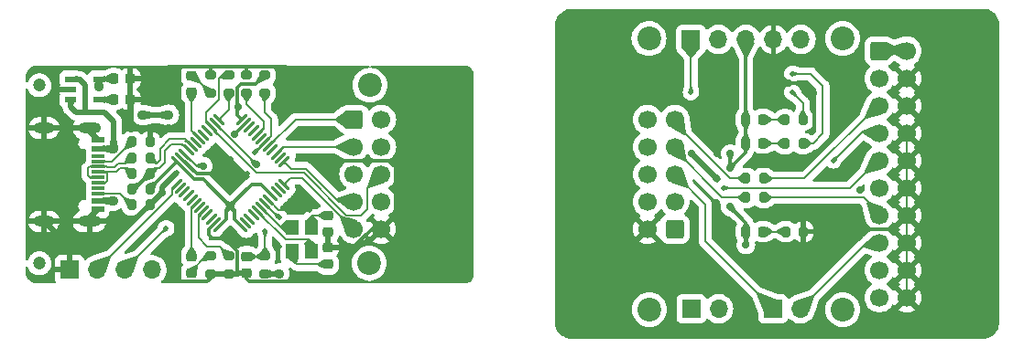
<source format=gtl>
%TF.GenerationSoftware,KiCad,Pcbnew,7.0.9*%
%TF.CreationDate,2024-01-11T16:53:17+08:00*%
%TF.ProjectId,UINIO-DAP-Link,55494e49-4f2d-4444-9150-2d4c696e6b2e,Version 3.3.1*%
%TF.SameCoordinates,PX6318a70PY5c9a0e0*%
%TF.FileFunction,Copper,L1,Top*%
%TF.FilePolarity,Positive*%
%FSLAX46Y46*%
G04 Gerber Fmt 4.6, Leading zero omitted, Abs format (unit mm)*
G04 Created by KiCad (PCBNEW 7.0.9) date 2024-01-11 16:53:17*
%MOMM*%
%LPD*%
G01*
G04 APERTURE LIST*
G04 Aperture macros list*
%AMRoundRect*
0 Rectangle with rounded corners*
0 $1 Rounding radius*
0 $2 $3 $4 $5 $6 $7 $8 $9 X,Y pos of 4 corners*
0 Add a 4 corners polygon primitive as box body*
4,1,4,$2,$3,$4,$5,$6,$7,$8,$9,$2,$3,0*
0 Add four circle primitives for the rounded corners*
1,1,$1+$1,$2,$3*
1,1,$1+$1,$4,$5*
1,1,$1+$1,$6,$7*
1,1,$1+$1,$8,$9*
0 Add four rect primitives between the rounded corners*
20,1,$1+$1,$2,$3,$4,$5,0*
20,1,$1+$1,$4,$5,$6,$7,0*
20,1,$1+$1,$6,$7,$8,$9,0*
20,1,$1+$1,$8,$9,$2,$3,0*%
%AMHorizOval*
0 Thick line with rounded ends*
0 $1 width*
0 $2 $3 position (X,Y) of the first rounded end (center of the circle)*
0 $4 $5 position (X,Y) of the second rounded end (center of the circle)*
0 Add line between two ends*
20,1,$1,$2,$3,$4,$5,0*
0 Add two circle primitives to create the rounded ends*
1,1,$1,$2,$3*
1,1,$1,$4,$5*%
G04 Aperture macros list end*
%TA.AperFunction,ComponentPad*%
%ADD10R,1.700000X1.700000*%
%TD*%
%TA.AperFunction,ComponentPad*%
%ADD11O,1.700000X1.700000*%
%TD*%
%TA.AperFunction,ComponentPad*%
%ADD12C,1.200000*%
%TD*%
%TA.AperFunction,ComponentPad*%
%ADD13RoundRect,0.250000X-0.600000X-0.600000X0.600000X-0.600000X0.600000X0.600000X-0.600000X0.600000X0*%
%TD*%
%TA.AperFunction,ComponentPad*%
%ADD14C,1.700000*%
%TD*%
%TA.AperFunction,SMDPad,CuDef*%
%ADD15RoundRect,0.218750X0.218750X0.256250X-0.218750X0.256250X-0.218750X-0.256250X0.218750X-0.256250X0*%
%TD*%
%TA.AperFunction,SMDPad,CuDef*%
%ADD16RoundRect,0.225000X-0.250000X0.225000X-0.250000X-0.225000X0.250000X-0.225000X0.250000X0.225000X0*%
%TD*%
%TA.AperFunction,SMDPad,CuDef*%
%ADD17RoundRect,0.200000X-0.275000X0.200000X-0.275000X-0.200000X0.275000X-0.200000X0.275000X0.200000X0*%
%TD*%
%TA.AperFunction,SMDPad,CuDef*%
%ADD18RoundRect,0.225000X-0.225000X-0.250000X0.225000X-0.250000X0.225000X0.250000X-0.225000X0.250000X0*%
%TD*%
%TA.AperFunction,SMDPad,CuDef*%
%ADD19RoundRect,0.200000X-0.200000X-0.275000X0.200000X-0.275000X0.200000X0.275000X-0.200000X0.275000X0*%
%TD*%
%TA.AperFunction,ComponentPad*%
%ADD20C,2.200000*%
%TD*%
%TA.AperFunction,SMDPad,CuDef*%
%ADD21RoundRect,0.200000X0.200000X0.275000X-0.200000X0.275000X-0.200000X-0.275000X0.200000X-0.275000X0*%
%TD*%
%TA.AperFunction,SMDPad,CuDef*%
%ADD22R,1.200000X1.400000*%
%TD*%
%TA.AperFunction,SMDPad,CuDef*%
%ADD23RoundRect,0.218750X0.256250X-0.218750X0.256250X0.218750X-0.256250X0.218750X-0.256250X-0.218750X0*%
%TD*%
%TA.AperFunction,SMDPad,CuDef*%
%ADD24RoundRect,0.200000X0.275000X-0.200000X0.275000X0.200000X-0.275000X0.200000X-0.275000X-0.200000X0*%
%TD*%
%TA.AperFunction,SMDPad,CuDef*%
%ADD25R,1.000000X0.600000*%
%TD*%
%TA.AperFunction,SMDPad,CuDef*%
%ADD26RoundRect,0.218750X-0.256250X0.218750X-0.256250X-0.218750X0.256250X-0.218750X0.256250X0.218750X0*%
%TD*%
%TA.AperFunction,SMDPad,CuDef*%
%ADD27RoundRect,0.225000X0.225000X0.250000X-0.225000X0.250000X-0.225000X-0.250000X0.225000X-0.250000X0*%
%TD*%
%TA.AperFunction,ComponentPad*%
%ADD28RoundRect,0.250000X0.600000X0.600000X-0.600000X0.600000X-0.600000X-0.600000X0.600000X-0.600000X0*%
%TD*%
%TA.AperFunction,SMDPad,CuDef*%
%ADD29HorizOval,0.270000X-0.434871X0.434871X0.434871X-0.434871X0*%
%TD*%
%TA.AperFunction,SMDPad,CuDef*%
%ADD30HorizOval,0.270000X0.434871X0.434871X-0.434871X-0.434871X0*%
%TD*%
%TA.AperFunction,ComponentPad*%
%ADD31O,2.100000X1.000000*%
%TD*%
%TA.AperFunction,ComponentPad*%
%ADD32O,1.900000X1.000000*%
%TD*%
%TA.AperFunction,SMDPad,CuDef*%
%ADD33R,1.150000X0.600000*%
%TD*%
%TA.AperFunction,SMDPad,CuDef*%
%ADD34R,1.150000X0.300000*%
%TD*%
%TA.AperFunction,SMDPad,CuDef*%
%ADD35RoundRect,0.225000X0.250000X-0.225000X0.250000X0.225000X-0.250000X0.225000X-0.250000X-0.225000X0*%
%TD*%
%TA.AperFunction,ViaPad*%
%ADD36C,0.500000*%
%TD*%
%TA.AperFunction,ViaPad*%
%ADD37C,0.700000*%
%TD*%
%TA.AperFunction,ViaPad*%
%ADD38C,0.900000*%
%TD*%
%TA.AperFunction,Conductor*%
%ADD39C,0.300000*%
%TD*%
%TA.AperFunction,Conductor*%
%ADD40C,0.500000*%
%TD*%
%TA.AperFunction,Conductor*%
%ADD41C,0.200000*%
%TD*%
G04 APERTURE END LIST*
D10*
%TO.P,J6,1,Pin_1*%
%TO.N,GND*%
X3040000Y-19150000D03*
D11*
%TO.P,J6,2,Pin_2*%
%TO.N,/Download_SWCLK*%
X5580000Y-19150000D03*
%TO.P,J6,3,Pin_3*%
%TO.N,/Download_SWDIO*%
X8120000Y-19150000D03*
%TO.P,J6,4,Pin_4*%
%TO.N,/VDD_3.3V*%
X10660000Y-19150000D03*
%TD*%
D12*
%TO.P,HOLE2,*%
%TO.N,*%
X260000Y-18550000D03*
%TD*%
D13*
%TO.P,J7,1,Pin_1*%
%TO.N,/JTAG_TDI*%
X29330000Y-5220000D03*
D14*
%TO.P,J7,2,Pin_2*%
%TO.N,/VDD_5V*%
X31870000Y-5220000D03*
%TO.P,J7,3,Pin_3*%
%TO.N,/JTAG_TDO*%
X29330000Y-7760000D03*
%TO.P,J7,4,Pin_4*%
%TO.N,/VDD_3.3V*%
X31870000Y-7760000D03*
%TO.P,J7,5,Pin_5*%
%TO.N,/JTAG_nTRST*%
X29330000Y-10300000D03*
%TO.P,J7,6,Pin_6*%
%TO.N,/JTAG_TMS{slash}SWDIO*%
X31870000Y-10300000D03*
%TO.P,J7,7,Pin_7*%
%TO.N,/USART2_RX*%
X29330000Y-12840000D03*
%TO.P,J7,8,Pin_8*%
%TO.N,/JTAG_TCK{slash}SWCLK*%
X31870000Y-12840000D03*
%TO.P,J7,9,Pin_9*%
%TO.N,/USART2_TX*%
X29330000Y-15380000D03*
%TO.P,J7,10,Pin_10*%
%TO.N,GND*%
X31870000Y-15380000D03*
%TD*%
D15*
%TO.P,D1,1,K*%
%TO.N,Net-(D1-K)*%
X67147500Y-15610000D03*
%TO.P,D1,2,A*%
%TO.N,/3.3V_Input*%
X65572500Y-15610000D03*
%TD*%
D16*
%TO.P,C3,1*%
%TO.N,GND*%
X26940000Y-17095000D03*
%TO.P,C3,2*%
%TO.N,Net-(C3-Pad2)*%
X26940000Y-18645000D03*
%TD*%
D17*
%TO.P,R11,1*%
%TO.N,Net-(D4-K)*%
X16050000Y-17865000D03*
%TO.P,R11,2*%
%TO.N,GND*%
X16050000Y-19515000D03*
%TD*%
D18*
%TO.P,C2,1*%
%TO.N,/VDD_3.3V*%
X7115000Y-1434000D03*
%TO.P,C2,2*%
%TO.N,GND*%
X8665000Y-1434000D03*
%TD*%
D19*
%TO.P,R2,1*%
%TO.N,Net-(D2-K)*%
X69184000Y-7450000D03*
%TO.P,R2,2*%
%TO.N,/_USART2_TX*%
X70834000Y-7450000D03*
%TD*%
D20*
%TO.P,HOLE8,*%
%TO.N,*%
X74504000Y2290000D03*
%TD*%
D15*
%TO.P,D3,1,K*%
%TO.N,Net-(D3-K)*%
X67137500Y-5230000D03*
%TO.P,D3,2,A*%
%TO.N,/3.3V_Input*%
X65562500Y-5230000D03*
%TD*%
D20*
%TO.P,HOLE7,*%
%TO.N,*%
X74524000Y-22850000D03*
%TD*%
D16*
%TO.P,C5,1*%
%TO.N,Net-(U2-NRST)*%
X19430000Y-17915000D03*
%TO.P,C5,2*%
%TO.N,GND*%
X19430000Y-19465000D03*
%TD*%
D21*
%TO.P,R16,1*%
%TO.N,GND*%
X10465000Y-7300000D03*
%TO.P,R16,2*%
%TO.N,Net-(USB1-CC1)*%
X8815000Y-7300000D03*
%TD*%
D13*
%TO.P,J2,1,Pin_1*%
%TO.N,/3.3V_Output*%
X77898500Y1130000D03*
D14*
%TO.P,J2,2,Pin_2*%
X80438500Y1130000D03*
%TO.P,J2,3,Pin_3*%
%TO.N,/nTRST*%
X77898500Y-1410000D03*
%TO.P,J2,4,Pin_4*%
%TO.N,GND*%
X80438500Y-1410000D03*
%TO.P,J2,5,Pin_5*%
%TO.N,/_JTAG_TDI*%
X77898500Y-3950000D03*
%TO.P,J2,6,Pin_6*%
%TO.N,GND*%
X80438500Y-3950000D03*
%TO.P,J2,7,Pin_7*%
%TO.N,/_JTAG_TMS{slash}SWDIO*%
X77898500Y-6490000D03*
%TO.P,J2,8,Pin_8*%
%TO.N,GND*%
X80438500Y-6490000D03*
%TO.P,J2,9,Pin_9*%
%TO.N,/_JTAG_TCK{slash}SWCLK*%
X77898500Y-9030000D03*
%TO.P,J2,10,Pin_10*%
%TO.N,GND*%
X80438500Y-9030000D03*
%TO.P,J2,11,Pin_11*%
%TO.N,/RTCK*%
X77898500Y-11570000D03*
%TO.P,J2,12,Pin_12*%
%TO.N,GND*%
X80438500Y-11570000D03*
%TO.P,J2,13,Pin_13*%
%TO.N,/_JTAG_TDO*%
X77898500Y-14110000D03*
%TO.P,J2,14,Pin_14*%
%TO.N,GND*%
X80438500Y-14110000D03*
%TO.P,J2,15,Pin_15*%
%TO.N,/_JTAG_nSRST_Output*%
X77898500Y-16650000D03*
%TO.P,J2,16,Pin_16*%
%TO.N,GND*%
X80438500Y-16650000D03*
%TO.P,J2,17,Pin_17*%
%TO.N,unconnected-(J2-Pin_17-Pad17)*%
X77898500Y-19190000D03*
%TO.P,J2,18,Pin_18*%
%TO.N,GND*%
X80438500Y-19190000D03*
%TO.P,J2,19,Pin_19*%
%TO.N,unconnected-(J2-Pin_19-Pad19)*%
X77898500Y-21730000D03*
%TO.P,J2,20,Pin_20*%
%TO.N,GND*%
X80438500Y-21730000D03*
%TD*%
D22*
%TO.P,Y1,1,1*%
%TO.N,Net-(U2-PD1-OSC_OUT)*%
X23660000Y-15220000D03*
%TO.P,Y1,2,2*%
%TO.N,Net-(C3-Pad2)*%
X23660000Y-17420000D03*
%TO.P,Y1,3,3*%
%TO.N,Net-(U2-PD0-OSC_IN)*%
X25360000Y-17420000D03*
%TO.P,Y1,4,4*%
%TO.N,Net-(C4-Pad2)*%
X25360000Y-15220000D03*
%TD*%
D23*
%TO.P,D4,1,K*%
%TO.N,Net-(D4-K)*%
X14320000Y-19477500D03*
%TO.P,D4,2,A*%
%TO.N,Net-(D4-A)*%
X14320000Y-17902500D03*
%TD*%
D19*
%TO.P,R3,1*%
%TO.N,Net-(D3-K)*%
X69184000Y-5240000D03*
%TO.P,R3,2*%
%TO.N,/_USART2_RX*%
X70834000Y-5240000D03*
%TD*%
D24*
%TO.P,R12,1*%
%TO.N,Net-(D5-K)*%
X16050000Y-2775000D03*
%TO.P,R12,2*%
%TO.N,GND*%
X16050000Y-1125000D03*
%TD*%
D25*
%TO.P,U1,1,Vin*%
%TO.N,/VDD_5V*%
X3160000Y-1474000D03*
%TO.P,U1,2,Vss*%
%TO.N,GND*%
X3160000Y-2424000D03*
%TO.P,U1,3,CE*%
%TO.N,/VDD_5V*%
X3160000Y-3374000D03*
%TO.P,U1,4,NC*%
%TO.N,Net-(U1-NC)*%
X5760000Y-3374000D03*
%TO.P,U1,5,Vout*%
%TO.N,/VDD_3.3V*%
X5760000Y-1474000D03*
%TD*%
D10*
%TO.P,J4,1,Pin_1*%
%TO.N,/3.3V_Input*%
X60505000Y-22764000D03*
D11*
%TO.P,J4,2,Pin_2*%
%TO.N,/3.3V_Output*%
X63045000Y-22764000D03*
%TD*%
D26*
%TO.P,D5,1,K*%
%TO.N,Net-(D5-K)*%
X14320000Y-1162500D03*
%TO.P,D5,2,A*%
%TO.N,Net-(D5-A)*%
X14320000Y-2737500D03*
%TD*%
D27*
%TO.P,C1,1*%
%TO.N,GND*%
X8665000Y-3364000D03*
%TO.P,C1,2*%
%TO.N,Net-(U1-NC)*%
X7115000Y-3364000D03*
%TD*%
D12*
%TO.P,HOLE1,*%
%TO.N,*%
X260000Y-2050000D03*
%TD*%
D17*
%TO.P,R6,1*%
%TO.N,Net-(U2-NRST)*%
X21120000Y-17865000D03*
%TO.P,R6,2*%
%TO.N,/VDD_3.3V*%
X21120000Y-19515000D03*
%TD*%
D28*
%TO.P,J5,1,Pin_1*%
%TO.N,/_USART2_TX*%
X58991500Y-15380000D03*
D14*
%TO.P,J5,2,Pin_2*%
%TO.N,GND*%
X56451500Y-15380000D03*
%TO.P,J5,3,Pin_3*%
%TO.N,/_USART2_RX*%
X58991500Y-12840000D03*
%TO.P,J5,4,Pin_4*%
%TO.N,/_JTAG_TCK{slash}SWCLK*%
X56451500Y-12840000D03*
%TO.P,J5,5,Pin_5*%
%TO.N,/_JTAG_nSRST_Input*%
X58991500Y-10300000D03*
%TO.P,J5,6,Pin_6*%
%TO.N,/_JTAG_TMS{slash}SWDIO*%
X56451500Y-10300000D03*
%TO.P,J5,7,Pin_7*%
%TO.N,Net-(J5-Pin_7)*%
X58991500Y-7760000D03*
%TO.P,J5,8,Pin_8*%
%TO.N,/3.3V_Input*%
X56451500Y-7760000D03*
%TO.P,J5,9,Pin_9*%
%TO.N,Net-(J5-Pin_9)*%
X58991500Y-5220000D03*
%TO.P,J5,10,Pin_10*%
%TO.N,/_VDD_5V*%
X56451500Y-5220000D03*
%TD*%
D29*
%TO.P,U2,1,VBAT*%
%TO.N,/VDD_3.3V*%
X18970660Y-15129747D03*
%TO.P,U2,2,PC13-TAMPER-RTC*%
%TO.N,unconnected-(U2-PC13-TAMPER-RTC-Pad2)*%
X19324214Y-14776194D03*
%TO.P,U2,3,PC14-OSC32_IN*%
%TO.N,unconnected-(U2-PC14-OSC32_IN-Pad3)*%
X19677767Y-14422641D03*
%TO.P,U2,4,PC15-OSC32_OUT*%
%TO.N,unconnected-(U2-PC15-OSC32_OUT-Pad4)*%
X20031320Y-14069087D03*
%TO.P,U2,5,PD0-OSC_IN*%
%TO.N,Net-(U2-PD0-OSC_IN)*%
X20384874Y-13715534D03*
%TO.P,U2,6,PD1-OSC_OUT*%
%TO.N,Net-(U2-PD1-OSC_OUT)*%
X20738427Y-13361981D03*
%TO.P,U2,7,NRST*%
%TO.N,Net-(U2-NRST)*%
X21091981Y-13008427D03*
%TO.P,U2,8,VSSA*%
%TO.N,GND*%
X21445534Y-12654874D03*
%TO.P,U2,9,VDDA*%
%TO.N,/VDD_3.3V*%
X21799087Y-12301320D03*
%TO.P,U2,10,PA0-WKUP*%
%TO.N,unconnected-(U2-PA0-WKUP-Pad10)*%
X22152641Y-11947767D03*
%TO.P,U2,11,PA1*%
%TO.N,unconnected-(U2-PA1-Pad11)*%
X22506194Y-11594214D03*
%TO.P,U2,12,PA2*%
%TO.N,/USART2_TX*%
X22859747Y-11240660D03*
D30*
%TO.P,U2,13,PA3*%
%TO.N,/USART2_RX*%
X22859747Y-9119340D03*
%TO.P,U2,14,PA4*%
%TO.N,unconnected-(U2-PA4-Pad14)*%
X22506194Y-8765786D03*
%TO.P,U2,15,PA5*%
%TO.N,/JTAG_TDO*%
X22152641Y-8412233D03*
%TO.P,U2,16,PA6*%
%TO.N,unconnected-(U2-PA6-Pad16)*%
X21799087Y-8058680D03*
%TO.P,U2,17,PA7*%
%TO.N,/JTAG_TDI*%
X21445534Y-7705126D03*
%TO.P,U2,18,PB0*%
%TO.N,/JTAG_nTRST*%
X21091981Y-7351573D03*
%TO.P,U2,19,PB1*%
%TO.N,unconnected-(U2-PB1-Pad19)*%
X20738427Y-6998019D03*
%TO.P,U2,20,PB2*%
%TO.N,/BOOT1*%
X20384874Y-6644466D03*
%TO.P,U2,21,PB10*%
%TO.N,unconnected-(U2-PB10-Pad21)*%
X20031320Y-6290913D03*
%TO.P,U2,22,PB11*%
%TO.N,unconnected-(U2-PB11-Pad22)*%
X19677767Y-5937359D03*
%TO.P,U2,23,VSS_1*%
%TO.N,GND*%
X19324214Y-5583806D03*
%TO.P,U2,24,VDD_1*%
%TO.N,/VDD_3.3V*%
X18970660Y-5230253D03*
D29*
%TO.P,U2,25,PB12*%
%TO.N,Net-(U2-PB12)*%
X16849340Y-5230253D03*
%TO.P,U2,26,PB13*%
%TO.N,/JTAG_TCK{slash}SWCLK*%
X16495786Y-5583806D03*
%TO.P,U2,27,PB14*%
%TO.N,/JTAG_TMS{slash}SWDIO*%
X16142233Y-5937359D03*
%TO.P,U2,28,PB15*%
%TO.N,unconnected-(U2-PB15-Pad28)*%
X15788680Y-6290913D03*
%TO.P,U2,29,PA8*%
%TO.N,unconnected-(U2-PA8-Pad29)*%
X15435126Y-6644466D03*
%TO.P,U2,30,PA9*%
%TO.N,Net-(D5-A)*%
X15081573Y-6998019D03*
%TO.P,U2,31,PA10*%
%TO.N,unconnected-(U2-PA10-Pad31)*%
X14728019Y-7351573D03*
%TO.P,U2,32,PA11*%
%TO.N,/USB_Data_N*%
X14374466Y-7705126D03*
%TO.P,U2,33,PA12*%
%TO.N,/USB_Data_P*%
X14020913Y-8058680D03*
%TO.P,U2,34,PA13*%
%TO.N,/Download_SWDIO*%
X13667359Y-8412233D03*
%TO.P,U2,35,VSS_2*%
%TO.N,GND*%
X13313806Y-8765786D03*
%TO.P,U2,36,VDD_2*%
%TO.N,/VDD_3.3V*%
X12960253Y-9119340D03*
D30*
%TO.P,U2,37,PA14*%
%TO.N,/Download_SWCLK*%
X12960253Y-11240660D03*
%TO.P,U2,38,PA15*%
%TO.N,unconnected-(U2-PA15-Pad38)*%
X13313806Y-11594214D03*
%TO.P,U2,39,PB3*%
%TO.N,unconnected-(U2-PB3-Pad39)*%
X13667359Y-11947767D03*
%TO.P,U2,40,PB4*%
%TO.N,unconnected-(U2-PB4-Pad40)*%
X14020913Y-12301320D03*
%TO.P,U2,41,PB5*%
%TO.N,unconnected-(U2-PB5-Pad41)*%
X14374466Y-12654874D03*
%TO.P,U2,42,PB6*%
%TO.N,Net-(D4-A)*%
X14728019Y-13008427D03*
%TO.P,U2,43,PB7*%
%TO.N,unconnected-(U2-PB7-Pad43)*%
X15081573Y-13361981D03*
%TO.P,U2,44,BOOT0*%
%TO.N,Net-(U2-BOOT0)*%
X15435126Y-13715534D03*
%TO.P,U2,45,PB8*%
%TO.N,unconnected-(U2-PB8-Pad45)*%
X15788680Y-14069087D03*
%TO.P,U2,46,PB9*%
%TO.N,unconnected-(U2-PB9-Pad46)*%
X16142233Y-14422641D03*
%TO.P,U2,47,VSS_3*%
%TO.N,GND*%
X16495786Y-14776194D03*
%TO.P,U2,48,VDD_3*%
%TO.N,/VDD_3.3V*%
X16849340Y-15129747D03*
%TD*%
D20*
%TO.P,HOLE6,*%
%TO.N,*%
X56644000Y-22820000D03*
%TD*%
D31*
%TO.P,USB1,13,GND*%
%TO.N,GND*%
X4879000Y-6015000D03*
%TO.P,USB1,14,GND*%
X4879000Y-14665000D03*
D32*
%TO.P,USB1,15,GND*%
X679000Y-6015000D03*
%TO.P,USB1,16,GND*%
X679000Y-14665000D03*
D33*
%TO.P,USB1,A1B12,GND*%
X5641000Y-7140000D03*
%TO.P,USB1,A4B9,VBUS*%
%TO.N,/VDD_5V*%
X5641000Y-7940000D03*
D34*
%TO.P,USB1,A5,CC1*%
%TO.N,Net-(USB1-CC1)*%
X5641000Y-9090000D03*
%TO.P,USB1,A6,DP1*%
%TO.N,/USB_+*%
X5641000Y-10090000D03*
%TO.P,USB1,A7,DN1*%
%TO.N,/USB_-*%
X5641000Y-10590000D03*
%TO.P,USB1,A8,SBU1*%
%TO.N,unconnected-(USB1-SBU1-PadA8)*%
X5641000Y-11590000D03*
D33*
%TO.P,USB1,B1A12,GND*%
%TO.N,GND*%
X5641000Y-13540000D03*
%TO.P,USB1,B4A9,VBUS*%
%TO.N,/VDD_5V*%
X5641000Y-12740000D03*
D34*
%TO.P,USB1,B5,CC2*%
%TO.N,Net-(USB1-CC2)*%
X5641000Y-12090000D03*
%TO.P,USB1,B6,DP2*%
%TO.N,/USB_+*%
X5641000Y-11090000D03*
%TO.P,USB1,B7,DN2*%
%TO.N,/USB_-*%
X5641000Y-9590000D03*
%TO.P,USB1,B8,SBU2*%
%TO.N,unconnected-(USB1-SBU2-PadB8)*%
X5641000Y-8590000D03*
%TD*%
D10*
%TO.P,J1,1,Pin_1*%
%TO.N,/_USART2_RX*%
X60495000Y2206000D03*
D11*
%TO.P,J1,2,Pin_2*%
%TO.N,/_USART2_TX*%
X63035000Y2206000D03*
%TO.P,J1,3,Pin_3*%
%TO.N,/3.3V_Input*%
X65575000Y2206000D03*
%TO.P,J1,4,Pin_4*%
%TO.N,GND*%
X68115000Y2206000D03*
%TO.P,J1,5,Pin_5*%
%TO.N,/_VDD_5V*%
X70655000Y2206000D03*
%TD*%
D21*
%TO.P,R5,1*%
%TO.N,/_JTAG_TDI*%
X67195000Y-10670000D03*
%TO.P,R5,2*%
%TO.N,Net-(J5-Pin_9)*%
X65545000Y-10670000D03*
%TD*%
%TO.P,R15,1*%
%TO.N,/VDD_3.3V*%
X10465000Y-11680000D03*
%TO.P,R15,2*%
%TO.N,/USB_Data_P*%
X8815000Y-11680000D03*
%TD*%
D20*
%TO.P,HOLE4,*%
%TO.N,*%
X30800000Y-2050000D03*
%TD*%
D21*
%TO.P,R13,1*%
%TO.N,/USB_Data_P*%
X10465000Y-10220000D03*
%TO.P,R13,2*%
%TO.N,/USB_+*%
X8815000Y-10220000D03*
%TD*%
D24*
%TO.P,R7,1*%
%TO.N,/JTAG_nTRST*%
X21120000Y-2775000D03*
%TO.P,R7,2*%
%TO.N,/VDD_3.3V*%
X21120000Y-1125000D03*
%TD*%
D21*
%TO.P,R17,1*%
%TO.N,GND*%
X10465000Y-13140000D03*
%TO.P,R17,2*%
%TO.N,Net-(USB1-CC2)*%
X8815000Y-13140000D03*
%TD*%
D20*
%TO.P,HOLE5,*%
%TO.N,*%
X56604000Y2290000D03*
%TD*%
D21*
%TO.P,R14,1*%
%TO.N,/USB_Data_N*%
X10465000Y-8760000D03*
%TO.P,R14,2*%
%TO.N,/USB_-*%
X8815000Y-8760000D03*
%TD*%
D15*
%TO.P,D2,1,K*%
%TO.N,Net-(D2-K)*%
X67137500Y-7410000D03*
%TO.P,D2,2,A*%
%TO.N,/3.3V_Input*%
X65562500Y-7410000D03*
%TD*%
D20*
%TO.P,HOLE3,*%
%TO.N,*%
X30760000Y-18550000D03*
%TD*%
D35*
%TO.P,C4,1*%
%TO.N,GND*%
X26940000Y-15685000D03*
%TO.P,C4,2*%
%TO.N,Net-(C4-Pad2)*%
X26940000Y-14135000D03*
%TD*%
D24*
%TO.P,R8,1*%
%TO.N,/BOOT1*%
X19430000Y-2775000D03*
%TO.P,R8,2*%
%TO.N,GND*%
X19430000Y-1125000D03*
%TD*%
D17*
%TO.P,R9,1*%
%TO.N,/JTAG_TMS{slash}SWDIO*%
X17740000Y-1125000D03*
%TO.P,R9,2*%
%TO.N,Net-(U2-PB12)*%
X17740000Y-2775000D03*
%TD*%
D21*
%TO.P,R1,1*%
%TO.N,GND*%
X70895000Y-15610000D03*
%TO.P,R1,2*%
%TO.N,Net-(D1-K)*%
X69245000Y-15610000D03*
%TD*%
%TO.P,R4,1*%
%TO.N,/_JTAG_TDO*%
X67195000Y-12450000D03*
%TO.P,R4,2*%
%TO.N,Net-(J5-Pin_7)*%
X65545000Y-12450000D03*
%TD*%
D10*
%TO.P,J3,1,Pin_1*%
%TO.N,/_JTAG_nSRST_Input*%
X68065000Y-22764000D03*
D11*
%TO.P,J3,2,Pin_2*%
%TO.N,/_JTAG_nSRST_Output*%
X70605000Y-22764000D03*
%TD*%
D17*
%TO.P,R10,1*%
%TO.N,Net-(U2-BOOT0)*%
X17740000Y-17865000D03*
%TO.P,R10,2*%
%TO.N,GND*%
X17740000Y-19515000D03*
%TD*%
D36*
%TO.N,GND*%
X25250000Y-9030000D03*
D37*
X64330000Y-14850000D03*
D36*
X25240000Y-6510000D03*
D37*
X60580000Y-8390000D03*
D38*
X17900000Y-10180000D03*
D36*
X55040000Y-11550000D03*
X16340000Y-10240000D03*
X25230000Y-13590000D03*
X11500000Y-3290000D03*
D37*
X62820000Y-12920000D03*
X62870000Y-8390000D03*
X11500000Y-1080000D03*
X12890000Y-16690000D03*
X11607500Y-11997500D03*
D36*
X17430000Y-16250000D03*
D37*
X71820000Y-2740000D03*
D36*
X12920000Y-10170000D03*
X9960000Y-16040000D03*
D37*
X62820000Y-10620000D03*
D36*
X17910000Y-11580000D03*
D37*
X25230000Y-2510000D03*
D36*
X30550000Y-9020000D03*
X19480000Y-10240000D03*
D37*
X12220000Y-6010000D03*
D36*
X22430000Y-17040000D03*
X17910000Y-8900000D03*
D37*
X18290000Y-6620000D03*
X76100000Y-11750000D03*
D38*
X8690000Y-6010000D03*
D37*
X69510000Y-1810000D03*
D36*
X55040000Y-8990000D03*
D37*
X69340000Y-14070000D03*
X73640000Y-10410000D03*
D38*
%TO.N,/VDD_3.3V*%
X22420000Y-19510000D03*
X5770000Y-2230000D03*
D37*
X18590000Y-4060000D03*
X17905000Y-13245000D03*
D36*
%TO.N,Net-(U2-NRST)*%
X22420000Y-14270000D03*
X21105000Y-15585000D03*
D37*
%TO.N,/3.3V_Input*%
X64130000Y-8390000D03*
X65570000Y-16860000D03*
X64130000Y-13320000D03*
X64130000Y-9710000D03*
D36*
%TO.N,/_USART2_RX*%
X60490000Y-2680000D03*
X69834000Y-2674000D03*
%TO.N,/_USART2_TX*%
X69840000Y-980000D03*
%TO.N,/_JTAG_TMS{slash}SWDIO*%
X73640000Y-9010000D03*
%TO.N,/_JTAG_TCK{slash}SWCLK*%
X63490000Y-11570000D03*
%TO.N,/Download_SWDIO*%
X11980000Y-15290000D03*
D37*
X15410000Y-9530000D03*
D36*
%TO.N,/JTAG_nTRST*%
X20150000Y-8290000D03*
D37*
%TO.N,/JTAG_TCK{slash}SWCLK*%
X20300000Y-9400000D03*
D38*
%TO.N,/VDD_5V*%
X7090000Y-12750000D03*
X7120000Y-7930000D03*
X9760000Y-4810000D03*
X12210000Y-4800000D03*
%TD*%
D39*
%TO.N,GND*%
X17900000Y-8910000D02*
X17900000Y-11570000D01*
D40*
X11607500Y-11997500D02*
X11607500Y-11482500D01*
D39*
X12890000Y-19830000D02*
X13310000Y-20250000D01*
X73060000Y-14070000D02*
X74400000Y-15410000D01*
X15900000Y-15900000D02*
X16250000Y-16250000D01*
X16495786Y-14776194D02*
X15900000Y-15371980D01*
D40*
X4879000Y-6015000D02*
X4879000Y-6378000D01*
X4879000Y-14665000D02*
X4879000Y-14302000D01*
D39*
X19480000Y-10240000D02*
X16340000Y-10240000D01*
X69340000Y-14070000D02*
X70895000Y-14070000D01*
X13315786Y-8765786D02*
X13313806Y-8765786D01*
X68115000Y-415000D02*
X69510000Y-1810000D01*
X15790000Y-20250000D02*
X16050000Y-19990000D01*
D40*
X679000Y-14665000D02*
X4879000Y-14665000D01*
D39*
X74400000Y-15410000D02*
X78960500Y-15410000D01*
X19430000Y-440000D02*
X19510000Y-360000D01*
D40*
X685000Y-14665000D02*
X3040000Y-17020000D01*
D39*
X32540000Y-9020000D02*
X33200000Y-9680000D01*
X25250000Y-9030000D02*
X25260000Y-9020000D01*
D41*
X25230000Y-13590000D02*
X22380660Y-13590000D01*
D39*
X16050000Y-380000D02*
X16070000Y-360000D01*
X33200000Y-14050000D02*
X31870000Y-15380000D01*
X19430000Y-19465000D02*
X19430000Y-20000000D01*
X19500000Y-350000D02*
X16080000Y-350000D01*
X12230000Y-350000D02*
X11500000Y-1080000D01*
X68115000Y2206000D02*
X68115000Y-415000D01*
X25260000Y-9020000D02*
X30550000Y-9020000D01*
X23070000Y-350000D02*
X19520000Y-350000D01*
D40*
X4879000Y-6378000D02*
X5641000Y-7140000D01*
X4879000Y-14302000D02*
X5641000Y-13540000D01*
D39*
X16060000Y-350000D02*
X12230000Y-350000D01*
D40*
X8930000Y-14675000D02*
X10465000Y-13140000D01*
D39*
X19520000Y-350000D02*
X19510000Y-360000D01*
X70895000Y-14070000D02*
X70895000Y-15610000D01*
D40*
X8690000Y-6010000D02*
X12220000Y-6010000D01*
D39*
X30960000Y-15380000D02*
X31870000Y-15380000D01*
D40*
X11607500Y-11482500D02*
X12920000Y-10170000D01*
D39*
X78960500Y-15410000D02*
X80438500Y-13932000D01*
X13310000Y-20250000D02*
X15790000Y-20250000D01*
X19430000Y-20000000D02*
X19680000Y-20250000D01*
D40*
X679000Y-6015000D02*
X679000Y-14665000D01*
D39*
X28220000Y-18120000D02*
X30960000Y-15380000D01*
X19680000Y-20250000D02*
X27730000Y-20250000D01*
X17900000Y-11570000D02*
X17910000Y-11580000D01*
D40*
X2056000Y-2424000D02*
X679000Y-3801000D01*
X8665000Y-1434000D02*
X8665000Y-3364000D01*
D39*
X70900000Y-1810000D02*
X71820000Y-2730000D01*
D41*
X22380660Y-13590000D02*
X21475534Y-12684874D01*
D40*
X4889000Y-14675000D02*
X8930000Y-14675000D01*
D39*
X16250000Y-16250000D02*
X17430000Y-16250000D01*
D41*
X18290000Y-6620000D02*
X18290000Y-6618020D01*
D39*
X17430000Y-16250000D02*
X18580000Y-17400000D01*
X18580000Y-17400000D02*
X18580000Y-19500000D01*
D41*
X60580000Y-8390000D02*
X60590000Y-8390000D01*
D40*
X11607500Y-11997500D02*
X10465000Y-13140000D01*
D39*
X16080000Y-350000D02*
X16070000Y-360000D01*
X16340000Y-10240000D02*
X14790000Y-10240000D01*
D41*
X60590000Y-8390000D02*
X62820000Y-10620000D01*
D40*
X3160000Y-2424000D02*
X2056000Y-2424000D01*
D39*
X15900000Y-15371980D02*
X15900000Y-15900000D01*
X33200000Y-9680000D02*
X33200000Y-14050000D01*
D41*
X80438500Y-8852000D02*
X80438500Y-21552000D01*
D39*
X19430000Y-1125000D02*
X19430000Y-440000D01*
X28220000Y-19760000D02*
X28220000Y-18120000D01*
X17910000Y-8900000D02*
X17900000Y-8910000D01*
D40*
X8690000Y-6010000D02*
X8690000Y-3389000D01*
D39*
X19510000Y-360000D02*
X19500000Y-350000D01*
X27730000Y-20250000D02*
X28220000Y-19760000D01*
X14790000Y-10240000D02*
X13315786Y-8765786D01*
X12890000Y-16690000D02*
X12890000Y-19830000D01*
X69510000Y-1810000D02*
X70900000Y-1810000D01*
D41*
X26760000Y-17095000D02*
X26760000Y-15685000D01*
D39*
X18290000Y-6618020D02*
X19324214Y-5583806D01*
X16050000Y-19990000D02*
X16050000Y-19515000D01*
X25230000Y-2510000D02*
X23070000Y-350000D01*
X71820000Y-2730000D02*
X71820000Y-2740000D01*
X15920000Y-19505000D02*
X19390000Y-19505000D01*
D40*
X679000Y-3801000D02*
X679000Y-6015000D01*
X679000Y-6015000D02*
X4879000Y-6015000D01*
D41*
X80438500Y-6312000D02*
X80438500Y-8852000D01*
D40*
X3040000Y-17020000D02*
X3040000Y-19150000D01*
D39*
X69340000Y-14070000D02*
X73060000Y-14070000D01*
X16050000Y-1125000D02*
X16050000Y-380000D01*
X30550000Y-9020000D02*
X32540000Y-9020000D01*
X16070000Y-360000D02*
X16060000Y-350000D01*
%TO.N,Net-(U1-NC)*%
X5760000Y-3374000D02*
X7105000Y-3374000D01*
%TO.N,/VDD_3.3V*%
X14600000Y-10760000D02*
X12960253Y-9120253D01*
X17520000Y-14459087D02*
X16849340Y-15129747D01*
X17905000Y-13245000D02*
X18290000Y-13630000D01*
X19890000Y-11230000D02*
X20727767Y-11230000D01*
X17905000Y-13245000D02*
X15420000Y-10760000D01*
X15420000Y-10760000D02*
X14600000Y-10760000D01*
X18580000Y-2270000D02*
X18890000Y-1960000D01*
X18970660Y-5230253D02*
X18580000Y-4839593D01*
X17520000Y-13630000D02*
X17520000Y-14459087D01*
X12960253Y-9120253D02*
X12960253Y-9119340D01*
X22340000Y-19590000D02*
X20980000Y-19590000D01*
X20727767Y-11230000D02*
X21799087Y-12301320D01*
X17905000Y-13215000D02*
X19890000Y-11230000D01*
X18290000Y-13630000D02*
X18290000Y-14449087D01*
X10465000Y-11614593D02*
X12960253Y-9119340D01*
X20210000Y-1960000D02*
X21045000Y-1125000D01*
X17905000Y-13245000D02*
X17520000Y-13630000D01*
X5760000Y-1474000D02*
X7075000Y-1474000D01*
X17905000Y-13245000D02*
X17905000Y-13215000D01*
X18580000Y-4839593D02*
X18580000Y-2270000D01*
X18290000Y-14449087D02*
X18970660Y-15129747D01*
X22420000Y-19510000D02*
X22340000Y-19590000D01*
D40*
X5770000Y-2230000D02*
X5770000Y-1484000D01*
D39*
X18890000Y-1960000D02*
X20210000Y-1960000D01*
D41*
%TO.N,Net-(C3-Pad2)*%
X23660000Y-17420000D02*
X23660000Y-18270000D01*
X23660000Y-18270000D02*
X24035000Y-18645000D01*
X24035000Y-18645000D02*
X26760000Y-18645000D01*
%TO.N,Net-(C4-Pad2)*%
X25595000Y-14135000D02*
X26760000Y-14135000D01*
X25360000Y-14370000D02*
X25595000Y-14135000D01*
X25360000Y-15220000D02*
X25360000Y-14370000D01*
%TO.N,Net-(U2-NRST)*%
X21110000Y-15590000D02*
X21110000Y-17855000D01*
X22420000Y-14270000D02*
X22353554Y-14270000D01*
X19430000Y-17915000D02*
X21070000Y-17915000D01*
X22353554Y-14270000D02*
X21091981Y-13008427D01*
X21105000Y-15585000D02*
X21110000Y-15590000D01*
D39*
%TO.N,/3.3V_Input*%
X65570000Y-16860000D02*
X65570000Y-15453500D01*
X65570000Y-8270000D02*
X65570000Y-7564000D01*
X64130000Y-9710000D02*
X65570000Y-8270000D01*
X64130000Y-13320000D02*
X65572500Y-14762500D01*
X65562500Y-5230000D02*
X65562500Y-7410000D01*
X65575000Y-5217500D02*
X65575000Y2206000D01*
X64130000Y-8390000D02*
X64130000Y-9710000D01*
X65572500Y-14762500D02*
X65572500Y-15610000D01*
D41*
%TO.N,Net-(D1-K)*%
X67147500Y-15610000D02*
X69245000Y-15610000D01*
%TO.N,Net-(D2-K)*%
X69184000Y-7450000D02*
X67066500Y-7450000D01*
%TO.N,/_USART2_RX*%
X70834000Y-3674000D02*
X70834000Y-5240000D01*
X60495000Y-2675000D02*
X60495000Y2206000D01*
X60490000Y-2680000D02*
X60495000Y-2675000D01*
X69834000Y-2674000D02*
X70834000Y-3674000D01*
%TO.N,/_USART2_TX*%
X72680000Y-2114000D02*
X72680000Y-6544000D01*
X71774000Y-7450000D02*
X70834000Y-7450000D01*
X72680000Y-6544000D02*
X71774000Y-7450000D01*
X71546000Y-980000D02*
X69840000Y-980000D01*
X71546000Y-980000D02*
X72680000Y-2114000D01*
D39*
%TO.N,/3.3V_Output*%
X77898500Y1308000D02*
X80438500Y1308000D01*
D41*
%TO.N,/_JTAG_TMS{slash}SWDIO*%
X73660000Y-9010000D02*
X76358000Y-6312000D01*
X73640000Y-9010000D02*
X73660000Y-9010000D01*
X76358000Y-6312000D02*
X77898500Y-6312000D01*
%TO.N,/_JTAG_TCK{slash}SWCLK*%
X75180000Y-11570000D02*
X77898000Y-8852000D01*
X63490000Y-11570000D02*
X75180000Y-11570000D01*
%TO.N,/Download_SWCLK*%
X5580000Y-19150000D02*
X12510000Y-12220000D01*
X12510000Y-12220000D02*
X12510000Y-11690913D01*
%TO.N,/Download_SWDIO*%
X14785126Y-9530000D02*
X13667359Y-8412233D01*
X15410000Y-9530000D02*
X14785126Y-9530000D01*
X11980000Y-15290000D02*
X8120000Y-19150000D01*
%TO.N,/USART2_TX*%
X22859747Y-11240660D02*
X23470407Y-10630000D01*
X23470407Y-10630000D02*
X24580000Y-10630000D01*
X24580000Y-10630000D02*
X29330000Y-15380000D01*
%TO.N,/USART2_RX*%
X23510407Y-9770000D02*
X24910000Y-9770000D01*
X24910000Y-9770000D02*
X27980000Y-12840000D01*
X22859747Y-9119340D02*
X23510407Y-9770000D01*
X27980000Y-12840000D02*
X29330000Y-12840000D01*
%TO.N,/JTAG_nTRST*%
X20150000Y-8290000D02*
X21088427Y-7351573D01*
X21091981Y-7351573D02*
X21710000Y-6733554D01*
X21048299Y-4528299D02*
X21048299Y-2863299D01*
X21710000Y-5190000D02*
X21048299Y-4528299D01*
X21710000Y-6733554D02*
X21710000Y-5190000D01*
%TO.N,/JTAG_TDO*%
X22152641Y-8412233D02*
X22804874Y-7760000D01*
X22804874Y-7760000D02*
X29330000Y-7760000D01*
%TO.N,/JTAG_TDI*%
X21445534Y-7705126D02*
X23930660Y-5220000D01*
X23930660Y-5220000D02*
X29330000Y-5220000D01*
%TO.N,/JTAG_TCK{slash}SWCLK*%
X20290000Y-9400000D02*
X16495786Y-5605786D01*
X20300000Y-9400000D02*
X20290000Y-9400000D01*
%TO.N,/JTAG_TMS{slash}SWDIO*%
X16142233Y-5937359D02*
X16142233Y-6020051D01*
X17175000Y-1125000D02*
X17740000Y-1125000D01*
X16137359Y-5937359D02*
X15680000Y-5480000D01*
X16890000Y-1410000D02*
X17175000Y-1125000D01*
X15680000Y-4590000D02*
X16890000Y-3380000D01*
X15680000Y-5480000D02*
X15680000Y-4590000D01*
X30580000Y-11590000D02*
X31870000Y-10300000D01*
X20302182Y-10180000D02*
X24730000Y-10180000D01*
X29990000Y-14110000D02*
X30580000Y-13520000D01*
X24730000Y-10180000D02*
X28660000Y-14110000D01*
X28660000Y-14110000D02*
X29990000Y-14110000D01*
X16890000Y-3380000D02*
X16890000Y-1410000D01*
X16142233Y-6020051D02*
X20302182Y-10180000D01*
X30580000Y-13520000D02*
X30580000Y-11590000D01*
D40*
%TO.N,/VDD_5V*%
X9820000Y-4800000D02*
X12210000Y-4800000D01*
X9820000Y-4800000D02*
X9815000Y-4805000D01*
X4316000Y-4530000D02*
X3620000Y-4530000D01*
X7110000Y-7940000D02*
X5641000Y-7940000D01*
X7090000Y-12750000D02*
X5651000Y-12750000D01*
X3160000Y-4070000D02*
X3160000Y-3374000D01*
X4316000Y-4530000D02*
X4470000Y-4376000D01*
X7120000Y-7930000D02*
X7120000Y-5380000D01*
X4470000Y-1990000D02*
X3954000Y-1474000D01*
X4470000Y-4376000D02*
X4470000Y-1990000D01*
X7120000Y-7930000D02*
X7110000Y-7940000D01*
X3620000Y-4530000D02*
X3160000Y-4070000D01*
X6270000Y-4530000D02*
X4316000Y-4530000D01*
X3954000Y-1474000D02*
X3160000Y-1474000D01*
X7120000Y-5380000D02*
X6270000Y-4530000D01*
D41*
%TO.N,/_JTAG_TDO*%
X76416500Y-12450000D02*
X77898500Y-13932000D01*
X67195000Y-12450000D02*
X76416500Y-12450000D01*
%TO.N,/_JTAG_TDI*%
X70990500Y-10680000D02*
X77898500Y-3772000D01*
X67205000Y-10680000D02*
X70990500Y-10680000D01*
%TO.N,/BOOT1*%
X21020000Y-6009340D02*
X21020000Y-5400000D01*
X19430000Y-3810000D02*
X19430000Y-2775000D01*
X20384874Y-6644466D02*
X21020000Y-6009340D01*
X21020000Y-5400000D02*
X19430000Y-3810000D01*
%TO.N,Net-(D3-K)*%
X69184000Y-5240000D02*
X67049000Y-5240000D01*
%TO.N,Net-(D4-A)*%
X14310000Y-17892500D02*
X14310000Y-13426446D01*
%TO.N,Net-(D4-K)*%
X15692500Y-17855000D02*
X14110000Y-19437500D01*
%TO.N,Net-(D5-A)*%
X14320000Y-2737500D02*
X14320000Y-6236446D01*
X14320000Y-6236446D02*
X15081573Y-6998019D01*
%TO.N,/USB_Data_N*%
X11408775Y-8989315D02*
X11408775Y-7933025D01*
X11133090Y-9265000D02*
X11408775Y-8989315D01*
X10465000Y-8760000D02*
X10969999Y-9264999D01*
X10969999Y-9264999D02*
X11133090Y-9265000D01*
X13681427Y-7047441D02*
X14339112Y-7705126D01*
X12294359Y-7047441D02*
X13681427Y-7047441D01*
X11408775Y-7933025D02*
X12294359Y-7047441D01*
%TO.N,/USB_Data_P*%
X11858775Y-8119425D02*
X12480759Y-7497441D01*
X11858775Y-9175715D02*
X11858775Y-8119425D01*
X13495029Y-7497441D02*
X14020913Y-8023325D01*
X10969999Y-9715001D02*
X11319490Y-9715000D01*
D39*
X9005000Y-11680000D02*
X10465000Y-10220000D01*
D41*
X10465000Y-10220000D02*
X10969999Y-9715001D01*
X12480759Y-7497441D02*
X13495029Y-7497441D01*
X11319490Y-9715000D02*
X11858775Y-9175715D01*
%TO.N,Net-(D5-K)*%
X14437500Y-1162500D02*
X16050000Y-2775000D01*
%TO.N,Net-(J5-Pin_9)*%
X58991500Y-5591500D02*
X64070000Y-10670000D01*
X64070000Y-10670000D02*
X65545000Y-10670000D01*
%TO.N,Net-(J5-Pin_7)*%
X63370000Y-12450000D02*
X65545000Y-12450000D01*
X58991500Y-8071500D02*
X63370000Y-12450000D01*
%TO.N,Net-(U2-PB12)*%
X17740000Y-4339593D02*
X17740000Y-2775000D01*
X16849340Y-5230253D02*
X17740000Y-4339593D01*
%TO.N,Net-(U2-BOOT0)*%
X14960000Y-16200000D02*
X15790000Y-17030000D01*
X15790000Y-17030000D02*
X16895000Y-17030000D01*
X14960000Y-14190660D02*
X14960000Y-16200000D01*
X15435126Y-13715534D02*
X14960000Y-14190660D01*
X16895000Y-17030000D02*
X17720000Y-17855000D01*
%TO.N,Net-(USB1-CC1)*%
X5641000Y-9090000D02*
X6980000Y-9090000D01*
X6980000Y-9090000D02*
X8770000Y-7300000D01*
%TO.N,Net-(USB1-CC2)*%
X5641000Y-12090000D02*
X7740000Y-12090000D01*
X7740000Y-12090000D02*
X8790000Y-13140000D01*
%TO.N,Net-(U2-PD1-OSC_OUT)*%
X22600000Y-15220000D02*
X23660000Y-15220000D01*
X20771981Y-13391981D02*
X22600000Y-15220000D01*
%TO.N,Net-(U2-PD0-OSC_IN)*%
X22999340Y-16330000D02*
X25090000Y-16330000D01*
X20414874Y-13745534D02*
X22999340Y-16330000D01*
X25360000Y-16600000D02*
X25360000Y-17420000D01*
X25090000Y-16330000D02*
X25360000Y-16600000D01*
%TO.N,/_JTAG_nSRST_Output*%
X76798500Y-16571500D02*
X77898500Y-16571500D01*
X70606000Y-22764000D02*
X76798500Y-16571500D01*
%TO.N,/_JTAG_nSRST_Input*%
X61820000Y-16510000D02*
X68065000Y-22755000D01*
X59000000Y-10270000D02*
X61820000Y-13090000D01*
X61820000Y-13090000D02*
X61820000Y-16510000D01*
%TO.N,/USB_+*%
X6350000Y-10090000D02*
X5641000Y-10090000D01*
X7373200Y-10065000D02*
X7723200Y-9715000D01*
X6510000Y-10250000D02*
X6350000Y-10090000D01*
X6503501Y-10090000D02*
X6528501Y-10065000D01*
X6350000Y-11090000D02*
X6510000Y-10930000D01*
X5641000Y-11090000D02*
X6350000Y-11090000D01*
X6528501Y-10065000D02*
X7373200Y-10065000D01*
X7723200Y-9715000D02*
X8235000Y-9715000D01*
X5641000Y-10090000D02*
X6503501Y-10090000D01*
X8235000Y-9715000D02*
X8740000Y-10220000D01*
X6510000Y-10930000D02*
X6510000Y-10250000D01*
%TO.N,/USB_-*%
X8235000Y-9265000D02*
X8740000Y-8760000D01*
X4780000Y-10440000D02*
X4780000Y-9730000D01*
X6503501Y-9590000D02*
X6528501Y-9615000D01*
X5641000Y-9590000D02*
X6503501Y-9590000D01*
X4780000Y-9730000D02*
X4920000Y-9590000D01*
X5641000Y-10590000D02*
X4930000Y-10590000D01*
X4920000Y-9590000D02*
X5641000Y-9590000D01*
X4930000Y-10590000D02*
X4780000Y-10440000D01*
X6528501Y-9615000D02*
X7186800Y-9615000D01*
X7186800Y-9615000D02*
X7536800Y-9265000D01*
X7536800Y-9265000D02*
X8235000Y-9265000D01*
%TD*%
%TA.AperFunction,Conductor*%
%TO.N,GND*%
G36*
X60818752Y-10773751D02*
G01*
X60860831Y-10801380D01*
X62908655Y-12849204D01*
X62913996Y-12855294D01*
X62918879Y-12861658D01*
X62936012Y-12883987D01*
X62967921Y-12908472D01*
X62967925Y-12908474D01*
X62967928Y-12908477D01*
X62997475Y-12931149D01*
X63063122Y-12981523D01*
X63063128Y-12981526D01*
X63095834Y-12995073D01*
X63206820Y-13041044D01*
X63261223Y-13084884D01*
X63283288Y-13151178D01*
X63282688Y-13168561D01*
X63266771Y-13320000D01*
X63274487Y-13393411D01*
X63285635Y-13499476D01*
X63340043Y-13666930D01*
X63341401Y-13671107D01*
X63431633Y-13827393D01*
X63456630Y-13855155D01*
X63552381Y-13961499D01*
X63552384Y-13961501D01*
X63552387Y-13961504D01*
X63698385Y-14067578D01*
X63735712Y-14084197D01*
X63758424Y-14097351D01*
X63764566Y-14101838D01*
X63764569Y-14101840D01*
X64167633Y-14315906D01*
X64208848Y-14337795D01*
X64238367Y-14359627D01*
X64707852Y-14829112D01*
X64741337Y-14890435D01*
X64736353Y-14960127D01*
X64726463Y-14980651D01*
X64716727Y-14996857D01*
X64714056Y-15001500D01*
X64707043Y-15013689D01*
X64704902Y-15018222D01*
X64704568Y-15018064D01*
X64697639Y-15032165D01*
X64690151Y-15044304D01*
X64690149Y-15044309D01*
X64636675Y-15205687D01*
X64626500Y-15305281D01*
X64626500Y-15914703D01*
X64626501Y-15914719D01*
X64636676Y-16014315D01*
X64673917Y-16126702D01*
X64690151Y-16175692D01*
X64690154Y-16175697D01*
X64690976Y-16177461D01*
X64692471Y-16180227D01*
X64783658Y-16374780D01*
X64794286Y-16443836D01*
X64789944Y-16463715D01*
X64758756Y-16565554D01*
X64750862Y-16594282D01*
X64749895Y-16599532D01*
X64749639Y-16599484D01*
X64745489Y-16619419D01*
X64725635Y-16680523D01*
X64725635Y-16680524D01*
X64706771Y-16860000D01*
X64725635Y-17039476D01*
X64773293Y-17186155D01*
X64781401Y-17211107D01*
X64871633Y-17367393D01*
X64909188Y-17409102D01*
X64992381Y-17501499D01*
X64992384Y-17501501D01*
X64992387Y-17501504D01*
X65130190Y-17601624D01*
X65138385Y-17607578D01*
X65303242Y-17680978D01*
X65303248Y-17680980D01*
X65479768Y-17718500D01*
X65479769Y-17718500D01*
X65660231Y-17718500D01*
X65660232Y-17718500D01*
X65836752Y-17680980D01*
X65836754Y-17680978D01*
X65836757Y-17680978D01*
X65939393Y-17635281D01*
X66001615Y-17607578D01*
X66147613Y-17501504D01*
X66151300Y-17497410D01*
X66188062Y-17456581D01*
X66268367Y-17367393D01*
X66358599Y-17211107D01*
X66414365Y-17039475D01*
X66433229Y-16860000D01*
X66414365Y-16680525D01*
X66411632Y-16672115D01*
X66406101Y-16655092D01*
X66404104Y-16585251D01*
X66440184Y-16525418D01*
X66502884Y-16494589D01*
X66572298Y-16502552D01*
X66589128Y-16511234D01*
X66619299Y-16529844D01*
X66619302Y-16529845D01*
X66619308Y-16529849D01*
X66780686Y-16583324D01*
X66880289Y-16593500D01*
X67414710Y-16593499D01*
X67514314Y-16583324D01*
X67675692Y-16529849D01*
X67753013Y-16482155D01*
X67760572Y-16478189D01*
X67761859Y-16477623D01*
X68147368Y-16237275D01*
X68212971Y-16218500D01*
X68243664Y-16218500D01*
X68310703Y-16238185D01*
X68312652Y-16239462D01*
X68559861Y-16405150D01*
X68578492Y-16420463D01*
X68604845Y-16446816D01*
X68752087Y-16535827D01*
X68916351Y-16587013D01*
X68987735Y-16593500D01*
X69502264Y-16593499D01*
X69502272Y-16593499D01*
X69573645Y-16587014D01*
X69573648Y-16587013D01*
X69573649Y-16587013D01*
X69737913Y-16535827D01*
X69885155Y-16446816D01*
X69988330Y-16343640D01*
X70049651Y-16310156D01*
X70119342Y-16315140D01*
X70163691Y-16343641D01*
X70260122Y-16440072D01*
X70405604Y-16528019D01*
X70405603Y-16528019D01*
X70567894Y-16578590D01*
X70567893Y-16578590D01*
X70638408Y-16584998D01*
X70638426Y-16584999D01*
X70644999Y-16584998D01*
X70645000Y-16584998D01*
X70645000Y-15860000D01*
X71145000Y-15860000D01*
X71145000Y-16584999D01*
X71151581Y-16584999D01*
X71222102Y-16578591D01*
X71222107Y-16578590D01*
X71384396Y-16528018D01*
X71529877Y-16440072D01*
X71650072Y-16319877D01*
X71738019Y-16174395D01*
X71788590Y-16012106D01*
X71795000Y-15941572D01*
X71795000Y-15860000D01*
X71145000Y-15860000D01*
X70645000Y-15860000D01*
X70645000Y-14635000D01*
X71145000Y-14635000D01*
X71145000Y-15360000D01*
X71794999Y-15360000D01*
X71794999Y-15278417D01*
X71788591Y-15207897D01*
X71788590Y-15207892D01*
X71738018Y-15045603D01*
X71650072Y-14900122D01*
X71529877Y-14779927D01*
X71384395Y-14691980D01*
X71384396Y-14691980D01*
X71222105Y-14641409D01*
X71222106Y-14641409D01*
X71151572Y-14635000D01*
X71145000Y-14635000D01*
X70645000Y-14635000D01*
X70644999Y-14634999D01*
X70638436Y-14635000D01*
X70638417Y-14635001D01*
X70567897Y-14641408D01*
X70567892Y-14641409D01*
X70405603Y-14691981D01*
X70260124Y-14779926D01*
X70163691Y-14876359D01*
X70102368Y-14909843D01*
X70032676Y-14904859D01*
X69988330Y-14876359D01*
X69885155Y-14773184D01*
X69737913Y-14684173D01*
X69573649Y-14632987D01*
X69573647Y-14632986D01*
X69573645Y-14632986D01*
X69523667Y-14628444D01*
X69502265Y-14626500D01*
X69502262Y-14626500D01*
X68987727Y-14626500D01*
X68916354Y-14632985D01*
X68916344Y-14632988D01*
X68752089Y-14684171D01*
X68604845Y-14773183D01*
X68604842Y-14773186D01*
X68578496Y-14799531D01*
X68559855Y-14814851D01*
X68312699Y-14980504D01*
X68246052Y-15001477D01*
X68243662Y-15001500D01*
X68212971Y-15001500D01*
X68147368Y-14982725D01*
X67761857Y-14742374D01*
X67734554Y-14726456D01*
X67680682Y-14693229D01*
X67675692Y-14690151D01*
X67514314Y-14636676D01*
X67514311Y-14636675D01*
X67514312Y-14636675D01*
X67414712Y-14626500D01*
X66880296Y-14626500D01*
X66880280Y-14626501D01*
X66780684Y-14636676D01*
X66619310Y-14690150D01*
X66619305Y-14690152D01*
X66534641Y-14742374D01*
X66474613Y-14779400D01*
X66474611Y-14779401D01*
X66468466Y-14783192D01*
X66467722Y-14781985D01*
X66410316Y-14805143D01*
X66341674Y-14792100D01*
X66290981Y-14744018D01*
X66289414Y-14741239D01*
X66268184Y-14702423D01*
X66226919Y-14626979D01*
X66215605Y-14598307D01*
X66215382Y-14597443D01*
X66215382Y-14597436D01*
X66197255Y-14551653D01*
X66195380Y-14546178D01*
X66181645Y-14498900D01*
X66170649Y-14480308D01*
X66162089Y-14462835D01*
X66154135Y-14442744D01*
X66151747Y-14439457D01*
X66125211Y-14402934D01*
X66122002Y-14398049D01*
X66099279Y-14359627D01*
X66096953Y-14355693D01*
X66096949Y-14355689D01*
X66096946Y-14355685D01*
X66081675Y-14340414D01*
X66069037Y-14325618D01*
X66056339Y-14308140D01*
X66018421Y-14276772D01*
X66014098Y-14272838D01*
X65386440Y-13645180D01*
X65352955Y-13583857D01*
X65357939Y-13514165D01*
X65399811Y-13458232D01*
X65465275Y-13433815D01*
X65474103Y-13433499D01*
X65802264Y-13433499D01*
X65802272Y-13433499D01*
X65873645Y-13427014D01*
X65873648Y-13427013D01*
X65873649Y-13427013D01*
X66037913Y-13375827D01*
X66185155Y-13286816D01*
X66226827Y-13245144D01*
X66282319Y-13189653D01*
X66343642Y-13156168D01*
X66413334Y-13161152D01*
X66457681Y-13189653D01*
X66554841Y-13286813D01*
X66554843Y-13286814D01*
X66554845Y-13286816D01*
X66702087Y-13375827D01*
X66866351Y-13427013D01*
X66937735Y-13433500D01*
X67452264Y-13433499D01*
X67452272Y-13433499D01*
X67523645Y-13427014D01*
X67523648Y-13427013D01*
X67523649Y-13427013D01*
X67687913Y-13375827D01*
X67835155Y-13286816D01*
X67861503Y-13260466D01*
X67880136Y-13245151D01*
X68127300Y-13079494D01*
X68193947Y-13058523D01*
X68196336Y-13058500D01*
X76113089Y-13058500D01*
X76180128Y-13078185D01*
X76200770Y-13094819D01*
X76241925Y-13135974D01*
X76274564Y-13193669D01*
X76549063Y-14295113D01*
X76552318Y-14314852D01*
X76553211Y-14325618D01*
X76553936Y-14334371D01*
X76609203Y-14552614D01*
X76620307Y-14577928D01*
X76622419Y-14583442D01*
X76622712Y-14584333D01*
X76622714Y-14584339D01*
X76622716Y-14584343D01*
X76644636Y-14635000D01*
X76659500Y-14669351D01*
X76661505Y-14672812D01*
X76664633Y-14678984D01*
X76699640Y-14758792D01*
X76822776Y-14947265D01*
X76822784Y-14947276D01*
X76952357Y-15088027D01*
X76975260Y-15112906D01*
X77152924Y-15251189D01*
X77152929Y-15251191D01*
X77152931Y-15251193D01*
X77189430Y-15270946D01*
X77239020Y-15320165D01*
X77254128Y-15388382D01*
X77229957Y-15453937D01*
X77189430Y-15489054D01*
X77152931Y-15508806D01*
X77152922Y-15508812D01*
X76975261Y-15647092D01*
X76975258Y-15647096D01*
X76969167Y-15653712D01*
X76953023Y-15668410D01*
X76949972Y-15670730D01*
X76580378Y-15996013D01*
X76545910Y-16017489D01*
X76491628Y-16039974D01*
X76491626Y-16039975D01*
X76491625Y-16039976D01*
X76477064Y-16051150D01*
X76477061Y-16051152D01*
X76399871Y-16110378D01*
X76399836Y-16110407D01*
X76396428Y-16113023D01*
X76396425Y-16113025D01*
X76378602Y-16126702D01*
X76364510Y-16137515D01*
X76342496Y-16166203D01*
X76337145Y-16172305D01*
X76023424Y-16486026D01*
X76020545Y-16488727D01*
X75978262Y-16525942D01*
X75971543Y-16532262D01*
X75923553Y-16584073D01*
X75923528Y-16584108D01*
X75911858Y-16597591D01*
X71490527Y-21018922D01*
X71442146Y-21048848D01*
X70120234Y-21490584D01*
X70110968Y-21494049D01*
X70110965Y-21494051D01*
X70085223Y-21505802D01*
X70079605Y-21508043D01*
X70057426Y-21515658D01*
X70057423Y-21515659D01*
X69859427Y-21622809D01*
X69859422Y-21622812D01*
X69681761Y-21761092D01*
X69618548Y-21829760D01*
X69558661Y-21865750D01*
X69488823Y-21863649D01*
X69431207Y-21824124D01*
X69411138Y-21789110D01*
X69365889Y-21667796D01*
X69332214Y-21622812D01*
X69278261Y-21550739D01*
X69161204Y-21463111D01*
X69024203Y-21412011D01*
X68963654Y-21405500D01*
X68963638Y-21405500D01*
X68551224Y-21405500D01*
X68506226Y-21397047D01*
X66993195Y-20807829D01*
X66950512Y-20779963D01*
X62464819Y-16294270D01*
X62431334Y-16232947D01*
X62428500Y-16206589D01*
X62428500Y-13133944D01*
X62429031Y-13125843D01*
X62433750Y-13090000D01*
X62432367Y-13079495D01*
X62428500Y-13050122D01*
X62428500Y-13050115D01*
X62412838Y-12931150D01*
X62372234Y-12833124D01*
X62351524Y-12783124D01*
X62351522Y-12783122D01*
X62351523Y-12783122D01*
X62289845Y-12702743D01*
X62278477Y-12687928D01*
X62278476Y-12687927D01*
X62276006Y-12684708D01*
X62253986Y-12656012D01*
X62242944Y-12647539D01*
X62225293Y-12633995D01*
X62219203Y-12628654D01*
X60749331Y-11158782D01*
X60720003Y-11112149D01*
X60656140Y-10930107D01*
X60652524Y-10860333D01*
X60687204Y-10799678D01*
X60749172Y-10767401D01*
X60818752Y-10773751D01*
G37*
%TD.AperFunction*%
%TA.AperFunction,Conductor*%
G36*
X79979007Y-19399844D02*
G01*
X80056739Y-19520798D01*
X80165400Y-19614952D01*
X80296185Y-19674680D01*
X80305966Y-19676086D01*
X79677125Y-20304925D01*
X79753531Y-20358425D01*
X79797155Y-20413002D01*
X79804348Y-20482501D01*
X79772826Y-20544855D01*
X79753529Y-20561576D01*
X79677125Y-20615072D01*
X80305966Y-21243913D01*
X80296185Y-21245320D01*
X80165400Y-21305048D01*
X80056739Y-21399202D01*
X79979007Y-21520156D01*
X79955423Y-21600475D01*
X79323573Y-20968625D01*
X79323572Y-20968626D01*
X79273631Y-21039950D01*
X79219055Y-21083575D01*
X79149556Y-21090769D01*
X79087201Y-21059246D01*
X79068248Y-21036649D01*
X78974223Y-20892734D01*
X78974215Y-20892723D01*
X78821743Y-20727097D01*
X78821738Y-20727092D01*
X78644077Y-20588812D01*
X78644078Y-20588812D01*
X78644076Y-20588811D01*
X78607570Y-20569055D01*
X78557979Y-20519836D01*
X78542871Y-20451619D01*
X78567041Y-20386064D01*
X78607570Y-20350945D01*
X78607584Y-20350936D01*
X78644076Y-20331189D01*
X78821740Y-20192906D01*
X78942301Y-20061943D01*
X78974215Y-20027276D01*
X78974215Y-20027275D01*
X78974222Y-20027268D01*
X79068249Y-19883347D01*
X79121394Y-19837994D01*
X79190625Y-19828570D01*
X79253961Y-19858072D01*
X79273631Y-19880049D01*
X79323572Y-19951373D01*
X79323573Y-19951373D01*
X79955423Y-19319523D01*
X79979007Y-19399844D01*
G37*
%TD.AperFunction*%
%TA.AperFunction,Conductor*%
G36*
X79979007Y-16859844D02*
G01*
X80056739Y-16980798D01*
X80165400Y-17074952D01*
X80296185Y-17134680D01*
X80305966Y-17136086D01*
X79677125Y-17764925D01*
X79753531Y-17818425D01*
X79797155Y-17873002D01*
X79804348Y-17942501D01*
X79772826Y-18004855D01*
X79753529Y-18021576D01*
X79677125Y-18075072D01*
X80305966Y-18703913D01*
X80296185Y-18705320D01*
X80165400Y-18765048D01*
X80056739Y-18859202D01*
X79979007Y-18980156D01*
X79955423Y-19060475D01*
X79323573Y-18428625D01*
X79323572Y-18428626D01*
X79273631Y-18499950D01*
X79219055Y-18543575D01*
X79149556Y-18550769D01*
X79087201Y-18519246D01*
X79068248Y-18496649D01*
X78986244Y-18371133D01*
X78974222Y-18352732D01*
X78974219Y-18352729D01*
X78974215Y-18352723D01*
X78821743Y-18187097D01*
X78821738Y-18187092D01*
X78644077Y-18048812D01*
X78644078Y-18048812D01*
X78644076Y-18048811D01*
X78607570Y-18029055D01*
X78557979Y-17979836D01*
X78542871Y-17911619D01*
X78567041Y-17846064D01*
X78607570Y-17810945D01*
X78609331Y-17809992D01*
X78644076Y-17791189D01*
X78821740Y-17652906D01*
X78929035Y-17536354D01*
X78974215Y-17487276D01*
X78974215Y-17487275D01*
X78974222Y-17487268D01*
X79068249Y-17343347D01*
X79121394Y-17297994D01*
X79190625Y-17288570D01*
X79253961Y-17318072D01*
X79273631Y-17340049D01*
X79323572Y-17411373D01*
X79323573Y-17411373D01*
X79955423Y-16779523D01*
X79979007Y-16859844D01*
G37*
%TD.AperFunction*%
%TA.AperFunction,Conductor*%
G36*
X79979007Y-14319844D02*
G01*
X80056739Y-14440798D01*
X80165400Y-14534952D01*
X80296185Y-14594680D01*
X80305966Y-14596086D01*
X79677125Y-15224925D01*
X79753531Y-15278425D01*
X79797155Y-15333002D01*
X79804348Y-15402501D01*
X79772826Y-15464855D01*
X79753529Y-15481576D01*
X79677125Y-15535072D01*
X80305966Y-16163913D01*
X80296185Y-16165320D01*
X80165400Y-16225048D01*
X80056739Y-16319202D01*
X79979007Y-16440156D01*
X79955423Y-16520475D01*
X79323573Y-15888625D01*
X79323572Y-15888626D01*
X79273631Y-15959950D01*
X79219055Y-16003575D01*
X79149556Y-16010769D01*
X79087201Y-15979246D01*
X79068248Y-15956649D01*
X78994318Y-15843492D01*
X78974222Y-15812732D01*
X78974219Y-15812729D01*
X78974215Y-15812723D01*
X78821743Y-15647097D01*
X78821738Y-15647092D01*
X78644077Y-15508812D01*
X78644078Y-15508812D01*
X78644076Y-15508811D01*
X78607570Y-15489055D01*
X78557979Y-15439836D01*
X78542871Y-15371619D01*
X78567041Y-15306064D01*
X78607570Y-15270945D01*
X78607584Y-15270936D01*
X78644076Y-15251189D01*
X78821740Y-15112906D01*
X78943626Y-14980504D01*
X78974215Y-14947276D01*
X78974215Y-14947275D01*
X78974222Y-14947268D01*
X79068249Y-14803347D01*
X79121394Y-14757994D01*
X79190625Y-14748570D01*
X79253961Y-14778072D01*
X79273631Y-14800049D01*
X79323572Y-14871373D01*
X79323573Y-14871373D01*
X79955423Y-14239523D01*
X79979007Y-14319844D01*
G37*
%TD.AperFunction*%
%TA.AperFunction,Conductor*%
G36*
X57803405Y-13513515D02*
G01*
X57825304Y-13538787D01*
X57915778Y-13677268D01*
X57915783Y-13677273D01*
X57915784Y-13677276D01*
X58068256Y-13842902D01*
X58068261Y-13842907D01*
X58106017Y-13872294D01*
X58146830Y-13929005D01*
X58150503Y-13998778D01*
X58115872Y-14059461D01*
X58074987Y-14084154D01*
X58075305Y-14084835D01*
X58068966Y-14087790D01*
X58068868Y-14087850D01*
X58068767Y-14087883D01*
X58068759Y-14087886D01*
X57917846Y-14180971D01*
X57792471Y-14306346D01*
X57699386Y-14457259D01*
X57699384Y-14457264D01*
X57674515Y-14532315D01*
X57634742Y-14589760D01*
X57570226Y-14616583D01*
X57568449Y-14616601D01*
X56934576Y-15250475D01*
X56910993Y-15170156D01*
X56833261Y-15049202D01*
X56724600Y-14955048D01*
X56593815Y-14895320D01*
X56584033Y-14893913D01*
X57212873Y-14265073D01*
X57212873Y-14265072D01*
X57141699Y-14215236D01*
X57098074Y-14160659D01*
X57090880Y-14091161D01*
X57122403Y-14028806D01*
X57153805Y-14004606D01*
X57164574Y-13998778D01*
X57197076Y-13981189D01*
X57374740Y-13842906D01*
X57521744Y-13683219D01*
X57527215Y-13677276D01*
X57527215Y-13677275D01*
X57527222Y-13677268D01*
X57617693Y-13538790D01*
X57670838Y-13493437D01*
X57740069Y-13484013D01*
X57803405Y-13513515D01*
G37*
%TD.AperFunction*%
%TA.AperFunction,Conductor*%
G36*
X79979007Y-11779844D02*
G01*
X80056739Y-11900798D01*
X80165400Y-11994952D01*
X80296185Y-12054680D01*
X80305966Y-12056086D01*
X79677125Y-12684925D01*
X79753531Y-12738425D01*
X79797155Y-12793002D01*
X79804348Y-12862501D01*
X79772826Y-12924855D01*
X79753529Y-12941576D01*
X79677125Y-12995072D01*
X80305966Y-13623913D01*
X80296185Y-13625320D01*
X80165400Y-13685048D01*
X80056739Y-13779202D01*
X79979007Y-13900156D01*
X79955423Y-13980475D01*
X79323573Y-13348625D01*
X79323572Y-13348626D01*
X79273631Y-13419950D01*
X79219055Y-13463575D01*
X79149556Y-13470769D01*
X79087201Y-13439246D01*
X79068248Y-13416649D01*
X78989463Y-13296060D01*
X78974222Y-13272732D01*
X78974219Y-13272729D01*
X78974215Y-13272723D01*
X78821743Y-13107097D01*
X78821738Y-13107092D01*
X78677816Y-12995072D01*
X78644076Y-12968811D01*
X78644075Y-12968810D01*
X78644072Y-12968808D01*
X78607568Y-12949053D01*
X78557978Y-12899833D01*
X78542871Y-12831616D01*
X78567042Y-12766061D01*
X78607569Y-12730945D01*
X78644076Y-12711189D01*
X78821740Y-12572906D01*
X78974222Y-12407268D01*
X79068249Y-12263347D01*
X79121394Y-12217994D01*
X79190625Y-12208570D01*
X79253961Y-12238072D01*
X79273631Y-12260049D01*
X79323572Y-12331373D01*
X79323573Y-12331373D01*
X79955423Y-11699523D01*
X79979007Y-11779844D01*
G37*
%TD.AperFunction*%
%TA.AperFunction,Conductor*%
G36*
X76471871Y-11241190D02*
G01*
X76527805Y-11283061D01*
X76552222Y-11348526D01*
X76552114Y-11367612D01*
X76535344Y-11569994D01*
X76535344Y-11570005D01*
X76546282Y-11702010D01*
X76532201Y-11770446D01*
X76483356Y-11820405D01*
X76422706Y-11836250D01*
X76416499Y-11836250D01*
X76410066Y-11837097D01*
X76380651Y-11840969D01*
X76372554Y-11841500D01*
X76068411Y-11841500D01*
X76001372Y-11821815D01*
X75955617Y-11769011D01*
X75945673Y-11699853D01*
X75974698Y-11636297D01*
X75980730Y-11629819D01*
X76149606Y-11460943D01*
X76340857Y-11269690D01*
X76402180Y-11236206D01*
X76471871Y-11241190D01*
G37*
%TD.AperFunction*%
%TA.AperFunction,Conductor*%
G36*
X79979007Y-9239844D02*
G01*
X80056739Y-9360798D01*
X80165400Y-9454952D01*
X80296185Y-9514680D01*
X80305966Y-9516086D01*
X79677125Y-10144925D01*
X79753531Y-10198425D01*
X79797155Y-10253002D01*
X79804348Y-10322501D01*
X79772826Y-10384855D01*
X79753529Y-10401576D01*
X79677125Y-10455072D01*
X80305966Y-11083913D01*
X80296185Y-11085320D01*
X80165400Y-11145048D01*
X80056739Y-11239202D01*
X79979007Y-11360156D01*
X79955423Y-11440475D01*
X79323573Y-10808625D01*
X79323572Y-10808626D01*
X79273631Y-10879950D01*
X79219055Y-10923575D01*
X79149556Y-10930769D01*
X79087201Y-10899246D01*
X79068248Y-10876649D01*
X78983463Y-10746877D01*
X78974222Y-10732732D01*
X78974219Y-10732729D01*
X78974215Y-10732723D01*
X78828501Y-10574438D01*
X78821740Y-10567094D01*
X78821739Y-10567093D01*
X78821738Y-10567092D01*
X78644077Y-10428812D01*
X78644072Y-10428808D01*
X78607568Y-10409053D01*
X78557978Y-10359833D01*
X78542871Y-10291616D01*
X78567042Y-10226061D01*
X78607569Y-10190945D01*
X78644076Y-10171189D01*
X78821740Y-10032906D01*
X78921114Y-9924957D01*
X78974215Y-9867276D01*
X78974215Y-9867275D01*
X78974222Y-9867268D01*
X79068249Y-9723347D01*
X79121394Y-9677994D01*
X79190625Y-9668570D01*
X79253961Y-9698072D01*
X79273631Y-9720049D01*
X79323572Y-9791373D01*
X79323573Y-9791373D01*
X79955423Y-9159523D01*
X79979007Y-9239844D01*
G37*
%TD.AperFunction*%
%TA.AperFunction,Conductor*%
G36*
X60637370Y-8103685D02*
G01*
X60662553Y-8123102D01*
X63214044Y-10674593D01*
X63247529Y-10735916D01*
X63242545Y-10805608D01*
X63200673Y-10861541D01*
X63167320Y-10879315D01*
X63158817Y-10882290D01*
X63014091Y-10973228D01*
X62971614Y-11015705D01*
X62910291Y-11049189D01*
X62840599Y-11044204D01*
X62796253Y-11015704D01*
X60581649Y-8801100D01*
X60548164Y-8739777D01*
X60547463Y-8736321D01*
X60546311Y-8730191D01*
X60453005Y-8233683D01*
X60459969Y-8164163D01*
X60503414Y-8109443D01*
X60569547Y-8086897D01*
X60637370Y-8103685D01*
G37*
%TD.AperFunction*%
%TA.AperFunction,Conductor*%
G36*
X76464784Y-7168277D02*
G01*
X76489253Y-7180638D01*
X76736421Y-7342074D01*
X77014362Y-7523610D01*
X77018542Y-7526594D01*
X77039560Y-7542953D01*
X77152924Y-7631189D01*
X77152929Y-7631191D01*
X77152931Y-7631193D01*
X77189430Y-7650946D01*
X77239020Y-7700165D01*
X77254128Y-7768382D01*
X77229957Y-7833937D01*
X77189430Y-7869054D01*
X77152931Y-7888806D01*
X77152922Y-7888812D01*
X76975261Y-8027092D01*
X76975256Y-8027097D01*
X76822784Y-8192723D01*
X76822776Y-8192734D01*
X76699641Y-8381205D01*
X76654549Y-8484003D01*
X76651091Y-8490738D01*
X76634317Y-8519011D01*
X76634314Y-8519017D01*
X76634311Y-8519023D01*
X76369326Y-9158812D01*
X76123318Y-9752781D01*
X76096436Y-9793013D01*
X74964270Y-10925181D01*
X74902947Y-10958666D01*
X74876589Y-10961500D01*
X71868911Y-10961500D01*
X71801872Y-10941815D01*
X71756117Y-10889011D01*
X71746173Y-10819853D01*
X71775198Y-10756297D01*
X71781230Y-10749819D01*
X72956503Y-9574545D01*
X73017826Y-9541060D01*
X73087518Y-9546044D01*
X73131865Y-9574545D01*
X73164091Y-9606771D01*
X73308817Y-9697709D01*
X73441603Y-9744173D01*
X73470150Y-9754162D01*
X73470155Y-9754163D01*
X73639996Y-9773299D01*
X73640000Y-9773299D01*
X73640004Y-9773299D01*
X73809844Y-9754163D01*
X73809847Y-9754162D01*
X73809850Y-9754162D01*
X73971183Y-9697709D01*
X74115909Y-9606771D01*
X74236771Y-9485909D01*
X74327709Y-9341183D01*
X74327713Y-9341171D01*
X74328663Y-9339198D01*
X74330193Y-9336225D01*
X74487234Y-9050294D01*
X74508234Y-9022313D01*
X76333771Y-7196776D01*
X76395092Y-7163293D01*
X76464784Y-7168277D01*
G37*
%TD.AperFunction*%
%TA.AperFunction,Conductor*%
G36*
X79979007Y-6699844D02*
G01*
X80056739Y-6820798D01*
X80165400Y-6914952D01*
X80296185Y-6974680D01*
X80305966Y-6976086D01*
X79677125Y-7604925D01*
X79753531Y-7658425D01*
X79797155Y-7713002D01*
X79804348Y-7782501D01*
X79772826Y-7844855D01*
X79753529Y-7861576D01*
X79677125Y-7915072D01*
X80305966Y-8543913D01*
X80296185Y-8545320D01*
X80165400Y-8605048D01*
X80056739Y-8699202D01*
X79979007Y-8820156D01*
X79955423Y-8900475D01*
X79323573Y-8268625D01*
X79323572Y-8268626D01*
X79273631Y-8339950D01*
X79219055Y-8383575D01*
X79149556Y-8390769D01*
X79087201Y-8359246D01*
X79068248Y-8336649D01*
X78985845Y-8210523D01*
X78974222Y-8192732D01*
X78974219Y-8192729D01*
X78974215Y-8192723D01*
X78821743Y-8027097D01*
X78821738Y-8027092D01*
X78683406Y-7919423D01*
X78644076Y-7888811D01*
X78607570Y-7869055D01*
X78557979Y-7819836D01*
X78542871Y-7751619D01*
X78567041Y-7686064D01*
X78607570Y-7650945D01*
X78623315Y-7642424D01*
X78644076Y-7631189D01*
X78821740Y-7492906D01*
X78956011Y-7347050D01*
X78974215Y-7327276D01*
X78974215Y-7327275D01*
X78974222Y-7327268D01*
X79068249Y-7183347D01*
X79121394Y-7137994D01*
X79190625Y-7128570D01*
X79253961Y-7158072D01*
X79273631Y-7180049D01*
X79323572Y-7251373D01*
X79323573Y-7251373D01*
X79955423Y-6619523D01*
X79979007Y-6699844D01*
G37*
%TD.AperFunction*%
%TA.AperFunction,Conductor*%
G36*
X71309628Y-1608185D02*
G01*
X71330270Y-1624819D01*
X72035181Y-2329730D01*
X72068666Y-2391053D01*
X72071500Y-2417411D01*
X72071500Y-6240588D01*
X72051815Y-6307627D01*
X72035181Y-6328269D01*
X71704636Y-6658814D01*
X71643313Y-6692299D01*
X71573621Y-6687315D01*
X71547916Y-6674136D01*
X71519142Y-6654850D01*
X71500500Y-6639528D01*
X71474158Y-6613186D01*
X71427276Y-6584845D01*
X71326913Y-6524173D01*
X71162649Y-6472987D01*
X71162647Y-6472986D01*
X71162645Y-6472986D01*
X71125349Y-6469597D01*
X71113171Y-6468490D01*
X71048189Y-6442820D01*
X71007401Y-6386092D01*
X71003757Y-6316317D01*
X71038415Y-6255649D01*
X71100370Y-6223349D01*
X71113174Y-6221509D01*
X71162644Y-6217014D01*
X71162647Y-6217013D01*
X71162649Y-6217013D01*
X71326913Y-6165827D01*
X71474155Y-6076816D01*
X71595816Y-5955155D01*
X71684827Y-5807913D01*
X71736013Y-5643649D01*
X71742500Y-5572265D01*
X71742499Y-4907736D01*
X71742499Y-4907727D01*
X71736014Y-4836354D01*
X71718696Y-4780777D01*
X71717929Y-4778106D01*
X71716338Y-4772061D01*
X71716337Y-4772055D01*
X71714675Y-4767580D01*
X71713604Y-4764440D01*
X71712328Y-4760346D01*
X71684827Y-4672087D01*
X71684824Y-4672083D01*
X71684824Y-4672081D01*
X71676379Y-4658112D01*
X71666246Y-4637113D01*
X71665474Y-4635033D01*
X71490918Y-4314171D01*
X71457575Y-4252881D01*
X71442500Y-4193624D01*
X71442500Y-3717951D01*
X71443031Y-3709850D01*
X71447751Y-3674000D01*
X71447751Y-3673998D01*
X71426838Y-3515150D01*
X71426836Y-3515145D01*
X71423621Y-3507384D01*
X71382269Y-3407550D01*
X71365526Y-3367128D01*
X71365523Y-3367123D01*
X71356472Y-3355328D01*
X71316761Y-3303575D01*
X71291235Y-3270308D01*
X71291215Y-3270284D01*
X71280752Y-3256649D01*
X71267987Y-3240013D01*
X71267985Y-3240011D01*
X71267984Y-3240010D01*
X71251939Y-3227699D01*
X71239293Y-3217995D01*
X71233203Y-3212654D01*
X70699930Y-2679381D01*
X70677177Y-2648095D01*
X70524550Y-2349214D01*
X70522637Y-2344744D01*
X70521711Y-2342821D01*
X70521709Y-2342818D01*
X70521709Y-2342817D01*
X70515048Y-2332217D01*
X70513291Y-2329237D01*
X70510911Y-2324931D01*
X70510229Y-2323919D01*
X70506963Y-2319348D01*
X70430771Y-2198091D01*
X70309908Y-2077228D01*
X70165180Y-1986289D01*
X70047441Y-1945090D01*
X69990665Y-1904369D01*
X69964918Y-1839416D01*
X69978374Y-1770854D01*
X70026762Y-1720452D01*
X70047434Y-1711010D01*
X70066296Y-1704409D01*
X70086209Y-1699250D01*
X70104149Y-1696163D01*
X70417899Y-1594534D01*
X70456110Y-1588500D01*
X71242589Y-1588500D01*
X71309628Y-1608185D01*
G37*
%TD.AperFunction*%
%TA.AperFunction,Conductor*%
G36*
X79979007Y-4159844D02*
G01*
X80056739Y-4280798D01*
X80165400Y-4374952D01*
X80296185Y-4434680D01*
X80305966Y-4436086D01*
X79677125Y-5064925D01*
X79753531Y-5118425D01*
X79797155Y-5173002D01*
X79804348Y-5242501D01*
X79772826Y-5304855D01*
X79753529Y-5321576D01*
X79677125Y-5375072D01*
X80305966Y-6003913D01*
X80296185Y-6005320D01*
X80165400Y-6065048D01*
X80056739Y-6159202D01*
X79979007Y-6280156D01*
X79955423Y-6360475D01*
X79323573Y-5728625D01*
X79323572Y-5728626D01*
X79273631Y-5799950D01*
X79219055Y-5843575D01*
X79149556Y-5850769D01*
X79087201Y-5819246D01*
X79068248Y-5796649D01*
X78982829Y-5665906D01*
X78974222Y-5652732D01*
X78974219Y-5652729D01*
X78974215Y-5652723D01*
X78821743Y-5487097D01*
X78821738Y-5487092D01*
X78654737Y-5357109D01*
X78644076Y-5348811D01*
X78607570Y-5329055D01*
X78557979Y-5279836D01*
X78542871Y-5211619D01*
X78567041Y-5146064D01*
X78607570Y-5110945D01*
X78621894Y-5103193D01*
X78644076Y-5091189D01*
X78821740Y-4952906D01*
X78929035Y-4836354D01*
X78974215Y-4787276D01*
X78974215Y-4787275D01*
X78974222Y-4787268D01*
X79068249Y-4643347D01*
X79121394Y-4597994D01*
X79190625Y-4588570D01*
X79253961Y-4618072D01*
X79273631Y-4640049D01*
X79323572Y-4711373D01*
X79323573Y-4711373D01*
X79955423Y-4079523D01*
X79979007Y-4159844D01*
G37*
%TD.AperFunction*%
%TA.AperFunction,Conductor*%
G36*
X79979007Y-1619844D02*
G01*
X80056739Y-1740798D01*
X80165400Y-1834952D01*
X80296185Y-1894680D01*
X80305966Y-1896086D01*
X79677125Y-2524925D01*
X79753531Y-2578425D01*
X79797155Y-2633002D01*
X79804348Y-2702501D01*
X79772826Y-2764855D01*
X79753529Y-2781576D01*
X79677125Y-2835072D01*
X80305966Y-3463913D01*
X80296185Y-3465320D01*
X80165400Y-3525048D01*
X80056739Y-3619202D01*
X79979007Y-3740156D01*
X79955423Y-3820475D01*
X79323573Y-3188625D01*
X79323572Y-3188626D01*
X79273631Y-3259950D01*
X79219055Y-3303575D01*
X79149556Y-3310769D01*
X79087201Y-3279246D01*
X79068248Y-3256649D01*
X78979461Y-3120751D01*
X78974222Y-3112732D01*
X78974219Y-3112729D01*
X78974215Y-3112723D01*
X78821743Y-2947097D01*
X78821738Y-2947092D01*
X78668727Y-2827998D01*
X78644076Y-2808811D01*
X78607570Y-2789055D01*
X78557979Y-2739836D01*
X78542871Y-2671619D01*
X78567041Y-2606064D01*
X78607570Y-2570945D01*
X78617064Y-2565807D01*
X78644076Y-2551189D01*
X78821740Y-2412906D01*
X78959479Y-2263283D01*
X78974215Y-2247276D01*
X78974215Y-2247275D01*
X78974222Y-2247268D01*
X79068249Y-2103347D01*
X79121394Y-2057994D01*
X79190625Y-2048570D01*
X79253961Y-2078072D01*
X79273631Y-2100049D01*
X79323572Y-2171373D01*
X79323573Y-2171373D01*
X79955423Y-1539523D01*
X79979007Y-1619844D01*
G37*
%TD.AperFunction*%
%TA.AperFunction,Conductor*%
G36*
X79377938Y189407D02*
G01*
X79391005Y182504D01*
X79525057Y101101D01*
X79629346Y37771D01*
X79635251Y33700D01*
X79692924Y-11189D01*
X79692926Y-11190D01*
X79692929Y-11192D01*
X79736195Y-34606D01*
X79785786Y-83825D01*
X79800894Y-152042D01*
X79776724Y-217597D01*
X79748301Y-245236D01*
X79677126Y-295072D01*
X79677125Y-295072D01*
X80305966Y-923913D01*
X80296185Y-925320D01*
X80165400Y-985048D01*
X80056739Y-1079202D01*
X79979007Y-1200156D01*
X79955423Y-1280475D01*
X79323573Y-648625D01*
X79323572Y-648626D01*
X79273631Y-719950D01*
X79219055Y-763575D01*
X79149556Y-770769D01*
X79087201Y-739246D01*
X79068248Y-716649D01*
X78999501Y-611424D01*
X78974222Y-572732D01*
X78974219Y-572729D01*
X78974215Y-572723D01*
X78821743Y-407097D01*
X78821741Y-407095D01*
X78821740Y-407094D01*
X78796132Y-387162D01*
X78783981Y-377704D01*
X78743169Y-320994D01*
X78739496Y-251220D01*
X78774128Y-190538D01*
X78815013Y-165848D01*
X78814695Y-165165D01*
X78821065Y-162194D01*
X78821147Y-162144D01*
X78821238Y-162115D01*
X78972152Y-69030D01*
X78999248Y-41932D01*
X79019685Y-25432D01*
X79023044Y-23265D01*
X79245265Y170065D01*
X79308760Y199214D01*
X79377938Y189407D01*
G37*
%TD.AperFunction*%
%TA.AperFunction,Conductor*%
G36*
X49531420Y5014001D02*
G01*
X49531420Y5014002D01*
X49531423Y5014001D01*
X49531425Y5014002D01*
X49531584Y5014026D01*
X49550646Y5015500D01*
X87449164Y5015500D01*
X87466694Y5014255D01*
X87471092Y5013628D01*
X87471097Y5013626D01*
X87503769Y5015409D01*
X87507146Y5015500D01*
X87525207Y5015500D01*
X87710350Y5011645D01*
X87728919Y5009855D01*
X87916253Y4977419D01*
X87934344Y4972862D01*
X88114688Y4912684D01*
X88131882Y4905468D01*
X88260248Y4839828D01*
X88301159Y4818908D01*
X88317086Y4809187D01*
X88471452Y4698211D01*
X88485739Y4686211D01*
X88621706Y4553329D01*
X88634032Y4539319D01*
X88748517Y4387542D01*
X88758601Y4371842D01*
X88849016Y4204604D01*
X88856630Y4187569D01*
X88920927Y4008657D01*
X88925899Y3990673D01*
X88962624Y3804132D01*
X88964840Y3785603D01*
X88973500Y3587833D01*
X88973500Y3583155D01*
X88972268Y3544159D01*
X88973500Y3529255D01*
X88973500Y-24146813D01*
X88971848Y-24166986D01*
X88939222Y-24364860D01*
X88934895Y-24382726D01*
X88871584Y-24579155D01*
X88864664Y-24596185D01*
X88773010Y-24781097D01*
X88763648Y-24796916D01*
X88645667Y-24966244D01*
X88634069Y-24980506D01*
X88492342Y-25130541D01*
X88478764Y-25142931D01*
X88316426Y-25270356D01*
X88301165Y-25280603D01*
X88121766Y-25382633D01*
X88105158Y-25390511D01*
X87912654Y-25464896D01*
X87895064Y-25470233D01*
X87693667Y-25515345D01*
X87675480Y-25518022D01*
X87463089Y-25533334D01*
X87458493Y-25533495D01*
X87409210Y-25533386D01*
X87408049Y-25533500D01*
X49510714Y-25533500D01*
X49492554Y-25532163D01*
X49489937Y-25531775D01*
X49456572Y-25533424D01*
X49453512Y-25533500D01*
X49439028Y-25533500D01*
X49249424Y-25529323D01*
X49231811Y-25527673D01*
X49042548Y-25496195D01*
X49025348Y-25492055D01*
X48842493Y-25433965D01*
X48826058Y-25427419D01*
X48653326Y-25343897D01*
X48637989Y-25335080D01*
X48478903Y-25227829D01*
X48464978Y-25216919D01*
X48322773Y-25088122D01*
X48310544Y-25075344D01*
X48188111Y-24927616D01*
X48177829Y-24913233D01*
X48106634Y-24796916D01*
X48077661Y-24749579D01*
X48069528Y-24733874D01*
X48006707Y-24587927D01*
X47993672Y-24557644D01*
X47987856Y-24540938D01*
X47937850Y-24355703D01*
X47934472Y-24338357D01*
X47911366Y-24148143D01*
X47910953Y-24144742D01*
X47910500Y-24137258D01*
X47910500Y-22820000D01*
X55030526Y-22820000D01*
X55050391Y-23072406D01*
X55109495Y-23318593D01*
X55206383Y-23552502D01*
X55338668Y-23768370D01*
X55338669Y-23768372D01*
X55338670Y-23768374D01*
X55338672Y-23768376D01*
X55503102Y-23960898D01*
X55695624Y-24125328D01*
X55695626Y-24125329D01*
X55695627Y-24125330D01*
X55695629Y-24125331D01*
X55911497Y-24257616D01*
X56145406Y-24354504D01*
X56145407Y-24354504D01*
X56145409Y-24354505D01*
X56391597Y-24413609D01*
X56644000Y-24433474D01*
X56896403Y-24413609D01*
X57142591Y-24354505D01*
X57376502Y-24257616D01*
X57592376Y-24125328D01*
X57784898Y-23960898D01*
X57949328Y-23768376D01*
X58014115Y-23662654D01*
X59146500Y-23662654D01*
X59153011Y-23723202D01*
X59153011Y-23723204D01*
X59181050Y-23798376D01*
X59204111Y-23860204D01*
X59291739Y-23977261D01*
X59408796Y-24064889D01*
X59463906Y-24085444D01*
X59541144Y-24114253D01*
X59545799Y-24115989D01*
X59573050Y-24118918D01*
X59606345Y-24122499D01*
X59606362Y-24122500D01*
X61403638Y-24122500D01*
X61403654Y-24122499D01*
X61430692Y-24119591D01*
X61464201Y-24115989D01*
X61468856Y-24114253D01*
X61478768Y-24110555D01*
X61601204Y-24064889D01*
X61718261Y-23977261D01*
X61805889Y-23860204D01*
X61851138Y-23738887D01*
X61893009Y-23682956D01*
X61958474Y-23658539D01*
X62026746Y-23673391D01*
X62058545Y-23698236D01*
X62121760Y-23766906D01*
X62299424Y-23905189D01*
X62299425Y-23905189D01*
X62299427Y-23905191D01*
X62426135Y-23973761D01*
X62497426Y-24012342D01*
X62710365Y-24085444D01*
X62932431Y-24122500D01*
X63157569Y-24122500D01*
X63379635Y-24085444D01*
X63592574Y-24012342D01*
X63790576Y-23905189D01*
X63968240Y-23766906D01*
X64120722Y-23601268D01*
X64243860Y-23412791D01*
X64334296Y-23206616D01*
X64389564Y-22988368D01*
X64390395Y-22978338D01*
X64408156Y-22764005D01*
X64408156Y-22763994D01*
X64389565Y-22539640D01*
X64389563Y-22539628D01*
X64348833Y-22378791D01*
X64334296Y-22321384D01*
X64243860Y-22115209D01*
X64120722Y-21926732D01*
X64120719Y-21926729D01*
X64120715Y-21926723D01*
X63968243Y-21761097D01*
X63968238Y-21761092D01*
X63790577Y-21622812D01*
X63790572Y-21622808D01*
X63592580Y-21515661D01*
X63592577Y-21515659D01*
X63592574Y-21515658D01*
X63592571Y-21515657D01*
X63592569Y-21515656D01*
X63379637Y-21442556D01*
X63157569Y-21405500D01*
X62932431Y-21405500D01*
X62710362Y-21442556D01*
X62497430Y-21515656D01*
X62497419Y-21515661D01*
X62299427Y-21622808D01*
X62299422Y-21622812D01*
X62121761Y-21761092D01*
X62058548Y-21829760D01*
X61998661Y-21865750D01*
X61928823Y-21863649D01*
X61871207Y-21824124D01*
X61851138Y-21789110D01*
X61805889Y-21667796D01*
X61772214Y-21622812D01*
X61718261Y-21550739D01*
X61601204Y-21463111D01*
X61464203Y-21412011D01*
X61403654Y-21405500D01*
X61403638Y-21405500D01*
X59606362Y-21405500D01*
X59606345Y-21405500D01*
X59545797Y-21412011D01*
X59545795Y-21412011D01*
X59408795Y-21463111D01*
X59291739Y-21550739D01*
X59204111Y-21667795D01*
X59153011Y-21804795D01*
X59153011Y-21804797D01*
X59146500Y-21865345D01*
X59146500Y-23662654D01*
X58014115Y-23662654D01*
X58081616Y-23552502D01*
X58178505Y-23318591D01*
X58237609Y-23072403D01*
X58257474Y-22820000D01*
X58237609Y-22567597D01*
X58178505Y-22321409D01*
X58178495Y-22321384D01*
X58081616Y-22087497D01*
X57949331Y-21871629D01*
X57949330Y-21871627D01*
X57949329Y-21871626D01*
X57949328Y-21871624D01*
X57784898Y-21679102D01*
X57592376Y-21514672D01*
X57592374Y-21514670D01*
X57592372Y-21514669D01*
X57592370Y-21514668D01*
X57376502Y-21382383D01*
X57142593Y-21285495D01*
X56896406Y-21226391D01*
X56644000Y-21206526D01*
X56391593Y-21226391D01*
X56145406Y-21285495D01*
X55911497Y-21382383D01*
X55695629Y-21514668D01*
X55695627Y-21514669D01*
X55503102Y-21679102D01*
X55338669Y-21871627D01*
X55338668Y-21871629D01*
X55206383Y-22087497D01*
X55109495Y-22321406D01*
X55050391Y-22567593D01*
X55030526Y-22820000D01*
X47910500Y-22820000D01*
X47910500Y-12840005D01*
X55088344Y-12840005D01*
X55106934Y-13064359D01*
X55106936Y-13064371D01*
X55162203Y-13282614D01*
X55252640Y-13488792D01*
X55375776Y-13677265D01*
X55375784Y-13677276D01*
X55476005Y-13786143D01*
X55528260Y-13842906D01*
X55705924Y-13981189D01*
X55738426Y-13998778D01*
X55749195Y-14004606D01*
X55798786Y-14053825D01*
X55813894Y-14122042D01*
X55789724Y-14187597D01*
X55761301Y-14215236D01*
X55690126Y-14265072D01*
X55690125Y-14265072D01*
X56318966Y-14893913D01*
X56309185Y-14895320D01*
X56178400Y-14955048D01*
X56069739Y-15049202D01*
X55992007Y-15170156D01*
X55968423Y-15250476D01*
X55336572Y-14618625D01*
X55277901Y-14702419D01*
X55178070Y-14916507D01*
X55178066Y-14916516D01*
X55116932Y-15144673D01*
X55116930Y-15144684D01*
X55096343Y-15379998D01*
X55096343Y-15380001D01*
X55116930Y-15615315D01*
X55116932Y-15615326D01*
X55178066Y-15843483D01*
X55178070Y-15843492D01*
X55277900Y-16057579D01*
X55277902Y-16057583D01*
X55336572Y-16141373D01*
X55336573Y-16141373D01*
X55968423Y-15509523D01*
X55992007Y-15589844D01*
X56069739Y-15710798D01*
X56178400Y-15804952D01*
X56309185Y-15864680D01*
X56318966Y-15866086D01*
X55690125Y-16494925D01*
X55773921Y-16553599D01*
X55988007Y-16653429D01*
X55988016Y-16653433D01*
X56216173Y-16714567D01*
X56216184Y-16714569D01*
X56451498Y-16735157D01*
X56451502Y-16735157D01*
X56686815Y-16714569D01*
X56686826Y-16714567D01*
X56914983Y-16653433D01*
X56914992Y-16653429D01*
X57129078Y-16553600D01*
X57129082Y-16553598D01*
X57212873Y-16494926D01*
X57212873Y-16494925D01*
X56584033Y-15866086D01*
X56593815Y-15864680D01*
X56724600Y-15804952D01*
X56833261Y-15710798D01*
X56910993Y-15589844D01*
X56934576Y-15509524D01*
X57573798Y-16148746D01*
X57614501Y-16156926D01*
X57664684Y-16205541D01*
X57674515Y-16227684D01*
X57699384Y-16302735D01*
X57699386Y-16302740D01*
X57709540Y-16319202D01*
X57792470Y-16453652D01*
X57917848Y-16579030D01*
X58068762Y-16672115D01*
X58237074Y-16727887D01*
X58340955Y-16738500D01*
X59642044Y-16738499D01*
X59745926Y-16727887D01*
X59914238Y-16672115D01*
X60065152Y-16579030D01*
X60190530Y-16453652D01*
X60283615Y-16302738D01*
X60339387Y-16134426D01*
X60350000Y-16030545D01*
X60349999Y-14729456D01*
X60339387Y-14625574D01*
X60283615Y-14457262D01*
X60190530Y-14306348D01*
X60065152Y-14180970D01*
X59936863Y-14101840D01*
X59914240Y-14087886D01*
X59914230Y-14087882D01*
X59914136Y-14087851D01*
X59914079Y-14087812D01*
X59907695Y-14084835D01*
X59908203Y-14083743D01*
X59856693Y-14048076D01*
X59829872Y-13983559D01*
X59842190Y-13914784D01*
X59876981Y-13872295D01*
X59914740Y-13842906D01*
X60061744Y-13683219D01*
X60067215Y-13677276D01*
X60067217Y-13677273D01*
X60067222Y-13677268D01*
X60190360Y-13488791D01*
X60280796Y-13282616D01*
X60336064Y-13064368D01*
X60336065Y-13064359D01*
X60354656Y-12840005D01*
X60354656Y-12839994D01*
X60350535Y-12790262D01*
X60364616Y-12721826D01*
X60413461Y-12671867D01*
X60481562Y-12656246D01*
X60547297Y-12679923D01*
X60561792Y-12692341D01*
X61175181Y-13305730D01*
X61208666Y-13367053D01*
X61211500Y-13393411D01*
X61211500Y-16466054D01*
X61210969Y-16474151D01*
X61206250Y-16510000D01*
X61207256Y-16517642D01*
X61211021Y-16546248D01*
X61211023Y-16546263D01*
X61222953Y-16636876D01*
X61227162Y-16668851D01*
X61288473Y-16816871D01*
X61288476Y-16816877D01*
X61292171Y-16821692D01*
X61361523Y-16912072D01*
X61361525Y-16912074D01*
X61361526Y-16912075D01*
X61386012Y-16943986D01*
X61414698Y-16965998D01*
X61420794Y-16971343D01*
X63771412Y-19321961D01*
X66088746Y-21639295D01*
X66116866Y-21682635D01*
X66698301Y-23201123D01*
X66706500Y-23245464D01*
X66706500Y-23662654D01*
X66713011Y-23723202D01*
X66713011Y-23723204D01*
X66741050Y-23798376D01*
X66764111Y-23860204D01*
X66851739Y-23977261D01*
X66968796Y-24064889D01*
X67023906Y-24085444D01*
X67101144Y-24114253D01*
X67105799Y-24115989D01*
X67133050Y-24118918D01*
X67166345Y-24122499D01*
X67166362Y-24122500D01*
X68963638Y-24122500D01*
X68963654Y-24122499D01*
X68990692Y-24119591D01*
X69024201Y-24115989D01*
X69028856Y-24114253D01*
X69038768Y-24110555D01*
X69161204Y-24064889D01*
X69278261Y-23977261D01*
X69365889Y-23860204D01*
X69411138Y-23738887D01*
X69453009Y-23682956D01*
X69518474Y-23658539D01*
X69586746Y-23673391D01*
X69618545Y-23698236D01*
X69681760Y-23766906D01*
X69859424Y-23905189D01*
X69859425Y-23905189D01*
X69859427Y-23905191D01*
X69986135Y-23973761D01*
X70057426Y-24012342D01*
X70270365Y-24085444D01*
X70492431Y-24122500D01*
X70717569Y-24122500D01*
X70939635Y-24085444D01*
X71152574Y-24012342D01*
X71350576Y-23905189D01*
X71528240Y-23766906D01*
X71680722Y-23601268D01*
X71803860Y-23412791D01*
X71866787Y-23269329D01*
X71868163Y-23266404D01*
X71881171Y-23240550D01*
X71885983Y-23226186D01*
X71887979Y-23221014D01*
X71894296Y-23206616D01*
X71899154Y-23187427D01*
X71900461Y-23182979D01*
X72012035Y-22850000D01*
X72910526Y-22850000D01*
X72930391Y-23102406D01*
X72989495Y-23348593D01*
X73086383Y-23582502D01*
X73218668Y-23798370D01*
X73218669Y-23798372D01*
X73218670Y-23798374D01*
X73218672Y-23798376D01*
X73383102Y-23990898D01*
X73575624Y-24155328D01*
X73575626Y-24155329D01*
X73575627Y-24155330D01*
X73575629Y-24155331D01*
X73791497Y-24287616D01*
X74025406Y-24384504D01*
X74025407Y-24384504D01*
X74025409Y-24384505D01*
X74271597Y-24443609D01*
X74524000Y-24463474D01*
X74776403Y-24443609D01*
X75022591Y-24384505D01*
X75256502Y-24287616D01*
X75472376Y-24155328D01*
X75664898Y-23990898D01*
X75829328Y-23798376D01*
X75961616Y-23582502D01*
X76058505Y-23348591D01*
X76117609Y-23102403D01*
X76137474Y-22850000D01*
X76117609Y-22597597D01*
X76058505Y-22351409D01*
X76046079Y-22321409D01*
X75961616Y-22117497D01*
X75829331Y-21901629D01*
X75829330Y-21901627D01*
X75829329Y-21901626D01*
X75829328Y-21901624D01*
X75664898Y-21709102D01*
X75472376Y-21544672D01*
X75472374Y-21544670D01*
X75472372Y-21544669D01*
X75472370Y-21544668D01*
X75256502Y-21412383D01*
X75022593Y-21315495D01*
X74776406Y-21256391D01*
X74524000Y-21236526D01*
X74271593Y-21256391D01*
X74025406Y-21315495D01*
X73791497Y-21412383D01*
X73575629Y-21544668D01*
X73575627Y-21544669D01*
X73383102Y-21709102D01*
X73218669Y-21901627D01*
X73218668Y-21901629D01*
X73086383Y-22117497D01*
X72989495Y-22351406D01*
X72930391Y-22597593D01*
X72910526Y-22850000D01*
X72012035Y-22850000D01*
X72321001Y-21927934D01*
X72350892Y-21879655D01*
X76533343Y-17697204D01*
X76594664Y-17663721D01*
X76660938Y-17667487D01*
X76812477Y-17719011D01*
X77127360Y-17826073D01*
X77184494Y-17866290D01*
X77210815Y-17931012D01*
X77197967Y-17999690D01*
X77156855Y-18045512D01*
X77156971Y-18045661D01*
X77156146Y-18046302D01*
X77155277Y-18047272D01*
X77152934Y-18048803D01*
X76975261Y-18187092D01*
X76975256Y-18187097D01*
X76822784Y-18352723D01*
X76822776Y-18352734D01*
X76699640Y-18541207D01*
X76609203Y-18747385D01*
X76553936Y-18965628D01*
X76553934Y-18965640D01*
X76535344Y-19189994D01*
X76535344Y-19190005D01*
X76553934Y-19414359D01*
X76553936Y-19414371D01*
X76609203Y-19632614D01*
X76699640Y-19838792D01*
X76822776Y-20027265D01*
X76822784Y-20027276D01*
X76975256Y-20192902D01*
X76975261Y-20192907D01*
X76983973Y-20199688D01*
X77152924Y-20331189D01*
X77152929Y-20331191D01*
X77152931Y-20331193D01*
X77189430Y-20350946D01*
X77239020Y-20400165D01*
X77254128Y-20468382D01*
X77229957Y-20533937D01*
X77189430Y-20569054D01*
X77152931Y-20588806D01*
X77152922Y-20588812D01*
X76975261Y-20727092D01*
X76975256Y-20727097D01*
X76822784Y-20892723D01*
X76822776Y-20892734D01*
X76699640Y-21081207D01*
X76609203Y-21287385D01*
X76553936Y-21505628D01*
X76553934Y-21505640D01*
X76535344Y-21729994D01*
X76535344Y-21730005D01*
X76553934Y-21954359D01*
X76553936Y-21954371D01*
X76609203Y-22172614D01*
X76699640Y-22378792D01*
X76822776Y-22567265D01*
X76822784Y-22567276D01*
X76975256Y-22732902D01*
X76975261Y-22732907D01*
X77034481Y-22779000D01*
X77152924Y-22871189D01*
X77152925Y-22871189D01*
X77152927Y-22871191D01*
X77212814Y-22903600D01*
X77350926Y-22978342D01*
X77563865Y-23051444D01*
X77785931Y-23088500D01*
X78011069Y-23088500D01*
X78233135Y-23051444D01*
X78446074Y-22978342D01*
X78644076Y-22871189D01*
X78821740Y-22732906D01*
X78974222Y-22567268D01*
X79068249Y-22423347D01*
X79121394Y-22377994D01*
X79190625Y-22368570D01*
X79253961Y-22398072D01*
X79273631Y-22420049D01*
X79323572Y-22491373D01*
X79323573Y-22491373D01*
X79955423Y-21859523D01*
X79979007Y-21939844D01*
X80056739Y-22060798D01*
X80165400Y-22154952D01*
X80296185Y-22214680D01*
X80305966Y-22216086D01*
X79677125Y-22844925D01*
X79760921Y-22903599D01*
X79975007Y-23003429D01*
X79975016Y-23003433D01*
X80203173Y-23064567D01*
X80203184Y-23064569D01*
X80438498Y-23085157D01*
X80438502Y-23085157D01*
X80673815Y-23064569D01*
X80673826Y-23064567D01*
X80901983Y-23003433D01*
X80901992Y-23003429D01*
X81116078Y-22903600D01*
X81116082Y-22903598D01*
X81199873Y-22844926D01*
X81199873Y-22844925D01*
X80571033Y-22216086D01*
X80580815Y-22214680D01*
X80711600Y-22154952D01*
X80820261Y-22060798D01*
X80897993Y-21939844D01*
X80921576Y-21859524D01*
X81553425Y-22491373D01*
X81553426Y-22491373D01*
X81612098Y-22407582D01*
X81612100Y-22407578D01*
X81711929Y-22193492D01*
X81711933Y-22193483D01*
X81773067Y-21965326D01*
X81773069Y-21965315D01*
X81793657Y-21730001D01*
X81793657Y-21729998D01*
X81773069Y-21494684D01*
X81773067Y-21494673D01*
X81711933Y-21266516D01*
X81711929Y-21266507D01*
X81612100Y-21052423D01*
X81612099Y-21052421D01*
X81553425Y-20968626D01*
X81553425Y-20968625D01*
X80921576Y-21600475D01*
X80897993Y-21520156D01*
X80820261Y-21399202D01*
X80711600Y-21305048D01*
X80580815Y-21245320D01*
X80571033Y-21243913D01*
X81199873Y-20615073D01*
X81123469Y-20561576D01*
X81079844Y-20506999D01*
X81072650Y-20437501D01*
X81104172Y-20375146D01*
X81123468Y-20358425D01*
X81199873Y-20304925D01*
X80571033Y-19676086D01*
X80580815Y-19674680D01*
X80711600Y-19614952D01*
X80820261Y-19520798D01*
X80897993Y-19399844D01*
X80921576Y-19319524D01*
X81553425Y-19951373D01*
X81553426Y-19951373D01*
X81612098Y-19867582D01*
X81612100Y-19867578D01*
X81711929Y-19653492D01*
X81711933Y-19653483D01*
X81773067Y-19425326D01*
X81773069Y-19425315D01*
X81793657Y-19190001D01*
X81793657Y-19189998D01*
X81773069Y-18954684D01*
X81773067Y-18954673D01*
X81711933Y-18726516D01*
X81711929Y-18726507D01*
X81612100Y-18512423D01*
X81612099Y-18512421D01*
X81553425Y-18428626D01*
X81553425Y-18428625D01*
X80921576Y-19060475D01*
X80897993Y-18980156D01*
X80820261Y-18859202D01*
X80711600Y-18765048D01*
X80580815Y-18705320D01*
X80571033Y-18703913D01*
X81199873Y-18075073D01*
X81123469Y-18021576D01*
X81079844Y-17966999D01*
X81072650Y-17897501D01*
X81104172Y-17835146D01*
X81123468Y-17818425D01*
X81199873Y-17764925D01*
X80571033Y-17136086D01*
X80580815Y-17134680D01*
X80711600Y-17074952D01*
X80820261Y-16980798D01*
X80897993Y-16859844D01*
X80921576Y-16779524D01*
X81553425Y-17411373D01*
X81553426Y-17411373D01*
X81612098Y-17327582D01*
X81612100Y-17327578D01*
X81711929Y-17113492D01*
X81711933Y-17113483D01*
X81773067Y-16885326D01*
X81773069Y-16885315D01*
X81793657Y-16650001D01*
X81793657Y-16649998D01*
X81773069Y-16414684D01*
X81773067Y-16414673D01*
X81711933Y-16186516D01*
X81711929Y-16186507D01*
X81612100Y-15972423D01*
X81612099Y-15972421D01*
X81553425Y-15888626D01*
X81553425Y-15888625D01*
X80921576Y-16520475D01*
X80897993Y-16440156D01*
X80820261Y-16319202D01*
X80711600Y-16225048D01*
X80580815Y-16165320D01*
X80571033Y-16163913D01*
X81199873Y-15535073D01*
X81123469Y-15481576D01*
X81079844Y-15426999D01*
X81072650Y-15357501D01*
X81104172Y-15295146D01*
X81123468Y-15278425D01*
X81199873Y-15224925D01*
X80571033Y-14596086D01*
X80580815Y-14594680D01*
X80711600Y-14534952D01*
X80820261Y-14440798D01*
X80897993Y-14319844D01*
X80921576Y-14239524D01*
X81553425Y-14871373D01*
X81553426Y-14871373D01*
X81612098Y-14787582D01*
X81612100Y-14787578D01*
X81711929Y-14573492D01*
X81711933Y-14573483D01*
X81773067Y-14345326D01*
X81773069Y-14345315D01*
X81793657Y-14110001D01*
X81793657Y-14109998D01*
X81773069Y-13874684D01*
X81773067Y-13874673D01*
X81711933Y-13646516D01*
X81711929Y-13646507D01*
X81612100Y-13432423D01*
X81612099Y-13432421D01*
X81553425Y-13348626D01*
X81553425Y-13348625D01*
X80921576Y-13980475D01*
X80897993Y-13900156D01*
X80820261Y-13779202D01*
X80711600Y-13685048D01*
X80580815Y-13625320D01*
X80571033Y-13623913D01*
X81199873Y-12995073D01*
X81123469Y-12941576D01*
X81079844Y-12886999D01*
X81072650Y-12817501D01*
X81104172Y-12755146D01*
X81123468Y-12738425D01*
X81199873Y-12684925D01*
X80571033Y-12056086D01*
X80580815Y-12054680D01*
X80711600Y-11994952D01*
X80820261Y-11900798D01*
X80897993Y-11779844D01*
X80921576Y-11699524D01*
X81553425Y-12331373D01*
X81553426Y-12331373D01*
X81612098Y-12247582D01*
X81612100Y-12247578D01*
X81711929Y-12033492D01*
X81711933Y-12033483D01*
X81773067Y-11805326D01*
X81773069Y-11805315D01*
X81793657Y-11570001D01*
X81793657Y-11569998D01*
X81773069Y-11334684D01*
X81773067Y-11334673D01*
X81711933Y-11106516D01*
X81711929Y-11106507D01*
X81612100Y-10892423D01*
X81612099Y-10892421D01*
X81553425Y-10808626D01*
X81553425Y-10808625D01*
X80921576Y-11440475D01*
X80897993Y-11360156D01*
X80820261Y-11239202D01*
X80711600Y-11145048D01*
X80580815Y-11085320D01*
X80571033Y-11083913D01*
X81199873Y-10455073D01*
X81123469Y-10401576D01*
X81079844Y-10346999D01*
X81072650Y-10277501D01*
X81104172Y-10215146D01*
X81123468Y-10198425D01*
X81199873Y-10144925D01*
X80571033Y-9516086D01*
X80580815Y-9514680D01*
X80711600Y-9454952D01*
X80820261Y-9360798D01*
X80897993Y-9239844D01*
X80921576Y-9159524D01*
X81553425Y-9791373D01*
X81553426Y-9791373D01*
X81612098Y-9707582D01*
X81612100Y-9707578D01*
X81711929Y-9493492D01*
X81711933Y-9493483D01*
X81773067Y-9265326D01*
X81773069Y-9265315D01*
X81793657Y-9030001D01*
X81793657Y-9029998D01*
X81773069Y-8794684D01*
X81773067Y-8794673D01*
X81711933Y-8566516D01*
X81711929Y-8566507D01*
X81612100Y-8352423D01*
X81612099Y-8352421D01*
X81553425Y-8268626D01*
X81553425Y-8268625D01*
X80921576Y-8900475D01*
X80897993Y-8820156D01*
X80820261Y-8699202D01*
X80711600Y-8605048D01*
X80580815Y-8545320D01*
X80571033Y-8543913D01*
X81199873Y-7915073D01*
X81123469Y-7861576D01*
X81079844Y-7806999D01*
X81072650Y-7737501D01*
X81104172Y-7675146D01*
X81123468Y-7658425D01*
X81199873Y-7604925D01*
X80571033Y-6976086D01*
X80580815Y-6974680D01*
X80711600Y-6914952D01*
X80820261Y-6820798D01*
X80897993Y-6699844D01*
X80921576Y-6619524D01*
X81553425Y-7251373D01*
X81553426Y-7251373D01*
X81612098Y-7167582D01*
X81612100Y-7167578D01*
X81711929Y-6953492D01*
X81711933Y-6953483D01*
X81773067Y-6725326D01*
X81773069Y-6725315D01*
X81793657Y-6490001D01*
X81793657Y-6489998D01*
X81773069Y-6254684D01*
X81773067Y-6254673D01*
X81711933Y-6026516D01*
X81711929Y-6026507D01*
X81612100Y-5812423D01*
X81612099Y-5812421D01*
X81553425Y-5728626D01*
X81553425Y-5728625D01*
X80921576Y-6360475D01*
X80897993Y-6280156D01*
X80820261Y-6159202D01*
X80711600Y-6065048D01*
X80580815Y-6005320D01*
X80571033Y-6003913D01*
X81199873Y-5375073D01*
X81123469Y-5321576D01*
X81079844Y-5266999D01*
X81072650Y-5197501D01*
X81104172Y-5135146D01*
X81123468Y-5118425D01*
X81199873Y-5064925D01*
X80571033Y-4436086D01*
X80580815Y-4434680D01*
X80711600Y-4374952D01*
X80820261Y-4280798D01*
X80897993Y-4159844D01*
X80921576Y-4079524D01*
X81553425Y-4711373D01*
X81553426Y-4711373D01*
X81612098Y-4627582D01*
X81612100Y-4627578D01*
X81711929Y-4413492D01*
X81711933Y-4413483D01*
X81773067Y-4185326D01*
X81773069Y-4185315D01*
X81793657Y-3950001D01*
X81793657Y-3949998D01*
X81773069Y-3714684D01*
X81773067Y-3714673D01*
X81711933Y-3486516D01*
X81711929Y-3486507D01*
X81612100Y-3272423D01*
X81612099Y-3272421D01*
X81553425Y-3188626D01*
X81553425Y-3188625D01*
X80921576Y-3820475D01*
X80897993Y-3740156D01*
X80820261Y-3619202D01*
X80711600Y-3525048D01*
X80580815Y-3465320D01*
X80571033Y-3463913D01*
X81199873Y-2835073D01*
X81123469Y-2781576D01*
X81079844Y-2726999D01*
X81072650Y-2657501D01*
X81104172Y-2595146D01*
X81123468Y-2578425D01*
X81199873Y-2524925D01*
X80571033Y-1896086D01*
X80580815Y-1894680D01*
X80711600Y-1834952D01*
X80820261Y-1740798D01*
X80897993Y-1619844D01*
X80921576Y-1539524D01*
X81553425Y-2171373D01*
X81553426Y-2171373D01*
X81612098Y-2087582D01*
X81612100Y-2087578D01*
X81711929Y-1873492D01*
X81711933Y-1873483D01*
X81773067Y-1645326D01*
X81773069Y-1645315D01*
X81793657Y-1410001D01*
X81793657Y-1409998D01*
X81773069Y-1174684D01*
X81773067Y-1174673D01*
X81711933Y-946516D01*
X81711929Y-946507D01*
X81612100Y-732423D01*
X81612099Y-732421D01*
X81553425Y-648626D01*
X81553425Y-648625D01*
X80921576Y-1280475D01*
X80897993Y-1200156D01*
X80820261Y-1079202D01*
X80711600Y-985048D01*
X80580815Y-925320D01*
X80571033Y-923913D01*
X81199873Y-295073D01*
X81199873Y-295072D01*
X81128699Y-245236D01*
X81085074Y-190659D01*
X81077880Y-121161D01*
X81109403Y-58806D01*
X81140805Y-34606D01*
X81184076Y-11189D01*
X81361740Y127094D01*
X81514222Y292732D01*
X81637360Y481209D01*
X81727796Y687384D01*
X81783064Y905632D01*
X81785296Y932567D01*
X81801656Y1129995D01*
X81801656Y1130006D01*
X81783065Y1354360D01*
X81783063Y1354372D01*
X81731698Y1557208D01*
X81727796Y1572616D01*
X81637360Y1778791D01*
X81635885Y1781048D01*
X81514223Y1967266D01*
X81514215Y1967277D01*
X81361743Y2132903D01*
X81361738Y2132908D01*
X81184077Y2271188D01*
X81184072Y2271192D01*
X80986080Y2378339D01*
X80986077Y2378341D01*
X80986074Y2378342D01*
X80986071Y2378343D01*
X80986069Y2378344D01*
X80773137Y2451444D01*
X80551069Y2488500D01*
X80325931Y2488500D01*
X80103862Y2451444D01*
X79968510Y2404977D01*
X79951210Y2400403D01*
X79936926Y2397712D01*
X79936910Y2397708D01*
X79350987Y2197649D01*
X79281184Y2194615D01*
X79255395Y2204124D01*
X79000993Y2331528D01*
X78832373Y2415973D01*
X78832369Y2415975D01*
X78828570Y2417877D01*
X78823780Y2420547D01*
X78821240Y2422114D01*
X78821239Y2422115D01*
X78821238Y2422115D01*
X78732727Y2451444D01*
X78652927Y2477887D01*
X78549045Y2488500D01*
X77247962Y2488500D01*
X77247946Y2488499D01*
X77144072Y2477887D01*
X76975764Y2422116D01*
X76975759Y2422114D01*
X76824846Y2329029D01*
X76699471Y2203654D01*
X76606386Y2052741D01*
X76606384Y2052736D01*
X76550613Y1884428D01*
X76540000Y1780553D01*
X76540000Y479463D01*
X76540001Y479447D01*
X76550613Y375573D01*
X76606384Y207265D01*
X76606386Y207260D01*
X76607839Y204905D01*
X76699470Y56348D01*
X76824848Y-69030D01*
X76975762Y-162115D01*
X76975856Y-162146D01*
X76975908Y-162182D01*
X76982305Y-165165D01*
X76981795Y-166257D01*
X77033299Y-201914D01*
X77060125Y-266429D01*
X77047813Y-335205D01*
X77013019Y-377704D01*
X76975258Y-407095D01*
X76975256Y-407097D01*
X76822784Y-572723D01*
X76822776Y-572734D01*
X76699640Y-761207D01*
X76609203Y-967385D01*
X76553936Y-1185628D01*
X76553934Y-1185640D01*
X76535344Y-1409994D01*
X76535344Y-1410005D01*
X76553934Y-1634359D01*
X76553936Y-1634371D01*
X76609203Y-1852614D01*
X76699640Y-2058792D01*
X76822776Y-2247265D01*
X76822784Y-2247276D01*
X76975256Y-2412902D01*
X76975261Y-2412907D01*
X77019477Y-2447322D01*
X77152924Y-2551189D01*
X77152929Y-2551191D01*
X77152931Y-2551193D01*
X77189430Y-2570946D01*
X77239020Y-2620165D01*
X77254128Y-2688382D01*
X77229957Y-2753937D01*
X77189430Y-2789054D01*
X77152931Y-2808806D01*
X77152922Y-2808812D01*
X76975261Y-2947092D01*
X76975256Y-2947097D01*
X76822784Y-3112723D01*
X76822776Y-3112734D01*
X76699638Y-3301210D01*
X76654513Y-3404086D01*
X76651061Y-3410809D01*
X76634272Y-3439122D01*
X76634269Y-3439127D01*
X76123484Y-4673101D01*
X76096593Y-4713356D01*
X70774770Y-10035181D01*
X70713447Y-10068666D01*
X70687089Y-10071500D01*
X68200214Y-10071500D01*
X68133175Y-10051815D01*
X68130014Y-10049715D01*
X67888965Y-9884057D01*
X67871516Y-9869544D01*
X67835158Y-9833186D01*
X67802416Y-9813393D01*
X67687913Y-9744173D01*
X67523649Y-9692987D01*
X67523647Y-9692986D01*
X67523645Y-9692986D01*
X67473667Y-9688444D01*
X67452265Y-9686500D01*
X67452262Y-9686500D01*
X66937727Y-9686500D01*
X66866354Y-9692985D01*
X66866344Y-9692988D01*
X66702090Y-9744171D01*
X66554841Y-9833186D01*
X66554840Y-9833187D01*
X66457681Y-9930347D01*
X66396358Y-9963832D01*
X66326666Y-9958848D01*
X66282319Y-9930347D01*
X66185158Y-9833186D01*
X66152416Y-9813393D01*
X66037913Y-9744173D01*
X65873649Y-9692987D01*
X65873647Y-9692986D01*
X65873645Y-9692986D01*
X65823667Y-9688444D01*
X65802265Y-9686500D01*
X65802262Y-9686500D01*
X65384120Y-9686500D01*
X65317081Y-9666815D01*
X65271326Y-9614011D01*
X65261382Y-9544853D01*
X65290407Y-9481297D01*
X65296425Y-9474833D01*
X65974543Y-8796715D01*
X65987214Y-8786566D01*
X65987068Y-8786389D01*
X65993074Y-8781419D01*
X65993080Y-8781416D01*
X66042945Y-8728314D01*
X66064927Y-8706333D01*
X66069495Y-8700442D01*
X66073282Y-8696008D01*
X66106972Y-8660133D01*
X66112551Y-8649985D01*
X66117381Y-8641200D01*
X66128065Y-8624936D01*
X66141303Y-8607869D01*
X66141302Y-8607869D01*
X66141304Y-8607868D01*
X66160852Y-8562691D01*
X66163409Y-8557472D01*
X66187124Y-8514337D01*
X66192495Y-8493413D01*
X66198796Y-8475009D01*
X66207380Y-8455176D01*
X66209336Y-8442818D01*
X66221759Y-8405079D01*
X66283846Y-8285517D01*
X66332209Y-8235098D01*
X66400157Y-8218826D01*
X66458987Y-8237130D01*
X66609299Y-8329844D01*
X66609302Y-8329845D01*
X66609308Y-8329849D01*
X66770686Y-8383324D01*
X66870289Y-8393500D01*
X67404710Y-8393499D01*
X67504314Y-8383324D01*
X67665692Y-8329849D01*
X67688624Y-8315703D01*
X67703431Y-8308407D01*
X67703286Y-8308094D01*
X67707291Y-8306234D01*
X67707302Y-8306230D01*
X67715065Y-8301928D01*
X67767305Y-8272976D01*
X68124233Y-8075163D01*
X68192408Y-8059884D01*
X68253372Y-8080616D01*
X68498853Y-8245145D01*
X68517492Y-8260463D01*
X68543845Y-8286816D01*
X68691087Y-8375827D01*
X68855351Y-8427013D01*
X68926735Y-8433500D01*
X69441264Y-8433499D01*
X69441272Y-8433499D01*
X69512645Y-8427014D01*
X69512648Y-8427013D01*
X69512649Y-8427013D01*
X69676913Y-8375827D01*
X69824155Y-8286816D01*
X69870371Y-8240600D01*
X69921319Y-8189653D01*
X69982642Y-8156168D01*
X70052334Y-8161152D01*
X70096681Y-8189653D01*
X70193841Y-8286813D01*
X70193843Y-8286814D01*
X70193845Y-8286816D01*
X70341087Y-8375827D01*
X70505351Y-8427013D01*
X70576735Y-8433500D01*
X71091264Y-8433499D01*
X71091272Y-8433499D01*
X71162645Y-8427014D01*
X71162648Y-8427013D01*
X71162649Y-8427013D01*
X71326913Y-8375827D01*
X71474155Y-8286816D01*
X71500500Y-8260469D01*
X71519143Y-8245147D01*
X71769556Y-8077311D01*
X71822403Y-8057378D01*
X71925247Y-8043839D01*
X71932851Y-8042838D01*
X72080871Y-7981526D01*
X72080872Y-7981526D01*
X72080872Y-7981525D01*
X72080876Y-7981524D01*
X72176072Y-7908477D01*
X72176073Y-7908475D01*
X72184164Y-7902267D01*
X72184171Y-7902261D01*
X72201707Y-7888806D01*
X72207987Y-7883987D01*
X72230010Y-7855285D01*
X72235338Y-7849209D01*
X73079202Y-7005345D01*
X73085293Y-7000003D01*
X73113987Y-6977987D01*
X73132267Y-6954164D01*
X73138475Y-6946073D01*
X73138477Y-6946072D01*
X73209726Y-6853217D01*
X73213544Y-6848705D01*
X73217996Y-6843925D01*
X73221462Y-6837922D01*
X73224614Y-6833813D01*
X73224375Y-6832437D01*
X73233020Y-6798978D01*
X73272838Y-6702850D01*
X73288500Y-6583885D01*
X73288500Y-6583884D01*
X73288723Y-6582191D01*
X73288726Y-6582160D01*
X73289089Y-6579400D01*
X73293750Y-6544000D01*
X73289030Y-6508151D01*
X73288500Y-6500054D01*
X73288500Y-2157944D01*
X73289031Y-2149843D01*
X73293750Y-2114000D01*
X73290272Y-2087582D01*
X73288500Y-2074122D01*
X73288500Y-2074115D01*
X73272838Y-1955150D01*
X73227748Y-1846293D01*
X73211524Y-1807124D01*
X73211523Y-1807123D01*
X73211523Y-1807122D01*
X73154116Y-1732309D01*
X73138477Y-1711928D01*
X73138476Y-1711927D01*
X73136006Y-1708708D01*
X73113986Y-1680012D01*
X73095582Y-1665890D01*
X73085293Y-1657995D01*
X73079203Y-1652654D01*
X72007354Y-580805D01*
X72002001Y-574702D01*
X71989990Y-559049D01*
X71979987Y-546013D01*
X71979985Y-546011D01*
X71979984Y-546010D01*
X71952794Y-525147D01*
X71948074Y-521525D01*
X71948072Y-521523D01*
X71852876Y-448476D01*
X71852873Y-448474D01*
X71704850Y-387161D01*
X71685457Y-384608D01*
X71583704Y-371212D01*
X71583678Y-371210D01*
X71546001Y-366250D01*
X71545999Y-366250D01*
X71540280Y-367003D01*
X71510151Y-370969D01*
X71502054Y-371500D01*
X70456112Y-371500D01*
X70417901Y-365466D01*
X70362418Y-347494D01*
X70104149Y-263836D01*
X70094982Y-261195D01*
X70071808Y-254519D01*
X70066465Y-253477D01*
X70066540Y-253090D01*
X70045933Y-248463D01*
X70025515Y-241319D01*
X70009850Y-235838D01*
X70009848Y-235837D01*
X70009843Y-235836D01*
X69840004Y-216701D01*
X69839996Y-216701D01*
X69670155Y-235836D01*
X69670150Y-235837D01*
X69508816Y-292291D01*
X69364091Y-383228D01*
X69243228Y-504091D01*
X69152291Y-648816D01*
X69095837Y-810150D01*
X69095836Y-810155D01*
X69076701Y-979996D01*
X69076701Y-980003D01*
X69095836Y-1149844D01*
X69095837Y-1149849D01*
X69152291Y-1311183D01*
X69243228Y-1455908D01*
X69364091Y-1576771D01*
X69489424Y-1655524D01*
X69508817Y-1667709D01*
X69603960Y-1701001D01*
X69626557Y-1708908D01*
X69683333Y-1749630D01*
X69709080Y-1814583D01*
X69695624Y-1883144D01*
X69647237Y-1933547D01*
X69626557Y-1942991D01*
X69502819Y-1986289D01*
X69358091Y-2077228D01*
X69237228Y-2198091D01*
X69146291Y-2342816D01*
X69089837Y-2504150D01*
X69089836Y-2504155D01*
X69070701Y-2673996D01*
X69070701Y-2674000D01*
X69089836Y-2843844D01*
X69089837Y-2843849D01*
X69146291Y-3005183D01*
X69236825Y-3149267D01*
X69237229Y-3149909D01*
X69358091Y-3270771D01*
X69502817Y-3361709D01*
X69502821Y-3361710D01*
X69504747Y-3362638D01*
X69509221Y-3364553D01*
X69514376Y-3367185D01*
X69514377Y-3367186D01*
X69808097Y-3517178D01*
X69839381Y-3539930D01*
X70189181Y-3889730D01*
X70222666Y-3951053D01*
X70225500Y-3977411D01*
X70225500Y-4193625D01*
X70210424Y-4252883D01*
X70100654Y-4454655D01*
X70051326Y-4504137D01*
X69983076Y-4519095D01*
X69917574Y-4494779D01*
X69904055Y-4483084D01*
X69824155Y-4403184D01*
X69676913Y-4314173D01*
X69512649Y-4262987D01*
X69512647Y-4262986D01*
X69512645Y-4262986D01*
X69462667Y-4258444D01*
X69441265Y-4256500D01*
X69441262Y-4256500D01*
X68926727Y-4256500D01*
X68855354Y-4262985D01*
X68855344Y-4262988D01*
X68691089Y-4314171D01*
X68543845Y-4403183D01*
X68543842Y-4403186D01*
X68517496Y-4429531D01*
X68498855Y-4444851D01*
X68263715Y-4602450D01*
X68197067Y-4623423D01*
X68129661Y-4605034D01*
X68127713Y-4603809D01*
X68119893Y-4598791D01*
X67818298Y-4405272D01*
X67813331Y-4401728D01*
X67810384Y-4399398D01*
X67778324Y-4379622D01*
X67768621Y-4373397D01*
X67763200Y-4369919D01*
X67740392Y-4356227D01*
X67696016Y-4328855D01*
X67665696Y-4310153D01*
X67665693Y-4310151D01*
X67665692Y-4310151D01*
X67504314Y-4256676D01*
X67504311Y-4256675D01*
X67504312Y-4256675D01*
X67404712Y-4246500D01*
X66870296Y-4246500D01*
X66870280Y-4246501D01*
X66770684Y-4256676D01*
X66609310Y-4310150D01*
X66609305Y-4310152D01*
X66475731Y-4392542D01*
X66408338Y-4410982D01*
X66341675Y-4390059D01*
X66297608Y-4338003D01*
X66291900Y-4325354D01*
X66276463Y-4291142D01*
X66244474Y-4220248D01*
X66233500Y-4169248D01*
X66233500Y355000D01*
X66244938Y407018D01*
X66743578Y1486024D01*
X66789567Y1538618D01*
X66856694Y1558001D01*
X66923645Y1538015D01*
X66957712Y1505126D01*
X67076894Y1334918D01*
X67243917Y1167895D01*
X67437421Y1032400D01*
X67651507Y932571D01*
X67651516Y932567D01*
X67865000Y875366D01*
X67865000Y1770499D01*
X67972685Y1721320D01*
X68079237Y1706000D01*
X68150763Y1706000D01*
X68257315Y1721320D01*
X68365000Y1770499D01*
X68365000Y875367D01*
X68578483Y932567D01*
X68578492Y932571D01*
X68792578Y1032400D01*
X68986082Y1167895D01*
X69153105Y1334918D01*
X69279868Y1515952D01*
X69334445Y1559577D01*
X69403944Y1566769D01*
X69466298Y1535247D01*
X69485251Y1512650D01*
X69579276Y1368735D01*
X69579284Y1368724D01*
X69731756Y1203098D01*
X69731761Y1203093D01*
X69748953Y1189712D01*
X69909424Y1064811D01*
X69909425Y1064811D01*
X69909427Y1064809D01*
X69917436Y1060475D01*
X70107426Y957658D01*
X70320365Y884556D01*
X70542431Y847500D01*
X70767569Y847500D01*
X70989635Y884556D01*
X71202574Y957658D01*
X71400576Y1064811D01*
X71578240Y1203094D01*
X71699594Y1334918D01*
X71730715Y1368724D01*
X71730716Y1368726D01*
X71730722Y1368732D01*
X71853860Y1557209D01*
X71944296Y1763384D01*
X71999564Y1981632D01*
X72000768Y1996156D01*
X72018156Y2205995D01*
X72018156Y2206006D01*
X72011196Y2290000D01*
X72890526Y2290000D01*
X72910391Y2037594D01*
X72969495Y1791407D01*
X73066383Y1557498D01*
X73198668Y1341630D01*
X73198669Y1341628D01*
X73198670Y1341626D01*
X73198672Y1341624D01*
X73363102Y1149102D01*
X73555624Y984672D01*
X73555626Y984671D01*
X73555627Y984670D01*
X73555629Y984669D01*
X73771497Y852384D01*
X74005406Y755496D01*
X74005407Y755496D01*
X74005409Y755495D01*
X74251597Y696391D01*
X74504000Y676526D01*
X74756403Y696391D01*
X75002591Y755495D01*
X75236502Y852384D01*
X75452376Y984672D01*
X75644898Y1149102D01*
X75809328Y1341624D01*
X75941616Y1557498D01*
X76038505Y1791409D01*
X76097609Y2037597D01*
X76117474Y2290000D01*
X76097609Y2542403D01*
X76038505Y2788591D01*
X76011084Y2854791D01*
X75941616Y3022503D01*
X75809331Y3238371D01*
X75809330Y3238373D01*
X75809329Y3238374D01*
X75809328Y3238376D01*
X75644898Y3430898D01*
X75452376Y3595328D01*
X75452374Y3595330D01*
X75452372Y3595331D01*
X75452370Y3595332D01*
X75236502Y3727617D01*
X75002593Y3824505D01*
X74756406Y3883609D01*
X74504000Y3903474D01*
X74251593Y3883609D01*
X74005406Y3824505D01*
X73771497Y3727617D01*
X73555629Y3595332D01*
X73555627Y3595331D01*
X73363102Y3430898D01*
X73198669Y3238373D01*
X73198668Y3238371D01*
X73066383Y3022503D01*
X72969495Y2788594D01*
X72910391Y2542407D01*
X72890526Y2290000D01*
X72011196Y2290000D01*
X71999565Y2430360D01*
X71999563Y2430372D01*
X71994227Y2451444D01*
X71944296Y2648616D01*
X71853860Y2854791D01*
X71837706Y2879516D01*
X71730723Y3043266D01*
X71730715Y3043277D01*
X71578243Y3208903D01*
X71578238Y3208908D01*
X71400577Y3347188D01*
X71400572Y3347192D01*
X71202580Y3454339D01*
X71202577Y3454341D01*
X71202574Y3454342D01*
X71202571Y3454343D01*
X71202569Y3454344D01*
X70989637Y3527444D01*
X70767569Y3564500D01*
X70542431Y3564500D01*
X70320362Y3527444D01*
X70107430Y3454344D01*
X70107419Y3454339D01*
X69909427Y3347192D01*
X69909422Y3347188D01*
X69731761Y3208908D01*
X69731756Y3208903D01*
X69579284Y3043277D01*
X69579276Y3043266D01*
X69485251Y2899350D01*
X69432105Y2853993D01*
X69362873Y2844570D01*
X69299538Y2874072D01*
X69279868Y2896049D01*
X69153113Y3077074D01*
X69153108Y3077080D01*
X68986082Y3244106D01*
X68792578Y3379601D01*
X68578492Y3479430D01*
X68578486Y3479433D01*
X68365000Y3536636D01*
X68365000Y2641502D01*
X68257315Y2690680D01*
X68150763Y2706000D01*
X68079237Y2706000D01*
X67972685Y2690680D01*
X67865000Y2641502D01*
X67865000Y3536636D01*
X67864999Y3536636D01*
X67651513Y3479433D01*
X67651507Y3479430D01*
X67437422Y3379601D01*
X67437420Y3379600D01*
X67243926Y3244114D01*
X67243920Y3244109D01*
X67076891Y3077080D01*
X67076890Y3077078D01*
X66950131Y2896048D01*
X66895554Y2852423D01*
X66826055Y2845231D01*
X66763701Y2876753D01*
X66744752Y2899344D01*
X66650722Y3043268D01*
X66650715Y3043275D01*
X66650715Y3043277D01*
X66498243Y3208903D01*
X66498238Y3208908D01*
X66320577Y3347188D01*
X66320572Y3347192D01*
X66122580Y3454339D01*
X66122577Y3454341D01*
X66122574Y3454342D01*
X66122571Y3454343D01*
X66122569Y3454344D01*
X65909637Y3527444D01*
X65687569Y3564500D01*
X65462431Y3564500D01*
X65240362Y3527444D01*
X65027430Y3454344D01*
X65027419Y3454339D01*
X64829427Y3347192D01*
X64829422Y3347188D01*
X64651761Y3208908D01*
X64651756Y3208903D01*
X64499284Y3043277D01*
X64499276Y3043266D01*
X64408808Y2904794D01*
X64355662Y2859438D01*
X64286431Y2850014D01*
X64223095Y2879516D01*
X64201192Y2904794D01*
X64110723Y3043266D01*
X64110715Y3043277D01*
X63958243Y3208903D01*
X63958238Y3208908D01*
X63780577Y3347188D01*
X63780572Y3347192D01*
X63582580Y3454339D01*
X63582577Y3454341D01*
X63582574Y3454342D01*
X63582571Y3454343D01*
X63582569Y3454344D01*
X63369637Y3527444D01*
X63147569Y3564500D01*
X62922431Y3564500D01*
X62700362Y3527444D01*
X62487430Y3454344D01*
X62487419Y3454339D01*
X62289427Y3347192D01*
X62289422Y3347188D01*
X62111761Y3208908D01*
X62048548Y3140240D01*
X61988661Y3104250D01*
X61918823Y3106351D01*
X61861207Y3145876D01*
X61841138Y3180890D01*
X61795889Y3302204D01*
X61762214Y3347188D01*
X61708261Y3419261D01*
X61591204Y3506889D01*
X61454203Y3557989D01*
X61393654Y3564500D01*
X61393638Y3564500D01*
X59596362Y3564500D01*
X59596345Y3564500D01*
X59535797Y3557989D01*
X59535795Y3557989D01*
X59398795Y3506889D01*
X59281739Y3419261D01*
X59194111Y3302205D01*
X59143011Y3165205D01*
X59143011Y3165203D01*
X59136500Y3104655D01*
X59136500Y1337628D01*
X59136333Y1334239D01*
X59136438Y1331910D01*
X59136500Y1329133D01*
X59136500Y1307346D01*
X59143010Y1246799D01*
X59160862Y1198938D01*
X59162705Y1193144D01*
X59163615Y1189708D01*
X59166521Y1181232D01*
X59169551Y1173731D01*
X59178883Y1150623D01*
X59194111Y1109796D01*
X59244447Y1042556D01*
X59246660Y1039397D01*
X59267216Y1008034D01*
X59267225Y1008021D01*
X59797523Y407018D01*
X59855480Y341333D01*
X59885074Y278041D01*
X59886500Y259292D01*
X59886500Y-2061596D01*
X59880003Y-2101208D01*
X59775916Y-2409966D01*
X59765442Y-2445137D01*
X59764342Y-2450562D01*
X59764127Y-2450518D01*
X59759336Y-2471573D01*
X59745837Y-2510153D01*
X59745836Y-2510156D01*
X59726701Y-2679996D01*
X59726701Y-2680003D01*
X59745836Y-2849844D01*
X59745837Y-2849849D01*
X59802291Y-3011183D01*
X59889055Y-3149267D01*
X59893229Y-3155909D01*
X60014091Y-3276771D01*
X60158817Y-3367709D01*
X60320150Y-3424162D01*
X60320155Y-3424163D01*
X60489996Y-3443299D01*
X60490000Y-3443299D01*
X60490004Y-3443299D01*
X60659844Y-3424163D01*
X60659847Y-3424162D01*
X60659850Y-3424162D01*
X60821183Y-3367709D01*
X60965909Y-3276771D01*
X61086771Y-3155909D01*
X61177709Y-3011183D01*
X61234162Y-2849850D01*
X61238786Y-2808809D01*
X61253299Y-2680003D01*
X61253299Y-2679996D01*
X61234163Y-2510157D01*
X61234162Y-2510151D01*
X61233598Y-2508539D01*
X61215803Y-2457684D01*
X61210429Y-2436486D01*
X61207944Y-2421076D01*
X61109137Y-2104714D01*
X61103500Y-2067748D01*
X61103500Y259292D01*
X61123185Y326331D01*
X61134520Y341333D01*
X61722774Y1008020D01*
X61742698Y1032400D01*
X61747328Y1038065D01*
X61759704Y1060475D01*
X61764351Y1067668D01*
X61795889Y1109796D01*
X61811291Y1151093D01*
X61816268Y1161917D01*
X61816127Y1161982D01*
X61817980Y1165993D01*
X61817989Y1166007D01*
X61820916Y1173741D01*
X61823607Y1183451D01*
X61825253Y1188526D01*
X61841138Y1231115D01*
X61883009Y1287045D01*
X61948473Y1311461D01*
X62016746Y1296609D01*
X62048546Y1271762D01*
X62111760Y1203094D01*
X62111761Y1203093D01*
X62128953Y1189712D01*
X62289424Y1064811D01*
X62289425Y1064811D01*
X62289427Y1064809D01*
X62297436Y1060475D01*
X62487426Y957658D01*
X62700365Y884556D01*
X62922431Y847500D01*
X63147569Y847500D01*
X63369635Y884556D01*
X63582574Y957658D01*
X63780576Y1064811D01*
X63958240Y1203094D01*
X64079594Y1334918D01*
X64110715Y1368724D01*
X64110715Y1368726D01*
X64110722Y1368732D01*
X64193212Y1494993D01*
X64246356Y1540348D01*
X64315588Y1549772D01*
X64378923Y1520270D01*
X64409580Y1479189D01*
X64871583Y479463D01*
X64905062Y407018D01*
X64916500Y355000D01*
X64916500Y-4158276D01*
X64903635Y-4213277D01*
X64682795Y-4659508D01*
X64680236Y-4664125D01*
X64680149Y-4664311D01*
X64626675Y-4825687D01*
X64616500Y-4925281D01*
X64616500Y-5534703D01*
X64616501Y-5534719D01*
X64626676Y-5634315D01*
X64680151Y-5795692D01*
X64680767Y-5797013D01*
X64682589Y-5800370D01*
X64892089Y-6243224D01*
X64892090Y-6243225D01*
X64904000Y-6296251D01*
X64904000Y-6343747D01*
X64892090Y-6396772D01*
X64845917Y-6494377D01*
X64682590Y-6839624D01*
X64680769Y-6842980D01*
X64680150Y-6844308D01*
X64626675Y-7005687D01*
X64616500Y-7105281D01*
X64616500Y-7475914D01*
X64596815Y-7542953D01*
X64544011Y-7588708D01*
X64474853Y-7598652D01*
X64442066Y-7589194D01*
X64396757Y-7569021D01*
X64396751Y-7569019D01*
X64239709Y-7535640D01*
X64220232Y-7531500D01*
X64039768Y-7531500D01*
X64020291Y-7535640D01*
X63863248Y-7569019D01*
X63863242Y-7569021D01*
X63698386Y-7642421D01*
X63698381Y-7642424D01*
X63552388Y-7748494D01*
X63552381Y-7748500D01*
X63431632Y-7882608D01*
X63341400Y-8038894D01*
X63285635Y-8210523D01*
X63267695Y-8381205D01*
X63266771Y-8390000D01*
X63285635Y-8569475D01*
X63308939Y-8641200D01*
X63311794Y-8649985D01*
X63316386Y-8669227D01*
X63318754Y-8684441D01*
X63337969Y-8747183D01*
X63338778Y-8817048D01*
X63301686Y-8876260D01*
X63238471Y-8906018D01*
X63169202Y-8896876D01*
X63131723Y-8871174D01*
X60552976Y-6292427D01*
X60519491Y-6231104D01*
X60518148Y-6223916D01*
X60350384Y-5150585D01*
X60347969Y-5136494D01*
X60347294Y-5131165D01*
X60347213Y-5130185D01*
X60336064Y-4995632D01*
X60280796Y-4777384D01*
X60190360Y-4571209D01*
X60183610Y-4560878D01*
X60087318Y-4413492D01*
X60067222Y-4382732D01*
X60067219Y-4382729D01*
X60067215Y-4382723D01*
X59914743Y-4217097D01*
X59914738Y-4217092D01*
X59737077Y-4078812D01*
X59737072Y-4078808D01*
X59539080Y-3971661D01*
X59539077Y-3971659D01*
X59539074Y-3971658D01*
X59539071Y-3971657D01*
X59539069Y-3971656D01*
X59326137Y-3898556D01*
X59104069Y-3861500D01*
X58878931Y-3861500D01*
X58656862Y-3898556D01*
X58443930Y-3971656D01*
X58443919Y-3971661D01*
X58245927Y-4078808D01*
X58245922Y-4078812D01*
X58068261Y-4217092D01*
X58068256Y-4217097D01*
X57915784Y-4382723D01*
X57915776Y-4382734D01*
X57825308Y-4521206D01*
X57772162Y-4566562D01*
X57702931Y-4575986D01*
X57639595Y-4546484D01*
X57617692Y-4521206D01*
X57547318Y-4413492D01*
X57527222Y-4382732D01*
X57527219Y-4382729D01*
X57527215Y-4382723D01*
X57374743Y-4217097D01*
X57374738Y-4217092D01*
X57197077Y-4078812D01*
X57197072Y-4078808D01*
X56999080Y-3971661D01*
X56999077Y-3971659D01*
X56999074Y-3971658D01*
X56999071Y-3971657D01*
X56999069Y-3971656D01*
X56786137Y-3898556D01*
X56564069Y-3861500D01*
X56338931Y-3861500D01*
X56116862Y-3898556D01*
X55903930Y-3971656D01*
X55903919Y-3971661D01*
X55705927Y-4078808D01*
X55705922Y-4078812D01*
X55528261Y-4217092D01*
X55528256Y-4217097D01*
X55375784Y-4382723D01*
X55375776Y-4382734D01*
X55252640Y-4571207D01*
X55162203Y-4777385D01*
X55106936Y-4995628D01*
X55106934Y-4995640D01*
X55088344Y-5219994D01*
X55088344Y-5220005D01*
X55106934Y-5444359D01*
X55106936Y-5444371D01*
X55162203Y-5662614D01*
X55252640Y-5868792D01*
X55375776Y-6057265D01*
X55375784Y-6057276D01*
X55528256Y-6222902D01*
X55528261Y-6222907D01*
X55559444Y-6247178D01*
X55705924Y-6361189D01*
X55705929Y-6361191D01*
X55705931Y-6361193D01*
X55742430Y-6380946D01*
X55792020Y-6430165D01*
X55807128Y-6498382D01*
X55782957Y-6563937D01*
X55742430Y-6599054D01*
X55705931Y-6618806D01*
X55705922Y-6618812D01*
X55528261Y-6757092D01*
X55528256Y-6757097D01*
X55375784Y-6922723D01*
X55375776Y-6922734D01*
X55252640Y-7111207D01*
X55162203Y-7317385D01*
X55106936Y-7535628D01*
X55106934Y-7535640D01*
X55088344Y-7759994D01*
X55088344Y-7760005D01*
X55106934Y-7984359D01*
X55106936Y-7984371D01*
X55162203Y-8202614D01*
X55252640Y-8408792D01*
X55375776Y-8597265D01*
X55375784Y-8597276D01*
X55528256Y-8762902D01*
X55528261Y-8762907D01*
X55558658Y-8786566D01*
X55705924Y-8901189D01*
X55705929Y-8901191D01*
X55705931Y-8901193D01*
X55742430Y-8920946D01*
X55792020Y-8970165D01*
X55807128Y-9038382D01*
X55782957Y-9103937D01*
X55742430Y-9139054D01*
X55705931Y-9158806D01*
X55705922Y-9158812D01*
X55528261Y-9297092D01*
X55528256Y-9297097D01*
X55375784Y-9462723D01*
X55375776Y-9462734D01*
X55252640Y-9651207D01*
X55162203Y-9857385D01*
X55106936Y-10075628D01*
X55106934Y-10075640D01*
X55088344Y-10299994D01*
X55088344Y-10300005D01*
X55106934Y-10524359D01*
X55106936Y-10524371D01*
X55162203Y-10742614D01*
X55252640Y-10948792D01*
X55375776Y-11137265D01*
X55375784Y-11137276D01*
X55528256Y-11302902D01*
X55528260Y-11302906D01*
X55705924Y-11441189D01*
X55705929Y-11441191D01*
X55705931Y-11441193D01*
X55742430Y-11460946D01*
X55792020Y-11510165D01*
X55807128Y-11578382D01*
X55782957Y-11643937D01*
X55742430Y-11679054D01*
X55705931Y-11698806D01*
X55705922Y-11698812D01*
X55528261Y-11837092D01*
X55528256Y-11837097D01*
X55375784Y-12002723D01*
X55375776Y-12002734D01*
X55252640Y-12191207D01*
X55162203Y-12397385D01*
X55106936Y-12615628D01*
X55106934Y-12615640D01*
X55088344Y-12839994D01*
X55088344Y-12840005D01*
X47910500Y-12840005D01*
X47910500Y-12302522D01*
X47910000Y-12298081D01*
X47910000Y-8301928D01*
X47910500Y-8297492D01*
X47910500Y2290000D01*
X54990526Y2290000D01*
X55010391Y2037594D01*
X55069495Y1791407D01*
X55166383Y1557498D01*
X55298668Y1341630D01*
X55298669Y1341628D01*
X55298670Y1341626D01*
X55298672Y1341624D01*
X55463102Y1149102D01*
X55655624Y984672D01*
X55655626Y984671D01*
X55655627Y984670D01*
X55655629Y984669D01*
X55871497Y852384D01*
X56105406Y755496D01*
X56105407Y755496D01*
X56105409Y755495D01*
X56351597Y696391D01*
X56604000Y676526D01*
X56856403Y696391D01*
X57102591Y755495D01*
X57336502Y852384D01*
X57552376Y984672D01*
X57744898Y1149102D01*
X57909328Y1341624D01*
X58041616Y1557498D01*
X58138505Y1791409D01*
X58197609Y2037597D01*
X58217474Y2290000D01*
X58197609Y2542403D01*
X58138505Y2788591D01*
X58111084Y2854791D01*
X58041616Y3022503D01*
X57909331Y3238371D01*
X57909330Y3238373D01*
X57909329Y3238374D01*
X57909328Y3238376D01*
X57744898Y3430898D01*
X57552376Y3595328D01*
X57552374Y3595330D01*
X57552372Y3595331D01*
X57552370Y3595332D01*
X57336502Y3727617D01*
X57102593Y3824505D01*
X56856406Y3883609D01*
X56604000Y3903474D01*
X56351593Y3883609D01*
X56105406Y3824505D01*
X55871497Y3727617D01*
X55655629Y3595332D01*
X55655627Y3595331D01*
X55463102Y3430898D01*
X55298669Y3238373D01*
X55298668Y3238371D01*
X55166383Y3022503D01*
X55069495Y2788594D01*
X55010391Y2542407D01*
X54990526Y2290000D01*
X47910500Y2290000D01*
X47910500Y3587563D01*
X47911032Y3595671D01*
X47937602Y3797026D01*
X47939352Y3805579D01*
X47994648Y4003601D01*
X47997584Y4011826D01*
X48080186Y4200116D01*
X48084247Y4207840D01*
X48192501Y4382629D01*
X48197617Y4389716D01*
X48329371Y4547536D01*
X48335439Y4553842D01*
X48416820Y4627269D01*
X48488084Y4691568D01*
X48494958Y4696942D01*
X48665471Y4811841D01*
X48673029Y4816192D01*
X48805195Y4880338D01*
X48857997Y4905963D01*
X48866117Y4909219D01*
X49061861Y4972081D01*
X49070345Y4974159D01*
X49272985Y5008867D01*
X49281690Y5009732D01*
X49483867Y5015500D01*
X49495784Y5015500D01*
X49531420Y5014001D01*
G37*
%TD.AperFunction*%
%TA.AperFunction,Conductor*%
G36*
X116306Y-200588D02*
G01*
X131509Y-201396D01*
X149161Y-202337D01*
X149166Y-202335D01*
X153108Y-201768D01*
X170796Y-200500D01*
X13479151Y-200500D01*
X13546190Y-220185D01*
X13591945Y-272989D01*
X13601889Y-342147D01*
X13572864Y-405703D01*
X13566832Y-412181D01*
X13489401Y-489611D01*
X13400152Y-634305D01*
X13400150Y-634310D01*
X13346675Y-795689D01*
X13336500Y-895281D01*
X13336500Y-1429703D01*
X13336501Y-1429719D01*
X13346676Y-1529315D01*
X13400150Y-1690689D01*
X13400152Y-1690694D01*
X13425821Y-1732309D01*
X13481546Y-1822654D01*
X13489401Y-1835388D01*
X13516332Y-1862319D01*
X13549817Y-1923642D01*
X13544833Y-1993334D01*
X13516332Y-2037681D01*
X13489401Y-2064611D01*
X13400152Y-2209305D01*
X13400150Y-2209310D01*
X13346675Y-2370689D01*
X13336500Y-2470281D01*
X13336500Y-3004703D01*
X13336501Y-3004719D01*
X13346676Y-3104315D01*
X13400150Y-3265689D01*
X13400154Y-3265698D01*
X13447822Y-3342980D01*
X13451796Y-3350543D01*
X13452367Y-3351840D01*
X13452373Y-3351852D01*
X13452376Y-3351858D01*
X13692725Y-3737366D01*
X13711500Y-3802968D01*
X13711500Y-6192500D01*
X13710969Y-6200597D01*
X13709990Y-6208039D01*
X13706250Y-6236444D01*
X13711021Y-6272694D01*
X13711023Y-6272709D01*
X13714452Y-6298756D01*
X13703686Y-6367791D01*
X13657306Y-6420047D01*
X13591513Y-6438941D01*
X12338305Y-6438941D01*
X12330207Y-6438410D01*
X12299350Y-6434348D01*
X12294360Y-6433691D01*
X12294359Y-6433691D01*
X12289368Y-6434348D01*
X12258613Y-6438396D01*
X12258600Y-6438398D01*
X12254475Y-6438941D01*
X12254474Y-6438941D01*
X12160142Y-6451360D01*
X12135509Y-6454602D01*
X12135504Y-6454604D01*
X11987487Y-6515914D01*
X11987486Y-6515915D01*
X11987483Y-6515916D01*
X11987483Y-6515917D01*
X11927226Y-6562155D01*
X11903067Y-6580692D01*
X11860371Y-6613453D01*
X11838352Y-6642148D01*
X11833001Y-6648250D01*
X11557033Y-6924217D01*
X11495710Y-6957702D01*
X11426018Y-6952718D01*
X11370085Y-6910846D01*
X11350967Y-6873427D01*
X11308018Y-6735603D01*
X11220072Y-6590122D01*
X11099877Y-6469927D01*
X10954395Y-6381980D01*
X10954396Y-6381980D01*
X10792105Y-6331409D01*
X10792106Y-6331409D01*
X10721572Y-6325000D01*
X10715000Y-6325000D01*
X10715000Y-7426000D01*
X10695315Y-7493039D01*
X10642511Y-7538794D01*
X10591000Y-7550000D01*
X10339000Y-7550000D01*
X10271961Y-7530315D01*
X10226206Y-7477511D01*
X10215000Y-7426000D01*
X10215000Y-6325000D01*
X10214999Y-6324999D01*
X10208436Y-6325000D01*
X10208417Y-6325001D01*
X10137897Y-6331408D01*
X10137892Y-6331409D01*
X9975603Y-6381981D01*
X9830124Y-6469926D01*
X9733691Y-6566359D01*
X9672368Y-6599843D01*
X9602676Y-6594859D01*
X9558330Y-6566359D01*
X9455155Y-6463184D01*
X9307913Y-6374173D01*
X9143649Y-6322987D01*
X9143647Y-6322986D01*
X9143645Y-6322986D01*
X9093667Y-6318444D01*
X9072265Y-6316500D01*
X9072262Y-6316500D01*
X8557727Y-6316500D01*
X8486354Y-6322985D01*
X8486344Y-6322988D01*
X8322090Y-6374171D01*
X8174841Y-6463186D01*
X8174840Y-6463187D01*
X8090181Y-6547847D01*
X8028858Y-6581332D01*
X7959166Y-6576348D01*
X7903233Y-6534476D01*
X7878816Y-6469012D01*
X7878500Y-6460166D01*
X7878500Y-5444294D01*
X7879809Y-5426324D01*
X7883341Y-5402208D01*
X7878736Y-5349579D01*
X7878500Y-5344172D01*
X7878500Y-5335824D01*
X7878499Y-5335813D01*
X7878398Y-5334952D01*
X7874652Y-5302904D01*
X7867887Y-5225574D01*
X7867885Y-5225570D01*
X7866427Y-5218503D01*
X7866473Y-5218493D01*
X7864790Y-5210902D01*
X7864744Y-5210914D01*
X7863080Y-5203895D01*
X7863079Y-5203887D01*
X7836526Y-5130934D01*
X7812114Y-5057262D01*
X7812113Y-5057260D01*
X7809061Y-5050715D01*
X7809105Y-5050694D01*
X7805717Y-5043695D01*
X7805674Y-5043717D01*
X7802436Y-5037269D01*
X7759766Y-4972394D01*
X7719030Y-4906349D01*
X7714553Y-4900687D01*
X7714590Y-4900656D01*
X7709681Y-4894629D01*
X7709645Y-4894660D01*
X7705005Y-4889131D01*
X7705003Y-4889129D01*
X7705001Y-4889126D01*
X7673891Y-4859775D01*
X7648517Y-4835835D01*
X7622682Y-4810000D01*
X8796862Y-4810000D01*
X8815368Y-4997901D01*
X8870177Y-5178578D01*
X8959176Y-5345085D01*
X8959180Y-5345092D01*
X9078958Y-5491041D01*
X9224907Y-5610819D01*
X9224914Y-5610823D01*
X9303321Y-5652732D01*
X9391423Y-5699823D01*
X9572101Y-5754632D01*
X9760000Y-5773138D01*
X9947899Y-5754632D01*
X10037989Y-5727301D01*
X10058398Y-5723281D01*
X10058386Y-5723206D01*
X10061055Y-5722758D01*
X10062270Y-5722519D01*
X10062324Y-5722513D01*
X10062764Y-5722472D01*
X10725560Y-5561983D01*
X10754742Y-5558500D01*
X11216377Y-5558500D01*
X11243911Y-5561595D01*
X11914159Y-5714237D01*
X11917685Y-5715000D01*
X11929678Y-5717596D01*
X11929653Y-5717707D01*
X11942876Y-5720598D01*
X12022101Y-5744632D01*
X12022100Y-5744632D01*
X12040606Y-5746454D01*
X12210000Y-5763138D01*
X12397899Y-5744632D01*
X12578577Y-5689823D01*
X12745091Y-5600820D01*
X12891041Y-5481041D01*
X13010820Y-5335091D01*
X13099823Y-5168577D01*
X13154632Y-4987899D01*
X13173138Y-4800000D01*
X13154632Y-4612101D01*
X13099823Y-4431423D01*
X13086397Y-4406304D01*
X13010823Y-4264914D01*
X13010819Y-4264907D01*
X12891041Y-4118958D01*
X12745092Y-3999180D01*
X12745085Y-3999176D01*
X12578578Y-3910177D01*
X12397901Y-3855368D01*
X12210000Y-3836862D01*
X12022100Y-3855368D01*
X11937449Y-3881046D01*
X11918475Y-3884656D01*
X11918542Y-3885088D01*
X11914159Y-3885761D01*
X11372229Y-4009180D01*
X11248926Y-4037261D01*
X11243907Y-4038404D01*
X11216372Y-4041500D01*
X10748942Y-4041500D01*
X10722926Y-4038740D01*
X10049455Y-3894224D01*
X10041694Y-3892621D01*
X10041691Y-3892620D01*
X10037126Y-3891678D01*
X10037190Y-3891367D01*
X10024939Y-3888737D01*
X9989907Y-3878111D01*
X9947897Y-3865367D01*
X9760000Y-3846862D01*
X9759997Y-3846862D01*
X9745404Y-3848299D01*
X9676758Y-3835279D01*
X9626048Y-3787213D01*
X9609376Y-3719362D01*
X9609894Y-3712293D01*
X9614999Y-3662322D01*
X9615000Y-3662309D01*
X9615000Y-3614000D01*
X8915000Y-3614000D01*
X8915000Y-4326503D01*
X8900359Y-4384955D01*
X8870176Y-4441423D01*
X8870175Y-4441427D01*
X8815368Y-4622098D01*
X8796862Y-4810000D01*
X7622682Y-4810000D01*
X7365897Y-4553215D01*
X7332412Y-4491892D01*
X7337396Y-4422200D01*
X7379268Y-4366267D01*
X7440974Y-4342176D01*
X7489336Y-4337236D01*
X7652101Y-4283302D01*
X7798040Y-4193285D01*
X7808329Y-4182996D01*
X7869652Y-4149511D01*
X7939344Y-4154495D01*
X7983691Y-4182996D01*
X7987267Y-4186572D01*
X7987271Y-4186575D01*
X8131507Y-4275542D01*
X8131518Y-4275547D01*
X8292393Y-4328855D01*
X8391683Y-4338999D01*
X8415000Y-4338998D01*
X8415000Y-1684000D01*
X8915000Y-1684000D01*
X8915000Y-3114000D01*
X9614999Y-3114000D01*
X9614999Y-3065692D01*
X9614998Y-3065677D01*
X9604855Y-2966392D01*
X9551547Y-2805518D01*
X9551542Y-2805507D01*
X9462575Y-2661271D01*
X9462572Y-2661267D01*
X9342733Y-2541428D01*
X9282926Y-2504539D01*
X9236202Y-2452591D01*
X9224979Y-2383628D01*
X9252823Y-2319546D01*
X9282926Y-2293461D01*
X9342733Y-2256571D01*
X9462572Y-2136732D01*
X9462575Y-2136728D01*
X9551542Y-1992492D01*
X9551547Y-1992481D01*
X9604855Y-1831606D01*
X9614999Y-1732322D01*
X9615000Y-1732309D01*
X9615000Y-1684000D01*
X8915000Y-1684000D01*
X8415000Y-1684000D01*
X8415000Y-459000D01*
X8915000Y-459000D01*
X8915000Y-1184000D01*
X9614999Y-1184000D01*
X9614999Y-1135692D01*
X9614998Y-1135677D01*
X9604855Y-1036392D01*
X9551547Y-875518D01*
X9551542Y-875507D01*
X9462575Y-731271D01*
X9462572Y-731267D01*
X9342732Y-611427D01*
X9342728Y-611424D01*
X9198492Y-522457D01*
X9198481Y-522452D01*
X9037606Y-469144D01*
X8938322Y-459000D01*
X8915000Y-459000D01*
X8415000Y-459000D01*
X8415000Y-458999D01*
X8391693Y-459000D01*
X8391674Y-459001D01*
X8292392Y-469144D01*
X8131518Y-522452D01*
X8131507Y-522457D01*
X7987271Y-611424D01*
X7987267Y-611427D01*
X7983691Y-615004D01*
X7922368Y-648489D01*
X7852676Y-643505D01*
X7808329Y-615004D01*
X7798040Y-604715D01*
X7798036Y-604712D01*
X7652109Y-514702D01*
X7652103Y-514699D01*
X7652101Y-514698D01*
X7489336Y-460764D01*
X7388879Y-450500D01*
X7388872Y-450500D01*
X6841128Y-450500D01*
X6841120Y-450500D01*
X6740661Y-460764D01*
X6740660Y-460764D01*
X6577902Y-514696D01*
X6577900Y-514696D01*
X6510918Y-556012D01*
X6505827Y-558831D01*
X6501417Y-561009D01*
X6352129Y-648486D01*
X6289440Y-665500D01*
X5211345Y-665500D01*
X5150797Y-672011D01*
X5150795Y-672011D01*
X5013795Y-723111D01*
X4896739Y-810739D01*
X4809111Y-927795D01*
X4787262Y-986373D01*
X4745390Y-1042306D01*
X4679925Y-1066722D01*
X4611652Y-1051869D01*
X4583400Y-1030719D01*
X4535804Y-983123D01*
X4524022Y-969490D01*
X4509472Y-949946D01*
X4509471Y-949945D01*
X4509469Y-949942D01*
X4505375Y-946507D01*
X4468987Y-915972D01*
X4464998Y-912317D01*
X4459102Y-906421D01*
X4459101Y-906420D01*
X4433103Y-885863D01*
X4373640Y-835968D01*
X4373635Y-835965D01*
X4367605Y-831999D01*
X4367630Y-831959D01*
X4361069Y-827779D01*
X4361045Y-827820D01*
X4354904Y-824031D01*
X4284540Y-791220D01*
X4215185Y-756389D01*
X4208401Y-753920D01*
X4208416Y-753876D01*
X4201071Y-751322D01*
X4201057Y-751367D01*
X4194205Y-749096D01*
X4156177Y-741244D01*
X4118149Y-733392D01*
X4042656Y-715500D01*
X4042654Y-715500D01*
X4042646Y-715498D01*
X4035482Y-714661D01*
X4035487Y-714612D01*
X4027757Y-713822D01*
X4027753Y-713870D01*
X4020563Y-713240D01*
X3964891Y-714860D01*
X3945814Y-715415D01*
X3910636Y-711381D01*
X3791605Y-680039D01*
X3785722Y-678173D01*
X3769204Y-672012D01*
X3769202Y-672011D01*
X3769201Y-672011D01*
X3769200Y-672010D01*
X3769197Y-672010D01*
X3708654Y-665500D01*
X3708638Y-665500D01*
X2611362Y-665500D01*
X2611345Y-665500D01*
X2550797Y-672011D01*
X2550795Y-672011D01*
X2413795Y-723111D01*
X2296739Y-810739D01*
X2209111Y-927795D01*
X2158011Y-1064795D01*
X2158011Y-1064797D01*
X2151500Y-1125345D01*
X2151500Y-1822654D01*
X2158010Y-1883197D01*
X2158012Y-1883204D01*
X2170926Y-1917828D01*
X2175910Y-1987519D01*
X2170927Y-2004492D01*
X2166401Y-2016625D01*
X2160000Y-2076155D01*
X2160000Y-2174000D01*
X2304545Y-2174000D01*
X2371584Y-2193685D01*
X2378852Y-2198730D01*
X2413796Y-2224889D01*
X2550799Y-2275989D01*
X2578050Y-2278918D01*
X2611345Y-2282499D01*
X2611362Y-2282500D01*
X3286000Y-2282500D01*
X3353039Y-2302185D01*
X3398794Y-2354989D01*
X3410000Y-2406500D01*
X3410000Y-2441500D01*
X3390315Y-2508539D01*
X3337511Y-2554294D01*
X3286000Y-2565500D01*
X2611345Y-2565500D01*
X2550797Y-2572011D01*
X2550795Y-2572011D01*
X2413795Y-2623111D01*
X2396509Y-2636052D01*
X2380422Y-2648095D01*
X2378856Y-2649267D01*
X2313392Y-2673684D01*
X2304545Y-2674000D01*
X2160000Y-2674000D01*
X2160000Y-2771844D01*
X2166401Y-2831372D01*
X2166403Y-2831382D01*
X2170926Y-2843508D01*
X2175908Y-2913200D01*
X2170926Y-2930168D01*
X2158012Y-2964792D01*
X2158010Y-2964802D01*
X2151500Y-3025345D01*
X2151500Y-3722654D01*
X2158011Y-3783202D01*
X2158011Y-3783204D01*
X2205371Y-3910177D01*
X2209111Y-3920204D01*
X2296739Y-4037261D01*
X2352245Y-4078812D01*
X2358291Y-4083338D01*
X2400162Y-4139272D01*
X2407508Y-4171797D01*
X2412112Y-4224427D01*
X2413572Y-4231494D01*
X2413526Y-4231503D01*
X2415209Y-4239094D01*
X2415254Y-4239084D01*
X2416919Y-4246110D01*
X2441109Y-4312569D01*
X2443473Y-4319065D01*
X2466998Y-4390059D01*
X2467886Y-4392737D01*
X2470940Y-4399286D01*
X2470896Y-4399306D01*
X2474284Y-4406304D01*
X2474327Y-4406283D01*
X2477568Y-4412737D01*
X2520232Y-4477604D01*
X2529045Y-4491892D01*
X2560970Y-4543651D01*
X2560972Y-4543653D01*
X2565451Y-4549318D01*
X2565413Y-4549347D01*
X2570320Y-4555372D01*
X2570357Y-4555342D01*
X2575002Y-4560878D01*
X2631482Y-4614163D01*
X3038196Y-5020877D01*
X3049977Y-5034509D01*
X3064531Y-5054058D01*
X3094807Y-5079463D01*
X3105005Y-5088020D01*
X3108995Y-5091676D01*
X3114899Y-5097580D01*
X3121998Y-5103193D01*
X3140897Y-5118137D01*
X3156148Y-5130934D01*
X3200360Y-5168032D01*
X3200362Y-5168033D01*
X3206396Y-5172002D01*
X3206369Y-5172042D01*
X3212921Y-5176216D01*
X3212947Y-5176175D01*
X3219099Y-5179970D01*
X3285435Y-5210902D01*
X3289447Y-5212773D01*
X3358812Y-5247609D01*
X3358813Y-5247609D01*
X3358815Y-5247610D01*
X3365594Y-5250077D01*
X3365577Y-5250122D01*
X3372925Y-5252676D01*
X3372941Y-5252631D01*
X3379791Y-5254901D01*
X3379792Y-5254901D01*
X3379794Y-5254902D01*
X3420532Y-5263313D01*
X3482204Y-5296145D01*
X3516338Y-5357109D01*
X3512093Y-5426850D01*
X3493517Y-5460649D01*
X3475980Y-5483305D01*
X3386411Y-5665906D01*
X3360754Y-5765000D01*
X4112889Y-5765000D01*
X4073390Y-5789457D01*
X4005799Y-5878962D01*
X3975105Y-5986840D01*
X3985454Y-6098521D01*
X4035448Y-6198922D01*
X4107931Y-6265000D01*
X3355634Y-6265000D01*
X3355931Y-6266946D01*
X3355933Y-6266952D01*
X3426562Y-6457657D01*
X3426565Y-6457664D01*
X3534149Y-6630267D01*
X3674264Y-6777668D01*
X3674266Y-6777669D01*
X3841196Y-6893857D01*
X3920882Y-6928052D01*
X3974726Y-6972578D01*
X3995950Y-7039146D01*
X3977815Y-7106621D01*
X3973288Y-7113511D01*
X3908028Y-7205963D01*
X3859654Y-7342074D01*
X3859654Y-7342077D01*
X3850500Y-7475914D01*
X3849796Y-7486199D01*
X3878877Y-7626149D01*
X3879186Y-7627634D01*
X3879187Y-7627636D01*
X3945645Y-7755893D01*
X3945649Y-7755899D01*
X4018532Y-7833937D01*
X4044245Y-7861469D01*
X4167672Y-7936526D01*
X4306772Y-7975500D01*
X4306773Y-7975500D01*
X4414946Y-7975500D01*
X4414949Y-7975500D01*
X4416613Y-7975271D01*
X4417140Y-7975350D01*
X4419177Y-7975211D01*
X4419207Y-7975660D01*
X4485708Y-7985642D01*
X4538228Y-8031723D01*
X4557500Y-8098116D01*
X4557500Y-8288644D01*
X4561596Y-8326748D01*
X4561596Y-8353252D01*
X4557500Y-8391355D01*
X4557500Y-8788644D01*
X4561596Y-8826748D01*
X4561596Y-8853252D01*
X4557500Y-8891355D01*
X4557500Y-9040008D01*
X4537815Y-9107047D01*
X4508990Y-9138381D01*
X4486011Y-9156014D01*
X4463996Y-9184703D01*
X4458645Y-9190805D01*
X4380801Y-9268649D01*
X4374698Y-9274000D01*
X4346013Y-9296012D01*
X4321522Y-9327929D01*
X4248476Y-9423123D01*
X4248474Y-9423126D01*
X4187162Y-9571148D01*
X4185087Y-9586908D01*
X4171190Y-9692465D01*
X4171188Y-9692489D01*
X4166250Y-9729998D01*
X4166250Y-9729999D01*
X4170969Y-9765843D01*
X4171500Y-9773945D01*
X4171500Y-10396054D01*
X4170969Y-10404156D01*
X4166250Y-10439999D01*
X4166250Y-10440001D01*
X4171210Y-10477678D01*
X4171212Y-10477699D01*
X4171500Y-10479885D01*
X4180198Y-10545958D01*
X4182981Y-10567093D01*
X4187162Y-10598849D01*
X4187163Y-10598854D01*
X4248473Y-10746871D01*
X4248476Y-10746877D01*
X4278962Y-10786606D01*
X4321523Y-10842072D01*
X4321525Y-10842074D01*
X4346013Y-10873987D01*
X4374698Y-10895998D01*
X4380794Y-10901343D01*
X4468655Y-10989204D01*
X4473996Y-10995294D01*
X4496013Y-11023987D01*
X4508986Y-11033942D01*
X4550189Y-11090368D01*
X4557500Y-11132317D01*
X4557500Y-11288644D01*
X4561596Y-11326748D01*
X4561596Y-11353252D01*
X4557500Y-11391355D01*
X4557500Y-11788644D01*
X4561596Y-11826748D01*
X4561596Y-11853252D01*
X4557500Y-11891355D01*
X4557500Y-12288644D01*
X4561596Y-12326748D01*
X4561596Y-12353252D01*
X4557500Y-12391355D01*
X4557500Y-12580500D01*
X4537815Y-12647539D01*
X4485011Y-12693294D01*
X4433500Y-12704500D01*
X4343050Y-12704500D01*
X4235889Y-12719229D01*
X4103389Y-12776781D01*
X4103389Y-12776782D01*
X3991338Y-12867943D01*
X3991333Y-12867948D01*
X3908028Y-12985963D01*
X3859654Y-13122074D01*
X3859654Y-13122077D01*
X3850216Y-13260064D01*
X3849796Y-13266199D01*
X3879020Y-13406833D01*
X3879186Y-13407634D01*
X3879187Y-13407636D01*
X3945645Y-13535893D01*
X3945649Y-13535899D01*
X3959188Y-13550396D01*
X3990559Y-13612827D01*
X3983197Y-13682308D01*
X3939439Y-13736778D01*
X3928741Y-13743450D01*
X3754784Y-13840004D01*
X3754783Y-13840005D01*
X3600469Y-13972478D01*
X3600468Y-13972479D01*
X3475981Y-14133304D01*
X3386411Y-14315906D01*
X3360754Y-14415000D01*
X4112889Y-14415000D01*
X4073390Y-14439457D01*
X4005799Y-14528962D01*
X3975105Y-14636840D01*
X3985454Y-14748521D01*
X4035448Y-14848922D01*
X4107931Y-14915000D01*
X3355634Y-14915000D01*
X3355931Y-14916946D01*
X3355933Y-14916952D01*
X3426562Y-15107657D01*
X3426565Y-15107664D01*
X3534149Y-15280267D01*
X3674264Y-15427668D01*
X3674266Y-15427669D01*
X3841195Y-15543856D01*
X4028092Y-15624059D01*
X4227310Y-15665000D01*
X4629000Y-15665000D01*
X4629000Y-14965000D01*
X5129000Y-14965000D01*
X5129000Y-15665000D01*
X5479713Y-15665000D01*
X5631338Y-15649581D01*
X5825381Y-15588700D01*
X5825391Y-15588695D01*
X6003215Y-15489994D01*
X6003216Y-15489994D01*
X6157530Y-15357521D01*
X6157531Y-15357520D01*
X6282018Y-15196695D01*
X6371588Y-15014093D01*
X6397246Y-14915000D01*
X5645111Y-14915000D01*
X5684610Y-14890543D01*
X5752201Y-14801038D01*
X5782895Y-14693160D01*
X5772546Y-14581479D01*
X5722552Y-14481078D01*
X5650069Y-14415000D01*
X6402365Y-14415000D01*
X6401222Y-14407538D01*
X6410526Y-14338290D01*
X6451802Y-14289755D01*
X6450989Y-14288669D01*
X6455771Y-14285088D01*
X6455791Y-14285066D01*
X6455845Y-14285033D01*
X6573187Y-14197190D01*
X6573190Y-14197187D01*
X6659350Y-14082093D01*
X6659354Y-14082086D01*
X6709596Y-13947379D01*
X6709598Y-13947372D01*
X6715999Y-13887844D01*
X6716000Y-13887827D01*
X6716000Y-13805373D01*
X6735685Y-13738334D01*
X6788489Y-13692579D01*
X6857647Y-13682635D01*
X6875994Y-13686712D01*
X6902101Y-13694632D01*
X6902100Y-13694632D01*
X6920606Y-13696454D01*
X7090000Y-13713138D01*
X7277899Y-13694632D01*
X7458577Y-13639823D01*
X7625091Y-13550820D01*
X7713889Y-13477944D01*
X7778198Y-13450631D01*
X7847065Y-13462421D01*
X7898626Y-13509573D01*
X7909597Y-13537832D01*
X7911034Y-13537385D01*
X7964171Y-13707909D01*
X7964172Y-13707911D01*
X7964173Y-13707913D01*
X8044117Y-13840156D01*
X8053186Y-13855158D01*
X8174841Y-13976813D01*
X8174843Y-13976814D01*
X8174845Y-13976816D01*
X8322087Y-14065827D01*
X8486351Y-14117013D01*
X8557735Y-14123500D01*
X9072264Y-14123499D01*
X9072272Y-14123499D01*
X9143645Y-14117014D01*
X9143648Y-14117013D01*
X9143649Y-14117013D01*
X9307913Y-14065827D01*
X9455155Y-13976816D01*
X9558330Y-13873640D01*
X9619651Y-13840156D01*
X9689342Y-13845140D01*
X9733690Y-13873640D01*
X9777068Y-13917017D01*
X9810554Y-13978340D01*
X9805570Y-14048031D01*
X9777069Y-14092380D01*
X6465030Y-17404419D01*
X6416703Y-17434328D01*
X5811466Y-17636882D01*
X5094928Y-17876684D01*
X5085620Y-17880173D01*
X5070777Y-17886955D01*
X5060031Y-17891866D01*
X5054394Y-17894115D01*
X5032433Y-17901655D01*
X5032423Y-17901659D01*
X4834427Y-18008809D01*
X4834422Y-18008812D01*
X4656761Y-18147092D01*
X4587092Y-18222773D01*
X4527205Y-18258763D01*
X4457367Y-18256662D01*
X4399751Y-18217137D01*
X4379681Y-18182122D01*
X4333354Y-18057913D01*
X4333350Y-18057906D01*
X4247190Y-17942812D01*
X4247187Y-17942809D01*
X4132093Y-17856649D01*
X4132086Y-17856645D01*
X3997379Y-17806403D01*
X3997372Y-17806401D01*
X3937844Y-17800000D01*
X3290000Y-17800000D01*
X3290000Y-18714498D01*
X3182315Y-18665320D01*
X3075763Y-18650000D01*
X3004237Y-18650000D01*
X2897685Y-18665320D01*
X2790000Y-18714498D01*
X2790000Y-17800000D01*
X2142155Y-17800000D01*
X2082627Y-17806401D01*
X2082620Y-17806403D01*
X1947913Y-17856645D01*
X1947906Y-17856649D01*
X1832812Y-17942809D01*
X1832809Y-17942812D01*
X1746649Y-18057906D01*
X1746645Y-18057913D01*
X1696403Y-18192620D01*
X1696401Y-18192627D01*
X1690000Y-18252155D01*
X1690000Y-18900000D01*
X2606314Y-18900000D01*
X2580507Y-18940156D01*
X2540000Y-19078111D01*
X2540000Y-19221889D01*
X2580507Y-19359844D01*
X2606314Y-19400000D01*
X1690000Y-19400000D01*
X1690000Y-20047844D01*
X1696401Y-20107372D01*
X1696403Y-20107379D01*
X1742946Y-20232167D01*
X1747930Y-20301858D01*
X1714445Y-20363182D01*
X1653122Y-20396666D01*
X1626764Y-20399500D01*
X170712Y-20399500D01*
X152567Y-20398165D01*
X149916Y-20397772D01*
X121922Y-20399158D01*
X116563Y-20399424D01*
X113505Y-20399500D01*
X102881Y-20399500D01*
X-60796Y-20393931D01*
X-81334Y-20391507D01*
X-238703Y-20359446D01*
X-258553Y-20353642D01*
X-408404Y-20295872D01*
X-427013Y-20286850D01*
X-565184Y-20204975D01*
X-582035Y-20192984D01*
X-704668Y-20089290D01*
X-719291Y-20074667D01*
X-822985Y-19952034D01*
X-834976Y-19935183D01*
X-868518Y-19878578D01*
X-916854Y-19797006D01*
X-925870Y-19778409D01*
X-983644Y-19628549D01*
X-989447Y-19608702D01*
X-992725Y-19592614D01*
X-1021509Y-19451331D01*
X-1023932Y-19430795D01*
X-1024980Y-19400000D01*
X-1029500Y-19267118D01*
X-1029500Y-19256495D01*
X-1029424Y-19253429D01*
X-1029319Y-19251319D01*
X-1027773Y-19220084D01*
X-1027773Y-19220083D01*
X-1028165Y-19217433D01*
X-1029500Y-19199288D01*
X-1029500Y-18964823D01*
X-1009815Y-18897784D01*
X-957011Y-18852029D01*
X-887853Y-18842085D01*
X-824297Y-18871110D01*
X-792703Y-18913317D01*
X-787108Y-18925570D01*
X-780641Y-18943134D01*
X-778078Y-18952141D01*
X-778072Y-18952157D01*
X-740589Y-19027431D01*
X-704361Y-19106762D01*
X-704353Y-19106776D01*
X-699121Y-19114123D01*
X-689132Y-19130771D01*
X-686632Y-19135791D01*
X-686502Y-19136052D01*
X-675965Y-19150005D01*
X-633957Y-19205632D01*
X-581559Y-19279215D01*
X-581555Y-19279220D01*
X-577541Y-19283047D01*
X-564163Y-19298057D01*
X-562708Y-19299983D01*
X-562700Y-19299993D01*
X-495961Y-19360833D01*
X-428353Y-19425297D01*
X-428352Y-19425298D01*
X-428350Y-19425299D01*
X-428346Y-19425303D01*
X-426602Y-19426424D01*
X-415481Y-19434970D01*
X-415456Y-19434938D01*
X-410881Y-19438393D01*
X-393291Y-19449284D01*
X-331446Y-19487577D01*
X-250968Y-19539297D01*
X-250252Y-19539757D01*
X-245000Y-19542465D01*
X-245034Y-19542529D01*
X-241512Y-19544308D01*
X-241350Y-19543984D01*
X-236227Y-19546534D01*
X-236218Y-19546540D01*
X-146218Y-19581405D01*
X-53721Y-19618436D01*
X-53483Y-19618482D01*
X-48248Y-19619729D01*
X-44664Y-19620748D01*
X-44662Y-19620748D01*
X-44655Y-19620751D01*
X53229Y-19639048D01*
X75902Y-19643418D01*
X154145Y-19658499D01*
X154146Y-19658499D01*
X154151Y-19658500D01*
X154156Y-19658500D01*
X362716Y-19658500D01*
X362718Y-19658500D01*
X412132Y-19649262D01*
X417575Y-19648494D01*
X470739Y-19643419D01*
X515668Y-19630225D01*
X521720Y-19628776D01*
X564655Y-19620751D01*
X614560Y-19601417D01*
X619487Y-19599743D01*
X657603Y-19588550D01*
X673862Y-19583777D01*
X712544Y-19563834D01*
X718550Y-19561131D01*
X756218Y-19546540D01*
X804526Y-19516627D01*
X808748Y-19514236D01*
X862026Y-19486771D01*
X893656Y-19461896D01*
X899336Y-19457923D01*
X930882Y-19438392D01*
X975310Y-19397889D01*
X978721Y-19395000D01*
X1028432Y-19355908D01*
X1052627Y-19327984D01*
X1057708Y-19322774D01*
X1082701Y-19299991D01*
X1120893Y-19249414D01*
X1123514Y-19246177D01*
X1133472Y-19234685D01*
X1167065Y-19195918D01*
X1183897Y-19166761D01*
X1188111Y-19160403D01*
X1206503Y-19136050D01*
X1236221Y-19076366D01*
X1238022Y-19073014D01*
X1272913Y-19012582D01*
X1282846Y-18983881D01*
X1285925Y-18976547D01*
X1298074Y-18952152D01*
X1317224Y-18884842D01*
X1318248Y-18881593D01*
X1342153Y-18812527D01*
X1346006Y-18785722D01*
X1347738Y-18777597D01*
X1354294Y-18754559D01*
X1361051Y-18681636D01*
X1361416Y-18678550D01*
X1367280Y-18637763D01*
X1372281Y-18602984D01*
X1371149Y-18579236D01*
X1371342Y-18570564D01*
X1373249Y-18550000D01*
X1366191Y-18473839D01*
X1365996Y-18471067D01*
X1363559Y-18419905D01*
X1362208Y-18391526D01*
X1358441Y-18376002D01*
X1355478Y-18358229D01*
X1354294Y-18345441D01*
X1332127Y-18267534D01*
X1312298Y-18185796D01*
X1307107Y-18174430D01*
X1300636Y-18156853D01*
X1300460Y-18156235D01*
X1298074Y-18147848D01*
X1267981Y-18087415D01*
X1260588Y-18072567D01*
X1231471Y-18008809D01*
X1224356Y-17993229D01*
X1224355Y-17993228D01*
X1224354Y-17993225D01*
X1219121Y-17985877D01*
X1209129Y-17969224D01*
X1206503Y-17963950D01*
X1153956Y-17894367D01*
X1101559Y-17820785D01*
X1098111Y-17817497D01*
X1097546Y-17816958D01*
X1084153Y-17801931D01*
X1082708Y-17800018D01*
X1082706Y-17800016D01*
X1082701Y-17800009D01*
X1051983Y-17772006D01*
X1015959Y-17739165D01*
X948343Y-17674694D01*
X946601Y-17673575D01*
X935480Y-17665029D01*
X935456Y-17665062D01*
X930880Y-17661606D01*
X888363Y-17635281D01*
X851445Y-17612422D01*
X806239Y-17583370D01*
X770260Y-17560247D01*
X764999Y-17557535D01*
X765032Y-17557470D01*
X761512Y-17555692D01*
X761351Y-17556016D01*
X756222Y-17553462D01*
X756219Y-17553461D01*
X756218Y-17553460D01*
X666217Y-17518594D01*
X613302Y-17497410D01*
X573727Y-17481566D01*
X573714Y-17481562D01*
X573470Y-17481515D01*
X568257Y-17480273D01*
X564667Y-17479252D01*
X564658Y-17479250D01*
X564655Y-17479249D01*
X466770Y-17460951D01*
X413749Y-17450732D01*
X365850Y-17441500D01*
X365849Y-17441500D01*
X362718Y-17441500D01*
X157282Y-17441500D01*
X157276Y-17441500D01*
X107885Y-17450732D01*
X102386Y-17451507D01*
X49265Y-17456580D01*
X49261Y-17456580D01*
X49261Y-17456581D01*
X34378Y-17460951D01*
X4348Y-17469768D01*
X-1729Y-17471224D01*
X-44649Y-17479247D01*
X-44662Y-17479250D01*
X-94562Y-17498582D01*
X-99491Y-17500257D01*
X-153860Y-17516222D01*
X-192541Y-17536162D01*
X-198555Y-17538868D01*
X-236219Y-17553460D01*
X-236220Y-17553460D01*
X-284526Y-17583370D01*
X-288755Y-17585764D01*
X-342023Y-17613226D01*
X-373646Y-17638094D01*
X-379335Y-17642073D01*
X-410884Y-17661609D01*
X-455292Y-17702091D01*
X-458734Y-17705006D01*
X-508435Y-17744093D01*
X-532623Y-17772006D01*
X-537710Y-17777224D01*
X-562699Y-17800006D01*
X-600889Y-17850576D01*
X-603509Y-17853813D01*
X-647064Y-17904079D01*
X-663896Y-17933233D01*
X-668116Y-17939601D01*
X-686504Y-17963951D01*
X-686509Y-17963960D01*
X-716219Y-18023622D01*
X-718024Y-18026985D01*
X-752912Y-18087415D01*
X-762842Y-18116103D01*
X-765933Y-18123463D01*
X-778072Y-18147842D01*
X-778074Y-18147846D01*
X-778074Y-18147848D01*
X-783207Y-18165890D01*
X-786234Y-18176528D01*
X-823514Y-18235621D01*
X-886824Y-18265178D01*
X-956064Y-18255814D01*
X-1009250Y-18210504D01*
X-1029496Y-18143632D01*
X-1029500Y-18142592D01*
X-1029500Y-14915000D01*
X-744366Y-14915000D01*
X-744069Y-14916946D01*
X-744067Y-14916952D01*
X-673438Y-15107657D01*
X-673435Y-15107664D01*
X-565851Y-15280267D01*
X-425736Y-15427668D01*
X-425734Y-15427669D01*
X-258805Y-15543856D01*
X-71908Y-15624059D01*
X127310Y-15665000D01*
X429000Y-15665000D01*
X429000Y-14965000D01*
X929000Y-14965000D01*
X929000Y-15665000D01*
X1179713Y-15665000D01*
X1331338Y-15649581D01*
X1525381Y-15588700D01*
X1525391Y-15588695D01*
X1703215Y-15489994D01*
X1703216Y-15489994D01*
X1857530Y-15357521D01*
X1857531Y-15357520D01*
X1982018Y-15196695D01*
X2071588Y-15014093D01*
X2097246Y-14915000D01*
X1295111Y-14915000D01*
X1334610Y-14890543D01*
X1402201Y-14801038D01*
X1432895Y-14693160D01*
X1422546Y-14581479D01*
X1372552Y-14481078D01*
X1300069Y-14415000D01*
X2102366Y-14415000D01*
X2102068Y-14413053D01*
X2102066Y-14413047D01*
X2031437Y-14222342D01*
X2031434Y-14222335D01*
X1923850Y-14049732D01*
X1783735Y-13902331D01*
X1783733Y-13902330D01*
X1616804Y-13786143D01*
X1429907Y-13705940D01*
X1230690Y-13665000D01*
X929000Y-13665000D01*
X929000Y-14365000D01*
X429000Y-14365000D01*
X429000Y-13665000D01*
X178287Y-13665000D01*
X26661Y-13680418D01*
X-167382Y-13741299D01*
X-167392Y-13741304D01*
X-345216Y-13840005D01*
X-345217Y-13840005D01*
X-499531Y-13972478D01*
X-499532Y-13972479D01*
X-624019Y-14133304D01*
X-713589Y-14315906D01*
X-739246Y-14415000D01*
X62889Y-14415000D01*
X23390Y-14439457D01*
X-44201Y-14528962D01*
X-74895Y-14636840D01*
X-64546Y-14748521D01*
X-14552Y-14848922D01*
X57931Y-14915000D01*
X-744366Y-14915000D01*
X-1029500Y-14915000D01*
X-1029500Y-6265000D01*
X-744366Y-6265000D01*
X-744069Y-6266946D01*
X-744067Y-6266952D01*
X-673438Y-6457657D01*
X-673435Y-6457664D01*
X-565851Y-6630267D01*
X-425736Y-6777668D01*
X-425734Y-6777669D01*
X-258805Y-6893856D01*
X-71908Y-6974059D01*
X127310Y-7015000D01*
X429000Y-7015000D01*
X429000Y-6315000D01*
X929000Y-6315000D01*
X929000Y-7015000D01*
X1179713Y-7015000D01*
X1331338Y-6999581D01*
X1525381Y-6938700D01*
X1525391Y-6938695D01*
X1703215Y-6839994D01*
X1703216Y-6839994D01*
X1857530Y-6707521D01*
X1857531Y-6707520D01*
X1982018Y-6546695D01*
X2071588Y-6364093D01*
X2097246Y-6265000D01*
X1295111Y-6265000D01*
X1334610Y-6240543D01*
X1402201Y-6151038D01*
X1432895Y-6043160D01*
X1422546Y-5931479D01*
X1372552Y-5831078D01*
X1300069Y-5765000D01*
X2102366Y-5765000D01*
X2102068Y-5763053D01*
X2102066Y-5763047D01*
X2031437Y-5572342D01*
X2031434Y-5572335D01*
X1923850Y-5399732D01*
X1783735Y-5252331D01*
X1783733Y-5252330D01*
X1616804Y-5136143D01*
X1429907Y-5055940D01*
X1230690Y-5015000D01*
X929000Y-5015000D01*
X929000Y-5715000D01*
X429000Y-5715000D01*
X429000Y-5015000D01*
X178287Y-5015000D01*
X26661Y-5030418D01*
X-167382Y-5091299D01*
X-167392Y-5091304D01*
X-345216Y-5190005D01*
X-345217Y-5190005D01*
X-499531Y-5322478D01*
X-499532Y-5322479D01*
X-624019Y-5483304D01*
X-713589Y-5665906D01*
X-739246Y-5765000D01*
X62889Y-5765000D01*
X23390Y-5789457D01*
X-44201Y-5878962D01*
X-74895Y-5986840D01*
X-64546Y-6098521D01*
X-14552Y-6198922D01*
X57931Y-6265000D01*
X-744366Y-6265000D01*
X-1029500Y-6265000D01*
X-1029500Y-2464823D01*
X-1009815Y-2397784D01*
X-957011Y-2352029D01*
X-887853Y-2342085D01*
X-824297Y-2371110D01*
X-792703Y-2413317D01*
X-787108Y-2425570D01*
X-780641Y-2443134D01*
X-778078Y-2452141D01*
X-778072Y-2452157D01*
X-740589Y-2527431D01*
X-704361Y-2606762D01*
X-704353Y-2606776D01*
X-699121Y-2614123D01*
X-689132Y-2630771D01*
X-686504Y-2636048D01*
X-686502Y-2636052D01*
X-677407Y-2648095D01*
X-633957Y-2705632D01*
X-581559Y-2779215D01*
X-581555Y-2779220D01*
X-577541Y-2783047D01*
X-564163Y-2798057D01*
X-562708Y-2799983D01*
X-562700Y-2799993D01*
X-495961Y-2860833D01*
X-428353Y-2925297D01*
X-428352Y-2925298D01*
X-428350Y-2925299D01*
X-428346Y-2925303D01*
X-426602Y-2926424D01*
X-415481Y-2934970D01*
X-415456Y-2934938D01*
X-410881Y-2938393D01*
X-396831Y-2947092D01*
X-331446Y-2987577D01*
X-261910Y-3032265D01*
X-250252Y-3039757D01*
X-245000Y-3042465D01*
X-245034Y-3042529D01*
X-241512Y-3044308D01*
X-241350Y-3043984D01*
X-236227Y-3046534D01*
X-236218Y-3046540D01*
X-146218Y-3081405D01*
X-53721Y-3118436D01*
X-53483Y-3118482D01*
X-48248Y-3119729D01*
X-44664Y-3120748D01*
X-44662Y-3120748D01*
X-44655Y-3120751D01*
X53229Y-3139048D01*
X75902Y-3143418D01*
X154145Y-3158499D01*
X154146Y-3158499D01*
X154151Y-3158500D01*
X154156Y-3158500D01*
X362716Y-3158500D01*
X362718Y-3158500D01*
X412132Y-3149262D01*
X417575Y-3148494D01*
X470739Y-3143419D01*
X515668Y-3130225D01*
X521720Y-3128776D01*
X564655Y-3120751D01*
X614560Y-3101417D01*
X619487Y-3099743D01*
X657603Y-3088550D01*
X673862Y-3083777D01*
X712544Y-3063834D01*
X718550Y-3061131D01*
X756218Y-3046540D01*
X804526Y-3016627D01*
X808748Y-3014236D01*
X862026Y-2986771D01*
X893656Y-2961896D01*
X899336Y-2957923D01*
X930882Y-2938392D01*
X975310Y-2897889D01*
X978721Y-2895000D01*
X1028432Y-2855908D01*
X1052627Y-2827984D01*
X1057708Y-2822774D01*
X1073024Y-2808812D01*
X1082701Y-2799991D01*
X1120893Y-2749414D01*
X1123514Y-2746177D01*
X1129009Y-2739836D01*
X1167065Y-2695918D01*
X1183897Y-2666761D01*
X1188111Y-2660403D01*
X1206503Y-2636050D01*
X1236221Y-2576366D01*
X1238022Y-2573014D01*
X1248830Y-2554294D01*
X1272913Y-2512582D01*
X1282846Y-2483881D01*
X1285925Y-2476547D01*
X1298074Y-2452152D01*
X1317224Y-2384842D01*
X1318248Y-2381593D01*
X1342153Y-2312527D01*
X1346006Y-2285722D01*
X1347738Y-2277597D01*
X1354294Y-2254559D01*
X1361051Y-2181636D01*
X1361416Y-2178550D01*
X1364379Y-2157944D01*
X1372281Y-2102984D01*
X1371149Y-2079236D01*
X1371342Y-2070564D01*
X1373249Y-2050000D01*
X1366191Y-1973839D01*
X1365996Y-1971067D01*
X1364032Y-1929838D01*
X1362208Y-1891526D01*
X1358441Y-1876002D01*
X1355478Y-1858229D01*
X1354294Y-1845441D01*
X1332127Y-1767534D01*
X1312298Y-1685796D01*
X1307107Y-1674430D01*
X1300636Y-1656853D01*
X1299439Y-1652647D01*
X1298074Y-1647848D01*
X1271526Y-1594534D01*
X1260588Y-1572567D01*
X1224354Y-1493225D01*
X1219121Y-1485877D01*
X1209129Y-1469224D01*
X1206503Y-1463950D01*
X1153956Y-1394367D01*
X1101559Y-1320785D01*
X1098111Y-1317497D01*
X1097546Y-1316958D01*
X1084153Y-1301931D01*
X1082708Y-1300018D01*
X1082706Y-1300016D01*
X1082701Y-1300009D01*
X1036346Y-1257751D01*
X1015959Y-1239165D01*
X948343Y-1174694D01*
X946601Y-1173575D01*
X935480Y-1165029D01*
X935456Y-1165062D01*
X930880Y-1161606D01*
X892906Y-1138094D01*
X851445Y-1112422D01*
X806239Y-1083370D01*
X770260Y-1060247D01*
X764999Y-1057535D01*
X765032Y-1057470D01*
X761512Y-1055692D01*
X761351Y-1056016D01*
X756222Y-1053462D01*
X756219Y-1053461D01*
X756218Y-1053460D01*
X666217Y-1018594D01*
X588324Y-987410D01*
X573727Y-981566D01*
X573714Y-981562D01*
X573470Y-981515D01*
X568257Y-980273D01*
X564667Y-979252D01*
X564658Y-979250D01*
X564655Y-979249D01*
X466770Y-960951D01*
X409624Y-949937D01*
X365850Y-941500D01*
X365849Y-941500D01*
X362718Y-941500D01*
X157282Y-941500D01*
X157276Y-941500D01*
X107885Y-950732D01*
X102386Y-951507D01*
X49265Y-956580D01*
X49261Y-956580D01*
X49261Y-956581D01*
X34378Y-960951D01*
X4348Y-969768D01*
X-1729Y-971224D01*
X-44649Y-979247D01*
X-44662Y-979250D01*
X-94562Y-998582D01*
X-99491Y-1000257D01*
X-153860Y-1016222D01*
X-192541Y-1036162D01*
X-198555Y-1038868D01*
X-236219Y-1053460D01*
X-236220Y-1053460D01*
X-284526Y-1083370D01*
X-288755Y-1085764D01*
X-342023Y-1113226D01*
X-373646Y-1138094D01*
X-379335Y-1142073D01*
X-410884Y-1161609D01*
X-455292Y-1202091D01*
X-458734Y-1205006D01*
X-508435Y-1244093D01*
X-532623Y-1272006D01*
X-537710Y-1277224D01*
X-562699Y-1300006D01*
X-600889Y-1350576D01*
X-603509Y-1353813D01*
X-647064Y-1404079D01*
X-663896Y-1433233D01*
X-668116Y-1439601D01*
X-686504Y-1463951D01*
X-686509Y-1463960D01*
X-716219Y-1523622D01*
X-718024Y-1526985D01*
X-752912Y-1587415D01*
X-762842Y-1616103D01*
X-765933Y-1623463D01*
X-778072Y-1647842D01*
X-778074Y-1647846D01*
X-778074Y-1647848D01*
X-783724Y-1667708D01*
X-786234Y-1676528D01*
X-823514Y-1735621D01*
X-886824Y-1765178D01*
X-956064Y-1755814D01*
X-1009250Y-1710504D01*
X-1029496Y-1643632D01*
X-1029500Y-1642592D01*
X-1029500Y-1257751D01*
X-1029108Y-1250788D01*
X-1009211Y-1074862D01*
X-1004808Y-1053310D01*
X-956131Y-890446D01*
X-947977Y-869994D01*
X-946835Y-867736D01*
X-871265Y-718314D01*
X-859631Y-699638D01*
X-757290Y-563906D01*
X-742537Y-547584D01*
X-617803Y-432095D01*
X-600393Y-418638D01*
X-457208Y-327037D01*
X-437687Y-316868D01*
X-280553Y-252036D01*
X-259545Y-245482D01*
X-93418Y-209465D01*
X-71579Y-206730D01*
X102920Y-200500D01*
X113009Y-200500D01*
X116306Y-200588D01*
G37*
%TD.AperFunction*%
%TA.AperFunction,Conductor*%
G36*
X12812179Y-12880882D02*
G01*
X12850847Y-12904050D01*
X12867908Y-12919091D01*
X12867912Y-12919094D01*
X12946688Y-12959232D01*
X12997484Y-13007206D01*
X13007060Y-13027707D01*
X13008031Y-13030403D01*
X13008123Y-13030659D01*
X13099506Y-13165124D01*
X13099507Y-13165126D01*
X13099508Y-13165127D01*
X13099509Y-13165128D01*
X13221466Y-13272647D01*
X13300240Y-13312784D01*
X13351036Y-13360758D01*
X13360611Y-13381257D01*
X13361672Y-13384204D01*
X13361676Y-13384212D01*
X13453059Y-13518678D01*
X13453063Y-13518683D01*
X13509317Y-13568277D01*
X13575019Y-13626201D01*
X13631193Y-13654823D01*
X13633794Y-13656148D01*
X13684590Y-13704122D01*
X13701500Y-13766633D01*
X13701500Y-16841245D01*
X13683564Y-16905482D01*
X13444993Y-17299397D01*
X13429837Y-17326176D01*
X13400149Y-17374309D01*
X13346675Y-17535687D01*
X13336500Y-17635281D01*
X13336500Y-18169703D01*
X13336501Y-18169719D01*
X13346676Y-18269315D01*
X13380415Y-18371133D01*
X13400151Y-18430692D01*
X13486420Y-18570556D01*
X13489401Y-18575388D01*
X13516332Y-18602319D01*
X13549817Y-18663642D01*
X13544833Y-18733334D01*
X13516332Y-18777681D01*
X13489401Y-18804611D01*
X13400152Y-18949305D01*
X13400150Y-18949310D01*
X13346675Y-19110689D01*
X13336500Y-19210281D01*
X13336500Y-19744703D01*
X13336501Y-19744719D01*
X13346676Y-19844315D01*
X13382371Y-19952034D01*
X13400151Y-20005692D01*
X13485219Y-20143609D01*
X13489401Y-20150388D01*
X13526832Y-20187819D01*
X13560317Y-20249142D01*
X13555333Y-20318834D01*
X13513461Y-20374767D01*
X13447997Y-20399184D01*
X13439151Y-20399500D01*
X11627616Y-20399500D01*
X11560577Y-20379815D01*
X11514822Y-20327011D01*
X11504878Y-20257853D01*
X11533903Y-20194297D01*
X11551453Y-20177647D01*
X11569662Y-20163474D01*
X11583240Y-20152906D01*
X11698892Y-20027276D01*
X11735715Y-19987276D01*
X11735717Y-19987273D01*
X11735722Y-19987268D01*
X11858860Y-19798791D01*
X11949296Y-19592616D01*
X12004564Y-19374368D01*
X12008403Y-19328040D01*
X12023156Y-19150005D01*
X12023156Y-19149994D01*
X12004565Y-18925640D01*
X12004563Y-18925628D01*
X11980083Y-18828959D01*
X11949296Y-18707384D01*
X11858860Y-18501209D01*
X11858037Y-18499950D01*
X11765240Y-18357913D01*
X11735722Y-18312732D01*
X11735719Y-18312729D01*
X11735715Y-18312723D01*
X11583243Y-18147097D01*
X11583238Y-18147092D01*
X11405577Y-18008812D01*
X11405572Y-18008808D01*
X11207580Y-17901661D01*
X11207577Y-17901659D01*
X11207574Y-17901658D01*
X11207571Y-17901657D01*
X11207569Y-17901656D01*
X10994637Y-17828556D01*
X10772569Y-17791500D01*
X10638410Y-17791500D01*
X10571371Y-17771815D01*
X10525616Y-17719011D01*
X10515672Y-17649853D01*
X10544697Y-17586297D01*
X10550729Y-17579819D01*
X11256180Y-16874368D01*
X11974622Y-16155925D01*
X12005903Y-16133176D01*
X12299620Y-15983187D01*
X12299637Y-15983177D01*
X12304802Y-15980540D01*
X12309251Y-15978637D01*
X12311171Y-15977712D01*
X12311183Y-15977709D01*
X12321807Y-15971032D01*
X12324737Y-15969304D01*
X12329065Y-15966913D01*
X12329069Y-15966909D01*
X12330125Y-15966198D01*
X12334615Y-15962984D01*
X12455909Y-15886771D01*
X12576771Y-15765909D01*
X12667709Y-15621183D01*
X12724162Y-15459850D01*
X12724163Y-15459844D01*
X12743299Y-15290003D01*
X12743299Y-15289996D01*
X12724163Y-15120155D01*
X12724162Y-15120150D01*
X12711245Y-15083236D01*
X12667709Y-14958817D01*
X12576771Y-14814091D01*
X12455909Y-14693229D01*
X12455908Y-14693228D01*
X12311183Y-14602291D01*
X12149849Y-14545837D01*
X12149844Y-14545836D01*
X11980004Y-14526701D01*
X11979996Y-14526701D01*
X11810155Y-14545836D01*
X11810150Y-14545837D01*
X11648816Y-14602291D01*
X11504091Y-14693228D01*
X11383228Y-14814091D01*
X11292289Y-14958820D01*
X11291359Y-14960750D01*
X11289437Y-14965238D01*
X11136820Y-15264096D01*
X11114067Y-15295382D01*
X9005030Y-17404419D01*
X8956702Y-17434328D01*
X8253026Y-17669826D01*
X8183206Y-17672435D01*
X8123058Y-17636882D01*
X8091680Y-17574454D01*
X8099034Y-17504973D01*
X8125989Y-17464558D01*
X12681166Y-12909381D01*
X12742487Y-12875898D01*
X12812179Y-12880882D01*
G37*
%TD.AperFunction*%
%TA.AperFunction,Conductor*%
G36*
X30710030Y-220185D02*
G01*
X30755785Y-272989D01*
X30765729Y-342147D01*
X30736704Y-405703D01*
X30677926Y-443477D01*
X30652725Y-448117D01*
X30585940Y-453373D01*
X30547593Y-456391D01*
X30301406Y-515495D01*
X30067497Y-612383D01*
X29851629Y-744668D01*
X29851627Y-744669D01*
X29659102Y-909102D01*
X29494669Y-1101627D01*
X29494668Y-1101629D01*
X29362383Y-1317497D01*
X29265495Y-1551406D01*
X29206391Y-1797593D01*
X29186526Y-2050000D01*
X29206391Y-2302406D01*
X29265495Y-2548593D01*
X29362383Y-2782502D01*
X29494668Y-2998370D01*
X29494669Y-2998372D01*
X29494670Y-2998374D01*
X29494672Y-2998376D01*
X29659102Y-3190898D01*
X29851624Y-3355328D01*
X29851626Y-3355329D01*
X29851627Y-3355330D01*
X29851629Y-3355331D01*
X30067497Y-3487616D01*
X30301406Y-3584504D01*
X30301407Y-3584504D01*
X30301409Y-3584505D01*
X30547597Y-3643609D01*
X30800000Y-3663474D01*
X31052403Y-3643609D01*
X31298591Y-3584505D01*
X31532502Y-3487616D01*
X31748376Y-3355328D01*
X31940898Y-3190898D01*
X32105328Y-2998376D01*
X32237616Y-2782502D01*
X32334505Y-2548591D01*
X32393609Y-2302403D01*
X32413474Y-2050000D01*
X32393609Y-1797597D01*
X32334505Y-1551409D01*
X32334504Y-1551406D01*
X32237616Y-1317497D01*
X32105331Y-1101629D01*
X32105330Y-1101627D01*
X32105329Y-1101626D01*
X32105328Y-1101624D01*
X31940898Y-909102D01*
X31748376Y-744672D01*
X31748374Y-744670D01*
X31748372Y-744669D01*
X31748370Y-744668D01*
X31532502Y-612383D01*
X31298593Y-515495D01*
X31052406Y-456391D01*
X31020760Y-453900D01*
X30947278Y-448117D01*
X30881991Y-423234D01*
X30840521Y-367003D01*
X30836034Y-297277D01*
X30869956Y-236195D01*
X30931517Y-203149D01*
X30957009Y-200500D01*
X39459325Y-200500D01*
X39477753Y-201877D01*
X39479622Y-202158D01*
X39479622Y-202157D01*
X39479623Y-202158D01*
X39513277Y-200568D01*
X39516200Y-200500D01*
X39522173Y-200500D01*
X39525340Y-200581D01*
X39674701Y-208286D01*
X39698859Y-211943D01*
X39837623Y-247233D01*
X39860591Y-255560D01*
X39989721Y-317384D01*
X40010623Y-330064D01*
X40125106Y-416019D01*
X40143116Y-432554D01*
X40238508Y-539301D01*
X40252922Y-559049D01*
X40325518Y-682442D01*
X40335777Y-704632D01*
X40382749Y-839866D01*
X40388454Y-863636D01*
X40408318Y-1007925D01*
X40408920Y-1012294D01*
X40409500Y-1020759D01*
X40409500Y-8297492D01*
X40410000Y-8301928D01*
X40410000Y-12298081D01*
X40409500Y-12302522D01*
X40409500Y-19463024D01*
X40408939Y-19471350D01*
X40407420Y-19482570D01*
X40407420Y-19482571D01*
X40407420Y-19482572D01*
X40409382Y-19514306D01*
X40409500Y-19518109D01*
X40409500Y-19534984D01*
X40409218Y-19544308D01*
X40405628Y-19662802D01*
X40402847Y-19685427D01*
X40375393Y-19811523D01*
X40368516Y-19833257D01*
X40318445Y-19952190D01*
X40307706Y-19972298D01*
X40236709Y-20080055D01*
X40222470Y-20097858D01*
X40132943Y-20190800D01*
X40115685Y-20205695D01*
X40010666Y-20280670D01*
X39990974Y-20292154D01*
X39873986Y-20346646D01*
X39852524Y-20354331D01*
X39727558Y-20386481D01*
X39705052Y-20390108D01*
X39568314Y-20399380D01*
X39562793Y-20399500D01*
X39562456Y-20399500D01*
X39530682Y-20398726D01*
X39520822Y-20398487D01*
X39509076Y-20399500D01*
X30917009Y-20399500D01*
X30849970Y-20379815D01*
X30804215Y-20327011D01*
X30794271Y-20257853D01*
X30823296Y-20194297D01*
X30882074Y-20156523D01*
X30907274Y-20151882D01*
X31012403Y-20143609D01*
X31258591Y-20084505D01*
X31492502Y-19987616D01*
X31708376Y-19855328D01*
X31900898Y-19690898D01*
X32065328Y-19498376D01*
X32197616Y-19282502D01*
X32294505Y-19048591D01*
X32353609Y-18802403D01*
X32373474Y-18550000D01*
X32353609Y-18297597D01*
X32294505Y-18051409D01*
X32294504Y-18051406D01*
X32197616Y-17817497D01*
X32065331Y-17601629D01*
X32065330Y-17601627D01*
X32065329Y-17601626D01*
X32065328Y-17601624D01*
X31900898Y-17409102D01*
X31708376Y-17244672D01*
X31708374Y-17244670D01*
X31708372Y-17244669D01*
X31708370Y-17244668D01*
X31492502Y-17112383D01*
X31258593Y-17015495D01*
X31012406Y-16956391D01*
X30760000Y-16936526D01*
X30507593Y-16956391D01*
X30261406Y-17015495D01*
X30027497Y-17112383D01*
X29811629Y-17244668D01*
X29811627Y-17244669D01*
X29619102Y-17409102D01*
X29454669Y-17601627D01*
X29454668Y-17601629D01*
X29322383Y-17817497D01*
X29225495Y-18051406D01*
X29166391Y-18297593D01*
X29146526Y-18550000D01*
X29166391Y-18802406D01*
X29225495Y-19048593D01*
X29322383Y-19282502D01*
X29454668Y-19498370D01*
X29454669Y-19498372D01*
X29454670Y-19498374D01*
X29454672Y-19498376D01*
X29619102Y-19690898D01*
X29811624Y-19855328D01*
X29811626Y-19855329D01*
X29811627Y-19855330D01*
X29811629Y-19855331D01*
X30027497Y-19987616D01*
X30261406Y-20084504D01*
X30261407Y-20084504D01*
X30261409Y-20084505D01*
X30507597Y-20143609D01*
X30612721Y-20151882D01*
X30678009Y-20176766D01*
X30719479Y-20232997D01*
X30723966Y-20302723D01*
X30690044Y-20363805D01*
X30628483Y-20396851D01*
X30602991Y-20399500D01*
X23191945Y-20399500D01*
X23124906Y-20379815D01*
X23079151Y-20327011D01*
X23069207Y-20257853D01*
X23097461Y-20195983D01*
X23097177Y-20195750D01*
X23098059Y-20194674D01*
X23098232Y-20194297D01*
X23099390Y-20193052D01*
X23101039Y-20191042D01*
X23101041Y-20191041D01*
X23220820Y-20045091D01*
X23309823Y-19878577D01*
X23364632Y-19697899D01*
X23383138Y-19510000D01*
X23364632Y-19322101D01*
X23343160Y-19251319D01*
X23309822Y-19141419D01*
X23307491Y-19135791D01*
X23309741Y-19134858D01*
X23297681Y-19076966D01*
X23322673Y-19011719D01*
X23378972Y-18970341D01*
X23448705Y-18965970D01*
X23498373Y-18989776D01*
X23573841Y-19049678D01*
X23595125Y-19071314D01*
X23601013Y-19078987D01*
X23632921Y-19103472D01*
X23632925Y-19103474D01*
X23632928Y-19103477D01*
X23675378Y-19136050D01*
X23728122Y-19176523D01*
X23728128Y-19176526D01*
X23783081Y-19199288D01*
X23876149Y-19237838D01*
X23891664Y-19239880D01*
X23895542Y-19240391D01*
X23930384Y-19244978D01*
X23995115Y-19253500D01*
X23995116Y-19253500D01*
X23997129Y-19253765D01*
X23997148Y-19253766D01*
X24035000Y-19258750D01*
X24035001Y-19258750D01*
X24052129Y-19256495D01*
X24070848Y-19254030D01*
X24078946Y-19253500D01*
X25838450Y-19253500D01*
X25899468Y-19269552D01*
X26342427Y-19519934D01*
X26357485Y-19528117D01*
X26357493Y-19528119D01*
X26361803Y-19530035D01*
X26369194Y-19533932D01*
X26377899Y-19539302D01*
X26540664Y-19593236D01*
X26641128Y-19603500D01*
X26641133Y-19603500D01*
X27238867Y-19603500D01*
X27238872Y-19603500D01*
X27339336Y-19593236D01*
X27502101Y-19539302D01*
X27648040Y-19449285D01*
X27769285Y-19328040D01*
X27859302Y-19182101D01*
X27913236Y-19019336D01*
X27923500Y-18918872D01*
X27923500Y-18371128D01*
X27913236Y-18270664D01*
X27859302Y-18107899D01*
X27859298Y-18107893D01*
X27859297Y-18107890D01*
X27769287Y-17961963D01*
X27769284Y-17961959D01*
X27758996Y-17951671D01*
X27725511Y-17890348D01*
X27730495Y-17820656D01*
X27758996Y-17776309D01*
X27762572Y-17772732D01*
X27762575Y-17772728D01*
X27851542Y-17628492D01*
X27851547Y-17628481D01*
X27904855Y-17467606D01*
X27914999Y-17368322D01*
X27915000Y-17368309D01*
X27915000Y-17345000D01*
X26814000Y-17345000D01*
X26746961Y-17325315D01*
X26701206Y-17272511D01*
X26690000Y-17221000D01*
X26690000Y-15559000D01*
X26709685Y-15491961D01*
X26762489Y-15446206D01*
X26814000Y-15435000D01*
X27066000Y-15435000D01*
X27133039Y-15454685D01*
X27178794Y-15507489D01*
X27190000Y-15559000D01*
X27190000Y-16845000D01*
X27914999Y-16845000D01*
X27914999Y-16821692D01*
X27914998Y-16821677D01*
X27904855Y-16722392D01*
X27851547Y-16561518D01*
X27851544Y-16561511D01*
X27785906Y-16455098D01*
X27767465Y-16387706D01*
X27785906Y-16324902D01*
X27851544Y-16218488D01*
X27851548Y-16218479D01*
X27906483Y-16052695D01*
X27946255Y-15995250D01*
X28010771Y-15968426D01*
X28079547Y-15980741D01*
X28127357Y-16025135D01*
X28128334Y-16024497D01*
X28254276Y-16217265D01*
X28254284Y-16217276D01*
X28375557Y-16349011D01*
X28406760Y-16382906D01*
X28584424Y-16521189D01*
X28584425Y-16521189D01*
X28584427Y-16521191D01*
X28666405Y-16565555D01*
X28782426Y-16628342D01*
X28995365Y-16701444D01*
X29217431Y-16738500D01*
X29442569Y-16738500D01*
X29664635Y-16701444D01*
X29877574Y-16628342D01*
X30075576Y-16521189D01*
X30253240Y-16382906D01*
X30373448Y-16252327D01*
X30405715Y-16217276D01*
X30405715Y-16217275D01*
X30405722Y-16217268D01*
X30499749Y-16073347D01*
X30552894Y-16027994D01*
X30622125Y-16018570D01*
X30685461Y-16048072D01*
X30705131Y-16070049D01*
X30755072Y-16141373D01*
X30755073Y-16141373D01*
X31386923Y-15509523D01*
X31410507Y-15589844D01*
X31488239Y-15710798D01*
X31596900Y-15804952D01*
X31727685Y-15864680D01*
X31737466Y-15866086D01*
X31108625Y-16494925D01*
X31192421Y-16553599D01*
X31406507Y-16653429D01*
X31406516Y-16653433D01*
X31634673Y-16714567D01*
X31634684Y-16714569D01*
X31869998Y-16735157D01*
X31870002Y-16735157D01*
X32105315Y-16714569D01*
X32105326Y-16714567D01*
X32333483Y-16653433D01*
X32333492Y-16653429D01*
X32547578Y-16553600D01*
X32547582Y-16553598D01*
X32631373Y-16494926D01*
X32631373Y-16494925D01*
X32002533Y-15866086D01*
X32012315Y-15864680D01*
X32143100Y-15804952D01*
X32251761Y-15710798D01*
X32329493Y-15589844D01*
X32353076Y-15509524D01*
X32984925Y-16141373D01*
X32984926Y-16141373D01*
X33043598Y-16057582D01*
X33043600Y-16057578D01*
X33143429Y-15843492D01*
X33143433Y-15843483D01*
X33204567Y-15615326D01*
X33204569Y-15615315D01*
X33225157Y-15380001D01*
X33225157Y-15379998D01*
X33204569Y-15144684D01*
X33204567Y-15144673D01*
X33143433Y-14916516D01*
X33143429Y-14916507D01*
X33043600Y-14702423D01*
X33043599Y-14702421D01*
X32984925Y-14618626D01*
X32984925Y-14618625D01*
X32353076Y-15250475D01*
X32329493Y-15170156D01*
X32251761Y-15049202D01*
X32143100Y-14955048D01*
X32012315Y-14895320D01*
X32002533Y-14893913D01*
X32631373Y-14265073D01*
X32631373Y-14265072D01*
X32560199Y-14215236D01*
X32516574Y-14160659D01*
X32509380Y-14091161D01*
X32540903Y-14028806D01*
X32572305Y-14004606D01*
X32583074Y-13998778D01*
X32615576Y-13981189D01*
X32793240Y-13842906D01*
X32940244Y-13683219D01*
X32945715Y-13677276D01*
X32945717Y-13677273D01*
X32945722Y-13677268D01*
X33068860Y-13488791D01*
X33159296Y-13282616D01*
X33214564Y-13064368D01*
X33214565Y-13064359D01*
X33233156Y-12840005D01*
X33233156Y-12839994D01*
X33214565Y-12615640D01*
X33214563Y-12615628D01*
X33159296Y-12397385D01*
X33156654Y-12391362D01*
X33068860Y-12191209D01*
X33052706Y-12166484D01*
X32965818Y-12033492D01*
X32945722Y-12002732D01*
X32945719Y-12002729D01*
X32945715Y-12002723D01*
X32793243Y-11837097D01*
X32793238Y-11837092D01*
X32674797Y-11744905D01*
X32615576Y-11698811D01*
X32615575Y-11698810D01*
X32615572Y-11698808D01*
X32579068Y-11679053D01*
X32529478Y-11629833D01*
X32514371Y-11561616D01*
X32538542Y-11496061D01*
X32579069Y-11460945D01*
X32615576Y-11441189D01*
X32793240Y-11302906D01*
X32938560Y-11145048D01*
X32945715Y-11137276D01*
X32945717Y-11137273D01*
X32945722Y-11137268D01*
X33068860Y-10948791D01*
X33159296Y-10742616D01*
X33214564Y-10524368D01*
X33222482Y-10428812D01*
X33233156Y-10300005D01*
X33233156Y-10299994D01*
X33214565Y-10075640D01*
X33214563Y-10075628D01*
X33208533Y-10051815D01*
X33159296Y-9857384D01*
X33068860Y-9651209D01*
X33052706Y-9626484D01*
X32965818Y-9493492D01*
X32945722Y-9462732D01*
X32945719Y-9462729D01*
X32945715Y-9462723D01*
X32793243Y-9297097D01*
X32793238Y-9297092D01*
X32656681Y-9190805D01*
X32615576Y-9158811D01*
X32579070Y-9139055D01*
X32529479Y-9089836D01*
X32514371Y-9021619D01*
X32538541Y-8956064D01*
X32579070Y-8920945D01*
X32579084Y-8920936D01*
X32615576Y-8901189D01*
X32793240Y-8762906D01*
X32938560Y-8605048D01*
X32945715Y-8597276D01*
X32945717Y-8597273D01*
X32945722Y-8597268D01*
X33068860Y-8408791D01*
X33159296Y-8202616D01*
X33214564Y-7984368D01*
X33214565Y-7984359D01*
X33233156Y-7760005D01*
X33233156Y-7759994D01*
X33214565Y-7535640D01*
X33214563Y-7535628D01*
X33199096Y-7474550D01*
X33159296Y-7317384D01*
X33068860Y-7111209D01*
X33064992Y-7105289D01*
X32995930Y-6999581D01*
X32945722Y-6922732D01*
X32945719Y-6922729D01*
X32945715Y-6922723D01*
X32793243Y-6757097D01*
X32793238Y-6757092D01*
X32642193Y-6639528D01*
X32615576Y-6618811D01*
X32579070Y-6599055D01*
X32529479Y-6549836D01*
X32514371Y-6481619D01*
X32538541Y-6416064D01*
X32579070Y-6380945D01*
X32579084Y-6380936D01*
X32615576Y-6361189D01*
X32793240Y-6222906D01*
X32899918Y-6107024D01*
X32945715Y-6057276D01*
X32945717Y-6057273D01*
X32945722Y-6057268D01*
X33068860Y-5868791D01*
X33159296Y-5662616D01*
X33214564Y-5444368D01*
X33217617Y-5407528D01*
X33233156Y-5220005D01*
X33233156Y-5219994D01*
X33214565Y-4995640D01*
X33214563Y-4995628D01*
X33188994Y-4894660D01*
X33159296Y-4777384D01*
X33068860Y-4571209D01*
X33062110Y-4560878D01*
X32965818Y-4413492D01*
X32945722Y-4382732D01*
X32945719Y-4382729D01*
X32945715Y-4382723D01*
X32793243Y-4217097D01*
X32793238Y-4217092D01*
X32615577Y-4078812D01*
X32615572Y-4078808D01*
X32417580Y-3971661D01*
X32417577Y-3971659D01*
X32417574Y-3971658D01*
X32417571Y-3971657D01*
X32417569Y-3971656D01*
X32204637Y-3898556D01*
X31982569Y-3861500D01*
X31757431Y-3861500D01*
X31535362Y-3898556D01*
X31322430Y-3971656D01*
X31322419Y-3971661D01*
X31124427Y-4078808D01*
X31124422Y-4078812D01*
X30946761Y-4217092D01*
X30831182Y-4342643D01*
X30771294Y-4378633D01*
X30701456Y-4376532D01*
X30643841Y-4337007D01*
X30625526Y-4303636D01*
X30625165Y-4303805D01*
X30622599Y-4298303D01*
X30622247Y-4297661D01*
X30622115Y-4297262D01*
X30529030Y-4146348D01*
X30403652Y-4020970D01*
X30309898Y-3963142D01*
X30252740Y-3927886D01*
X30252735Y-3927884D01*
X30084427Y-3872113D01*
X29980545Y-3861500D01*
X28679462Y-3861500D01*
X28679446Y-3861501D01*
X28575572Y-3872113D01*
X28407264Y-3927884D01*
X28407259Y-3927886D01*
X28256347Y-4020970D01*
X28251114Y-4026203D01*
X28236752Y-4038520D01*
X27487854Y-4587507D01*
X27422148Y-4611267D01*
X27414543Y-4611500D01*
X23974606Y-4611500D01*
X23966508Y-4610969D01*
X23941132Y-4607628D01*
X23930661Y-4606250D01*
X23930659Y-4606250D01*
X23893149Y-4611188D01*
X23893120Y-4611190D01*
X23791202Y-4624608D01*
X23771808Y-4627161D01*
X23623786Y-4688474D01*
X23623783Y-4688476D01*
X23565247Y-4733393D01*
X23528589Y-4761522D01*
X23528585Y-4761525D01*
X23522717Y-4766028D01*
X23496670Y-4786015D01*
X23474656Y-4814703D01*
X23469305Y-4820805D01*
X22530181Y-5759929D01*
X22468858Y-5793414D01*
X22399167Y-5788430D01*
X22343233Y-5746558D01*
X22318816Y-5681094D01*
X22318500Y-5672248D01*
X22318500Y-5233952D01*
X22319031Y-5225850D01*
X22319068Y-5225574D01*
X22323751Y-5190000D01*
X22321518Y-5173042D01*
X22310325Y-5088020D01*
X22302838Y-5031150D01*
X22270429Y-4952907D01*
X22241525Y-4883125D01*
X22241523Y-4883123D01*
X22167235Y-4786308D01*
X22167215Y-4786284D01*
X22156296Y-4772055D01*
X22143987Y-4756013D01*
X22143985Y-4756011D01*
X22143984Y-4756010D01*
X22127939Y-4743699D01*
X22115293Y-4733995D01*
X22109203Y-4728654D01*
X21693118Y-4312569D01*
X21659633Y-4251246D01*
X21656799Y-4224888D01*
X21656799Y-3804251D01*
X21676484Y-3737212D01*
X21683826Y-3726970D01*
X21834141Y-3538382D01*
X21838784Y-3533186D01*
X21893659Y-3478311D01*
X21956816Y-3415155D01*
X22045827Y-3267913D01*
X22097013Y-3103649D01*
X22103500Y-3032265D01*
X22103499Y-2517736D01*
X22103499Y-2517727D01*
X22097014Y-2446354D01*
X22097011Y-2446344D01*
X22045828Y-2282090D01*
X22045827Y-2282089D01*
X22045827Y-2282087D01*
X21956816Y-2134845D01*
X21956814Y-2134843D01*
X21956813Y-2134841D01*
X21859653Y-2037681D01*
X21826168Y-1976358D01*
X21831152Y-1906666D01*
X21859653Y-1862319D01*
X21956812Y-1765159D01*
X21956813Y-1765158D01*
X21956816Y-1765155D01*
X22045827Y-1617913D01*
X22097013Y-1453649D01*
X22103500Y-1382265D01*
X22103499Y-867736D01*
X22103499Y-867735D01*
X22103499Y-867727D01*
X22097014Y-796354D01*
X22097011Y-796344D01*
X22045828Y-632090D01*
X22045827Y-632089D01*
X22045827Y-632087D01*
X21956816Y-484845D01*
X21956814Y-484843D01*
X21956813Y-484841D01*
X21884153Y-412181D01*
X21850668Y-350858D01*
X21855652Y-281166D01*
X21897524Y-225233D01*
X21962988Y-200816D01*
X21971834Y-200500D01*
X30642991Y-200500D01*
X30710030Y-220185D01*
G37*
%TD.AperFunction*%
%TA.AperFunction,Conductor*%
G36*
X19623039Y-19234685D02*
G01*
X19668794Y-19287489D01*
X19680000Y-19339000D01*
X19680000Y-19591000D01*
X19660315Y-19658039D01*
X19607511Y-19703794D01*
X19556000Y-19715000D01*
X18755000Y-19715000D01*
X18741319Y-19728681D01*
X18679996Y-19762166D01*
X18653638Y-19765000D01*
X15924000Y-19765000D01*
X15856961Y-19745315D01*
X15811206Y-19692511D01*
X15800000Y-19641000D01*
X15800000Y-19389000D01*
X15819685Y-19321961D01*
X15872489Y-19276206D01*
X15924000Y-19265000D01*
X18415000Y-19265000D01*
X18428681Y-19251319D01*
X18490004Y-19217834D01*
X18516362Y-19215000D01*
X19556000Y-19215000D01*
X19623039Y-19234685D01*
G37*
%TD.AperFunction*%
%TA.AperFunction,Conductor*%
G36*
X21923703Y-16115358D02*
G01*
X21930181Y-16121390D01*
X22515181Y-16706390D01*
X22548666Y-16767713D01*
X22551500Y-16794071D01*
X22551500Y-18168654D01*
X22558011Y-18229202D01*
X22558011Y-18229204D01*
X22609109Y-18366200D01*
X22611732Y-18371003D01*
X22626581Y-18439277D01*
X22602161Y-18504740D01*
X22546226Y-18546610D01*
X22490744Y-18553829D01*
X22420001Y-18546862D01*
X22420000Y-18546862D01*
X22232102Y-18565367D01*
X22159777Y-18587307D01*
X22089910Y-18587930D01*
X22030797Y-18550681D01*
X22001206Y-18487387D01*
X22010533Y-18418143D01*
X22017654Y-18404515D01*
X22045827Y-18357913D01*
X22097013Y-18193649D01*
X22103500Y-18122265D01*
X22103499Y-17607736D01*
X22103499Y-17607727D01*
X22097014Y-17536354D01*
X22097011Y-17536344D01*
X22045828Y-17372090D01*
X22045827Y-17372089D01*
X22045827Y-17372087D01*
X21956816Y-17224845D01*
X21956814Y-17224843D01*
X21956813Y-17224841D01*
X21920451Y-17188480D01*
X21905937Y-17171029D01*
X21866389Y-17113483D01*
X21749905Y-16943986D01*
X21740306Y-16930018D01*
X21718559Y-16863619D01*
X21718500Y-16859787D01*
X21718500Y-16209071D01*
X21738185Y-16142032D01*
X21790989Y-16096277D01*
X21860147Y-16086333D01*
X21923703Y-16115358D01*
G37*
%TD.AperFunction*%
%TA.AperFunction,Conductor*%
G36*
X17953332Y-15059526D02*
G01*
X17997680Y-15088027D01*
X18534319Y-15624667D01*
X18534323Y-15624670D01*
X18534327Y-15624674D01*
X18625812Y-15695637D01*
X18631646Y-15700779D01*
X18719851Y-15788984D01*
X18979131Y-16048265D01*
X18979135Y-16048268D01*
X18979139Y-16048272D01*
X19075359Y-16122909D01*
X19224573Y-16187479D01*
X19385158Y-16212913D01*
X19547022Y-16197612D01*
X19699996Y-16142539D01*
X19834468Y-16051151D01*
X19941988Y-15929194D01*
X19982123Y-15850421D01*
X20030095Y-15799626D01*
X20050608Y-15790044D01*
X20053550Y-15788986D01*
X20178003Y-15704406D01*
X20244513Y-15683006D01*
X20312037Y-15700961D01*
X20359134Y-15752571D01*
X20364743Y-15766011D01*
X20382205Y-15815916D01*
X20387106Y-15834379D01*
X20390913Y-15855023D01*
X20390915Y-15855030D01*
X20390916Y-15855034D01*
X20495003Y-16163790D01*
X20501500Y-16203402D01*
X20501500Y-16867529D01*
X20481815Y-16934568D01*
X20481303Y-16935359D01*
X20372554Y-17101783D01*
X20319404Y-17147135D01*
X20250172Y-17156553D01*
X20207734Y-17141901D01*
X20027571Y-17040064D01*
X20012464Y-17031855D01*
X20012463Y-17031854D01*
X20012449Y-17031847D01*
X20008149Y-17029937D01*
X20000770Y-17026045D01*
X19992103Y-17020699D01*
X19992095Y-17020695D01*
X19829338Y-16966764D01*
X19728879Y-16956500D01*
X19728872Y-16956500D01*
X19131128Y-16956500D01*
X19131120Y-16956500D01*
X19030663Y-16966764D01*
X18867901Y-17020697D01*
X18867890Y-17020702D01*
X18721963Y-17110712D01*
X18721959Y-17110715D01*
X18680003Y-17152671D01*
X18618680Y-17186155D01*
X18548988Y-17181170D01*
X18504642Y-17152670D01*
X18455158Y-17103186D01*
X18408453Y-17074952D01*
X18307913Y-17014173D01*
X18143649Y-16962987D01*
X18143647Y-16962986D01*
X18143645Y-16962986D01*
X18093667Y-16958444D01*
X18072265Y-16956500D01*
X18072262Y-16956500D01*
X18045766Y-16956500D01*
X17997164Y-16946578D01*
X17452956Y-16714725D01*
X17413877Y-16688328D01*
X17356354Y-16630805D01*
X17351001Y-16624702D01*
X17346947Y-16619419D01*
X17328987Y-16596013D01*
X17328985Y-16596011D01*
X17328984Y-16596010D01*
X17297075Y-16571526D01*
X17297074Y-16571525D01*
X17297072Y-16571523D01*
X17245913Y-16532267D01*
X17201877Y-16498476D01*
X17201873Y-16498474D01*
X17053850Y-16437161D01*
X17034457Y-16434608D01*
X16932704Y-16421212D01*
X16932678Y-16421210D01*
X16895001Y-16416250D01*
X16894999Y-16416250D01*
X16884527Y-16417628D01*
X16859151Y-16420969D01*
X16851054Y-16421500D01*
X16642859Y-16421500D01*
X16575820Y-16401815D01*
X16530065Y-16349011D01*
X16520121Y-16279853D01*
X16549146Y-16216297D01*
X16607924Y-16178523D01*
X16608263Y-16178424D01*
X16672062Y-16159888D01*
X16672062Y-16159887D01*
X16672065Y-16159887D01*
X16812009Y-16077124D01*
X17193157Y-15695974D01*
X17217704Y-15676934D01*
X17256147Y-15654200D01*
X17822318Y-15088026D01*
X17883641Y-15054542D01*
X17953332Y-15059526D01*
G37*
%TD.AperFunction*%
%TA.AperFunction,Conductor*%
G36*
X16078173Y-16115483D02*
G01*
X16194759Y-16174887D01*
X16201913Y-16176486D01*
X16263044Y-16210321D01*
X16296179Y-16271834D01*
X16290796Y-16341496D01*
X16248606Y-16397190D01*
X16183004Y-16421233D01*
X16174864Y-16421500D01*
X16093411Y-16421500D01*
X16026372Y-16401815D01*
X16005730Y-16385181D01*
X15934199Y-16313650D01*
X15900714Y-16252327D01*
X15905698Y-16182635D01*
X15947570Y-16126702D01*
X16013034Y-16102285D01*
X16078173Y-16115483D01*
G37*
%TD.AperFunction*%
%TA.AperFunction,Conductor*%
G36*
X31096494Y-13966567D02*
G01*
X31120980Y-13978939D01*
X31124425Y-13981190D01*
X31167695Y-14004606D01*
X31217286Y-14053825D01*
X31232394Y-14122042D01*
X31208224Y-14187597D01*
X31179801Y-14215236D01*
X31108626Y-14265072D01*
X31108625Y-14265072D01*
X31737466Y-14893913D01*
X31727685Y-14895320D01*
X31596900Y-14955048D01*
X31488239Y-15049202D01*
X31410507Y-15170156D01*
X31386923Y-15250476D01*
X30755072Y-14618625D01*
X30755072Y-14618626D01*
X30705131Y-14689950D01*
X30650555Y-14733575D01*
X30581056Y-14740769D01*
X30518701Y-14709246D01*
X30499747Y-14686648D01*
X30465576Y-14634345D01*
X30445388Y-14567456D01*
X30464569Y-14500270D01*
X30481700Y-14478847D01*
X30965481Y-13995066D01*
X31026802Y-13961583D01*
X31096494Y-13966567D01*
G37*
%TD.AperFunction*%
%TA.AperFunction,Conductor*%
G36*
X24343628Y-11258185D02*
G01*
X24364270Y-11274819D01*
X26231601Y-13142150D01*
X26265086Y-13203473D01*
X26260102Y-13273165D01*
X26218230Y-13329098D01*
X26204938Y-13337779D01*
X25899466Y-13510448D01*
X25838448Y-13526500D01*
X25638945Y-13526500D01*
X25630846Y-13525969D01*
X25595000Y-13521250D01*
X25594996Y-13521250D01*
X25558307Y-13526080D01*
X25558292Y-13526082D01*
X25555117Y-13526500D01*
X25555115Y-13526500D01*
X25437464Y-13541989D01*
X25436150Y-13542162D01*
X25436146Y-13542163D01*
X25366854Y-13570865D01*
X25288124Y-13603475D01*
X25244859Y-13636673D01*
X25227280Y-13647945D01*
X25214260Y-13654820D01*
X25214251Y-13654826D01*
X24752524Y-13990495D01*
X24692868Y-14013487D01*
X24650796Y-14018011D01*
X24553333Y-14054363D01*
X24483642Y-14059347D01*
X24466667Y-14054363D01*
X24369202Y-14018011D01*
X24308654Y-14011500D01*
X24308638Y-14011500D01*
X23220626Y-14011500D01*
X23153587Y-13991815D01*
X23111741Y-13944507D01*
X23111414Y-13944713D01*
X23110163Y-13942722D01*
X23108905Y-13941300D01*
X23107709Y-13938817D01*
X23016771Y-13794091D01*
X22895908Y-13673228D01*
X22795281Y-13610000D01*
X22751183Y-13582291D01*
X22751182Y-13582290D01*
X22751181Y-13582290D01*
X22733985Y-13576273D01*
X22721004Y-13571730D01*
X22701983Y-13563219D01*
X22686337Y-13554572D01*
X22686334Y-13554571D01*
X22686331Y-13554569D01*
X22591595Y-13518683D01*
X22580756Y-13514577D01*
X22525037Y-13472421D01*
X22500954Y-13406833D01*
X22516155Y-13338636D01*
X22554981Y-13296062D01*
X22662895Y-13222724D01*
X22770415Y-13100767D01*
X22810550Y-13021994D01*
X22858522Y-12971199D01*
X22879035Y-12961617D01*
X22881977Y-12960559D01*
X23016449Y-12869171D01*
X23123969Y-12747214D01*
X23164105Y-12668439D01*
X23212077Y-12617644D01*
X23232585Y-12608066D01*
X23235530Y-12607006D01*
X23370002Y-12515618D01*
X23477522Y-12393661D01*
X23517660Y-12314883D01*
X23565631Y-12264090D01*
X23586145Y-12254509D01*
X23589083Y-12253452D01*
X23723555Y-12162064D01*
X23831075Y-12040107D01*
X23904887Y-11895241D01*
X23940354Y-11736571D01*
X23935248Y-11574065D01*
X23908355Y-11481500D01*
X23889888Y-11417937D01*
X23887211Y-11411752D01*
X23878648Y-11342409D01*
X23908935Y-11279445D01*
X23968454Y-11242850D01*
X24001010Y-11238500D01*
X24276589Y-11238500D01*
X24343628Y-11258185D01*
G37*
%TD.AperFunction*%
%TA.AperFunction,Conductor*%
G36*
X11868542Y-11244823D02*
G01*
X11924475Y-11286695D01*
X11948892Y-11352159D01*
X11939010Y-11410251D01*
X11902520Y-11494575D01*
X11877087Y-11655154D01*
X11877087Y-11655155D01*
X11877087Y-11655158D01*
X11892388Y-11817022D01*
X11892388Y-11817024D01*
X11892389Y-11817025D01*
X11894168Y-11821966D01*
X11901500Y-11863973D01*
X11901500Y-11916588D01*
X11881815Y-11983627D01*
X11865181Y-12004269D01*
X11533177Y-12336272D01*
X11471854Y-12369757D01*
X11402162Y-12364773D01*
X11346229Y-12322901D01*
X11321812Y-12257437D01*
X11327109Y-12211705D01*
X11367013Y-12083649D01*
X11373500Y-12012265D01*
X11373499Y-11982244D01*
X11384444Y-11931307D01*
X11625202Y-11397012D01*
X11650566Y-11360285D01*
X11737529Y-11273322D01*
X11798850Y-11239839D01*
X11868542Y-11244823D01*
G37*
%TD.AperFunction*%
%TA.AperFunction,Conductor*%
G36*
X16611855Y-7352790D02*
G01*
X16628092Y-7366459D01*
X19676576Y-10414943D01*
X19710061Y-10476266D01*
X19705077Y-10545958D01*
X19663205Y-10601891D01*
X19633171Y-10616873D01*
X19633555Y-10617759D01*
X19626400Y-10620854D01*
X19607808Y-10631850D01*
X19590339Y-10640408D01*
X19570246Y-10648364D01*
X19570245Y-10648364D01*
X19570244Y-10648365D01*
X19553692Y-10660391D01*
X19530433Y-10677289D01*
X19525550Y-10680496D01*
X19483192Y-10705546D01*
X19467913Y-10720826D01*
X19453127Y-10733455D01*
X19435643Y-10746159D01*
X19435641Y-10746161D01*
X19435640Y-10746162D01*
X19404271Y-10784078D01*
X19400339Y-10788399D01*
X17989372Y-12199366D01*
X17963407Y-12219236D01*
X17949619Y-12227148D01*
X17881676Y-12243441D01*
X17829735Y-12229107D01*
X17826141Y-12227198D01*
X17796630Y-12205370D01*
X15960043Y-10368783D01*
X15926558Y-10307460D01*
X15931542Y-10237768D01*
X15973414Y-10181835D01*
X15974700Y-10180885D01*
X15987613Y-10171504D01*
X15987899Y-10171187D01*
X16013775Y-10142447D01*
X16108367Y-10037393D01*
X16198599Y-9881107D01*
X16254365Y-9709475D01*
X16273229Y-9530000D01*
X16254365Y-9350525D01*
X16198599Y-9178893D01*
X16108367Y-9022607D01*
X16050295Y-8958111D01*
X15987618Y-8888500D01*
X15987615Y-8888498D01*
X15987614Y-8888497D01*
X15987613Y-8888496D01*
X15867323Y-8801100D01*
X15841614Y-8782421D01*
X15676757Y-8709021D01*
X15676751Y-8709019D01*
X15523506Y-8676447D01*
X15500232Y-8671500D01*
X15463090Y-8671500D01*
X15396051Y-8651815D01*
X15350296Y-8599011D01*
X15340352Y-8529853D01*
X15352604Y-8491207D01*
X15354505Y-8487476D01*
X15385930Y-8425798D01*
X15433903Y-8375003D01*
X15454410Y-8365425D01*
X15457355Y-8364365D01*
X15591827Y-8272977D01*
X15699347Y-8151020D01*
X15739483Y-8072245D01*
X15787455Y-8021450D01*
X15807976Y-8011867D01*
X15810906Y-8010812D01*
X15810905Y-8010812D01*
X15810909Y-8010811D01*
X15945381Y-7919423D01*
X16052901Y-7797466D01*
X16093037Y-7718691D01*
X16141009Y-7667896D01*
X16161517Y-7658318D01*
X16164462Y-7657258D01*
X16298934Y-7565870D01*
X16406454Y-7443913D01*
X16429925Y-7397846D01*
X16477899Y-7347050D01*
X16545720Y-7330254D01*
X16611855Y-7352790D01*
G37*
%TD.AperFunction*%
%TA.AperFunction,Conductor*%
G36*
X27525202Y-8381525D02*
G01*
X28610617Y-8922605D01*
X28661833Y-8970130D01*
X28679224Y-9037801D01*
X28657269Y-9104132D01*
X28614315Y-9142634D01*
X28584427Y-9158808D01*
X28584422Y-9158812D01*
X28406761Y-9297092D01*
X28406756Y-9297097D01*
X28254284Y-9462723D01*
X28254276Y-9462734D01*
X28131140Y-9651207D01*
X28040703Y-9857385D01*
X27985436Y-10075628D01*
X27985434Y-10075640D01*
X27966844Y-10299994D01*
X27966844Y-10300005D01*
X27985434Y-10524359D01*
X27985436Y-10524371D01*
X28040703Y-10742614D01*
X28131140Y-10948792D01*
X28254276Y-11137265D01*
X28254284Y-11137276D01*
X28406756Y-11302902D01*
X28406760Y-11302906D01*
X28584424Y-11441189D01*
X28584425Y-11441189D01*
X28584427Y-11441191D01*
X28591754Y-11445156D01*
X28641345Y-11494375D01*
X28656453Y-11562592D01*
X28632283Y-11628148D01*
X28577668Y-11669784D01*
X27999734Y-11894465D01*
X27930118Y-11900410D01*
X27868339Y-11867774D01*
X27867122Y-11866573D01*
X25371354Y-9370805D01*
X25366001Y-9364702D01*
X25355122Y-9350525D01*
X25343987Y-9336013D01*
X25312074Y-9311525D01*
X25312072Y-9311523D01*
X25216876Y-9238476D01*
X25216871Y-9238473D01*
X25068854Y-9177163D01*
X25068849Y-9177161D01*
X25033347Y-9172488D01*
X24946263Y-9161023D01*
X24946248Y-9161021D01*
X24918452Y-9157362D01*
X24910000Y-9156250D01*
X24909999Y-9156250D01*
X24909998Y-9156250D01*
X24893790Y-9158383D01*
X24874151Y-9160969D01*
X24866054Y-9161500D01*
X23978129Y-9161500D01*
X23911090Y-9141815D01*
X23865335Y-9089011D01*
X23855391Y-9019853D01*
X23864325Y-8988257D01*
X23917479Y-8865427D01*
X23942913Y-8704842D01*
X23927612Y-8542978D01*
X23924560Y-8534503D01*
X23920372Y-8464761D01*
X23954555Y-8403824D01*
X24016256Y-8371041D01*
X24041230Y-8368500D01*
X27469881Y-8368500D01*
X27525202Y-8381525D01*
G37*
%TD.AperFunction*%
%TA.AperFunction,Conductor*%
G36*
X30681905Y-8433515D02*
G01*
X30703804Y-8458787D01*
X30794278Y-8597268D01*
X30794283Y-8597273D01*
X30794284Y-8597276D01*
X30946756Y-8762902D01*
X30946761Y-8762907D01*
X30977158Y-8786566D01*
X31124424Y-8901189D01*
X31124429Y-8901191D01*
X31124431Y-8901193D01*
X31160930Y-8920946D01*
X31210520Y-8970165D01*
X31225628Y-9038382D01*
X31201457Y-9103937D01*
X31160930Y-9139054D01*
X31124431Y-9158806D01*
X31124422Y-9158812D01*
X30946761Y-9297092D01*
X30946756Y-9297097D01*
X30794284Y-9462723D01*
X30794276Y-9462734D01*
X30703808Y-9601206D01*
X30650662Y-9646562D01*
X30581431Y-9655986D01*
X30518095Y-9626484D01*
X30496192Y-9601206D01*
X30425818Y-9493492D01*
X30405722Y-9462732D01*
X30405719Y-9462729D01*
X30405715Y-9462723D01*
X30253243Y-9297097D01*
X30253238Y-9297092D01*
X30116681Y-9190805D01*
X30075576Y-9158811D01*
X30039070Y-9139055D01*
X29989479Y-9089836D01*
X29974371Y-9021619D01*
X29998541Y-8956064D01*
X30039070Y-8920945D01*
X30039084Y-8920936D01*
X30075576Y-8901189D01*
X30253240Y-8762906D01*
X30398560Y-8605048D01*
X30405715Y-8597276D01*
X30405715Y-8597275D01*
X30405722Y-8597268D01*
X30496193Y-8458790D01*
X30549338Y-8413437D01*
X30618569Y-8404013D01*
X30681905Y-8433515D01*
G37*
%TD.AperFunction*%
%TA.AperFunction,Conductor*%
G36*
X27481584Y-5848185D02*
G01*
X27487856Y-5852493D01*
X28236752Y-6401478D01*
X28251122Y-6413804D01*
X28256348Y-6419030D01*
X28384857Y-6498295D01*
X28431580Y-6550242D01*
X28442803Y-6619205D01*
X28414959Y-6683287D01*
X28375080Y-6714808D01*
X27525200Y-7138475D01*
X27469879Y-7151500D01*
X23159071Y-7151500D01*
X23092032Y-7131815D01*
X23046277Y-7079011D01*
X23036333Y-7009853D01*
X23065358Y-6946297D01*
X23071390Y-6939819D01*
X24146390Y-5864819D01*
X24207713Y-5831334D01*
X24234071Y-5828500D01*
X27414545Y-5828500D01*
X27481584Y-5848185D01*
G37*
%TD.AperFunction*%
%TD*%
%TA.AperFunction,Conductor*%
%TO.N,Net-(U1-NC)*%
G36*
X6265738Y-3076869D02*
G01*
X6553532Y-3220766D01*
X6559400Y-3227531D01*
X6560000Y-3231231D01*
X6560000Y-3516769D01*
X6556573Y-3525042D01*
X6553532Y-3527234D01*
X6265738Y-3671130D01*
X6256806Y-3671765D01*
X6254495Y-3670703D01*
X5775763Y-3384038D01*
X5770426Y-3376848D01*
X5771736Y-3367989D01*
X5775763Y-3363962D01*
X6003603Y-3227531D01*
X6254495Y-3077295D01*
X6263354Y-3075986D01*
X6265738Y-3076869D01*
G37*
%TD.AperFunction*%
%TD*%
%TA.AperFunction,Conductor*%
%TO.N,Net-(U1-NC)*%
G36*
X6792697Y-2925777D02*
G01*
X7110999Y-3357222D01*
X7113153Y-3365914D01*
X7111158Y-3370893D01*
X6803256Y-3809288D01*
X6795697Y-3814088D01*
X6788416Y-3813011D01*
X6221434Y-3527242D01*
X6215589Y-3520458D01*
X6215000Y-3516794D01*
X6215000Y-3231003D01*
X6218427Y-3222730D01*
X6221169Y-3220693D01*
X6777757Y-2922410D01*
X6786666Y-2921523D01*
X6792697Y-2925777D01*
G37*
%TD.AperFunction*%
%TD*%
%TA.AperFunction,Conductor*%
%TO.N,/VDD_3.3V*%
G36*
X18225518Y-13115932D02*
G01*
X18231833Y-13122281D01*
X18232175Y-13123227D01*
X18435229Y-13770325D01*
X18434437Y-13779245D01*
X18427569Y-13784991D01*
X18424066Y-13785528D01*
X18143188Y-13785528D01*
X18137253Y-13783911D01*
X17779819Y-13573513D01*
X17774428Y-13566363D01*
X17774940Y-13558964D01*
X17903141Y-13248500D01*
X17909464Y-13242164D01*
X18216565Y-13115909D01*
X18225518Y-13115932D01*
G37*
%TD.AperFunction*%
%TD*%
%TA.AperFunction,Conductor*%
%TO.N,/VDD_3.3V*%
G36*
X17523731Y-12648017D02*
G01*
X17888535Y-12841763D01*
X18029573Y-12916668D01*
X18035272Y-12923575D01*
X18034906Y-12931450D01*
X17907563Y-13241191D01*
X17901248Y-13247540D01*
X17901191Y-13247563D01*
X17591450Y-13374906D01*
X17582495Y-13374883D01*
X17576668Y-13369573D01*
X17343982Y-12931450D01*
X17308017Y-12863732D01*
X17307164Y-12854820D01*
X17310076Y-12849975D01*
X17509974Y-12650077D01*
X17518246Y-12646651D01*
X17523731Y-12648017D01*
G37*
%TD.AperFunction*%
%TD*%
%TA.AperFunction,Conductor*%
%TO.N,/VDD_3.3V*%
G36*
X22252281Y-19105080D02*
G01*
X22252557Y-19105691D01*
X22419125Y-19505500D01*
X22419144Y-19514455D01*
X22419125Y-19514500D01*
X22251703Y-19916356D01*
X22245358Y-19922675D01*
X22237949Y-19923177D01*
X21544659Y-19742282D01*
X21537519Y-19736877D01*
X21535913Y-19730961D01*
X21535913Y-19447323D01*
X21539340Y-19439050D01*
X21542498Y-19436801D01*
X22236646Y-19099666D01*
X22245584Y-19099135D01*
X22252281Y-19105080D01*
G37*
%TD.AperFunction*%
%TD*%
%TA.AperFunction,Conductor*%
%TO.N,/VDD_3.3V*%
G36*
X21502434Y-19150250D02*
G01*
X21989232Y-19436607D01*
X21994626Y-19443756D01*
X21995000Y-19446692D01*
X21995000Y-19731338D01*
X21991573Y-19739611D01*
X21986716Y-19742528D01*
X21478595Y-19897621D01*
X21469681Y-19896759D01*
X21466552Y-19894335D01*
X21126631Y-19523329D01*
X21123569Y-19514914D01*
X21127056Y-19507081D01*
X21488303Y-19151991D01*
X21496605Y-19148636D01*
X21502434Y-19150250D01*
G37*
%TD.AperFunction*%
%TD*%
%TA.AperFunction,Conductor*%
%TO.N,/VDD_3.3V*%
G36*
X18282254Y-12638274D02*
G01*
X18482165Y-12838185D01*
X18485592Y-12846458D01*
X18484417Y-12851568D01*
X18233161Y-13369046D01*
X18226465Y-13374992D01*
X18218187Y-13374757D01*
X17908808Y-13247563D01*
X17902460Y-13241249D01*
X17774962Y-12931130D01*
X17774985Y-12922177D01*
X17779958Y-12916536D01*
X18268160Y-12636398D01*
X18277039Y-12635254D01*
X18282254Y-12638274D01*
G37*
%TD.AperFunction*%
%TD*%
%TA.AperFunction,Conductor*%
%TO.N,/VDD_3.3V*%
G36*
X10993071Y-10886454D02*
G01*
X11193457Y-11086840D01*
X11196884Y-11095113D01*
X11195851Y-11099920D01*
X10869537Y-11824083D01*
X10863014Y-11830218D01*
X10854686Y-11830202D01*
X10470122Y-11682939D01*
X10463621Y-11676780D01*
X10462901Y-11674622D01*
X10357511Y-11213858D01*
X10359006Y-11205031D01*
X10363565Y-11200846D01*
X10979452Y-10884320D01*
X10988375Y-10883587D01*
X10993071Y-10886454D01*
G37*
%TD.AperFunction*%
%TD*%
%TA.AperFunction,Conductor*%
%TO.N,/VDD_3.3V*%
G36*
X21114642Y-1122871D02*
G01*
X21121915Y-1128095D01*
X21122913Y-1130117D01*
X21268577Y-1514643D01*
X21268303Y-1523594D01*
X21262375Y-1529485D01*
X20534140Y-1852078D01*
X20525188Y-1852296D01*
X20521128Y-1849654D01*
X20320753Y-1649279D01*
X20317326Y-1641006D01*
X20318661Y-1635580D01*
X20640793Y-1020819D01*
X20647667Y-1015083D01*
X20653823Y-1014860D01*
X21114642Y-1122871D01*
G37*
%TD.AperFunction*%
%TD*%
%TA.AperFunction,Conductor*%
%TO.N,/VDD_3.3V*%
G36*
X17593420Y-13115903D02*
G01*
X17900494Y-13242147D01*
X17906843Y-13248462D01*
X17906859Y-13248502D01*
X18035059Y-13558964D01*
X18035049Y-13567919D01*
X18030180Y-13573513D01*
X17672747Y-13783911D01*
X17666812Y-13785528D01*
X17385934Y-13785528D01*
X17377661Y-13782101D01*
X17374234Y-13773828D01*
X17374771Y-13770325D01*
X17538514Y-13248502D01*
X17577824Y-13123226D01*
X17583570Y-13116359D01*
X17592490Y-13115567D01*
X17593420Y-13115903D01*
G37*
%TD.AperFunction*%
%TD*%
%TA.AperFunction,Conductor*%
%TO.N,/VDD_3.3V*%
G36*
X6776089Y-1006865D02*
G01*
X7110629Y-1427251D01*
X7113099Y-1435858D01*
X7111142Y-1441126D01*
X6809443Y-1883735D01*
X6801951Y-1888641D01*
X6794931Y-1887795D01*
X6221856Y-1627118D01*
X6215744Y-1620573D01*
X6215000Y-1616468D01*
X6215000Y-1330705D01*
X6218427Y-1322432D01*
X6220785Y-1320610D01*
X6761020Y-1004054D01*
X6769889Y-1002829D01*
X6776089Y-1006865D01*
G37*
%TD.AperFunction*%
%TD*%
%TA.AperFunction,Conductor*%
%TO.N,/VDD_3.3V*%
G36*
X6265738Y-1176869D02*
G01*
X6553532Y-1320766D01*
X6559400Y-1327531D01*
X6560000Y-1331231D01*
X6560000Y-1616769D01*
X6556573Y-1625042D01*
X6553532Y-1627234D01*
X6265738Y-1771130D01*
X6256806Y-1771765D01*
X6254495Y-1770703D01*
X5775763Y-1484038D01*
X5770426Y-1476848D01*
X5771736Y-1467989D01*
X5775763Y-1463962D01*
X6003603Y-1327531D01*
X6254495Y-1177295D01*
X6263354Y-1175986D01*
X6265738Y-1176869D01*
G37*
%TD.AperFunction*%
%TD*%
%TA.AperFunction,Conductor*%
%TO.N,/VDD_3.3V*%
G36*
X6019475Y-1487427D02*
G01*
X6022442Y-1492453D01*
X6182848Y-2047760D01*
X6181852Y-2056659D01*
X6176108Y-2061807D01*
X5774500Y-2229125D01*
X5765545Y-2229144D01*
X5765500Y-2229125D01*
X5363891Y-2061807D01*
X5357572Y-2055462D01*
X5357151Y-2047762D01*
X5517558Y-1492452D01*
X5523146Y-1485456D01*
X5528798Y-1484000D01*
X6011202Y-1484000D01*
X6019475Y-1487427D01*
G37*
%TD.AperFunction*%
%TD*%
%TA.AperFunction,Conductor*%
%TO.N,/VDD_3.3V*%
G36*
X5768328Y-1481217D02*
G01*
X5768356Y-1481245D01*
X6060813Y-1769820D01*
X6064295Y-1778070D01*
X6064165Y-1779885D01*
X6021496Y-2064037D01*
X6016879Y-2071710D01*
X6009926Y-2074000D01*
X5529749Y-2074000D01*
X5521476Y-2070573D01*
X5518241Y-2064411D01*
X5515838Y-2051313D01*
X5466061Y-1779966D01*
X5467939Y-1771212D01*
X5469207Y-1769674D01*
X5751784Y-1481382D01*
X5760021Y-1477874D01*
X5768328Y-1481217D01*
G37*
%TD.AperFunction*%
%TD*%
%TA.AperFunction,Conductor*%
%TO.N,Net-(C3-Pad2)*%
G36*
X23666982Y-17429124D02*
G01*
X23669735Y-17431473D01*
X24032322Y-17854421D01*
X24254807Y-18113943D01*
X24257590Y-18122454D01*
X24256257Y-18127046D01*
X24049729Y-18515940D01*
X24047669Y-18518725D01*
X23914863Y-18651531D01*
X23906590Y-18654958D01*
X23899316Y-18652422D01*
X23236660Y-18126450D01*
X23232311Y-18118623D01*
X23233966Y-18111161D01*
X23650889Y-17432963D01*
X23658140Y-17427710D01*
X23666982Y-17429124D01*
G37*
%TD.AperFunction*%
%TD*%
%TA.AperFunction,Conductor*%
%TO.N,Net-(C3-Pad2)*%
G36*
X26610095Y-18220088D02*
G01*
X26775772Y-18432832D01*
X26935401Y-18637811D01*
X26937781Y-18646444D01*
X26935401Y-18652189D01*
X26610097Y-19069910D01*
X26602310Y-19074332D01*
X26595109Y-19072906D01*
X26020943Y-18748359D01*
X26015427Y-18741305D01*
X26015000Y-18738174D01*
X26015000Y-18551825D01*
X26018427Y-18543552D01*
X26020939Y-18541642D01*
X26595110Y-18217092D01*
X26603997Y-18216005D01*
X26610095Y-18220088D01*
G37*
%TD.AperFunction*%
%TD*%
%TA.AperFunction,Conductor*%
%TO.N,Net-(C4-Pad2)*%
G36*
X26610095Y-13710088D02*
G01*
X26775772Y-13922832D01*
X26935401Y-14127811D01*
X26937781Y-14136444D01*
X26935401Y-14142189D01*
X26610097Y-14559910D01*
X26602310Y-14564332D01*
X26595109Y-14562906D01*
X26020943Y-14238359D01*
X26015427Y-14231305D01*
X26015000Y-14228174D01*
X26015000Y-14041825D01*
X26018427Y-14033552D01*
X26020939Y-14031642D01*
X26595110Y-13707092D01*
X26603997Y-13706005D01*
X26610095Y-13710088D01*
G37*
%TD.AperFunction*%
%TD*%
%TA.AperFunction,Conductor*%
%TO.N,Net-(C4-Pad2)*%
G36*
X25531357Y-14071358D02*
G01*
X25665710Y-14205711D01*
X25952833Y-14512346D01*
X25955987Y-14520727D01*
X25953176Y-14527958D01*
X25369399Y-15208918D01*
X25361412Y-15212969D01*
X25352901Y-15210186D01*
X25350747Y-15207742D01*
X24903590Y-14529331D01*
X24901898Y-14520537D01*
X24906478Y-14513429D01*
X25516205Y-14070166D01*
X25524911Y-14068075D01*
X25531357Y-14071358D01*
G37*
%TD.AperFunction*%
%TD*%
%TA.AperFunction,Conductor*%
%TO.N,Net-(U2-NRST)*%
G36*
X21316090Y-15672350D02*
G01*
X21326143Y-15676558D01*
X21332452Y-15682914D01*
X21332794Y-15690839D01*
X21212565Y-16075793D01*
X21206828Y-16082668D01*
X21201397Y-16084005D01*
X21018403Y-16084005D01*
X21010130Y-16080578D01*
X21007316Y-16076043D01*
X20877510Y-15690995D01*
X20878114Y-15682060D01*
X20884078Y-15676465D01*
X21100484Y-15585889D01*
X21109437Y-15585857D01*
X21316090Y-15672350D01*
G37*
%TD.AperFunction*%
%TD*%
%TA.AperFunction,Conductor*%
%TO.N,Net-(U2-NRST)*%
G36*
X21212117Y-17068427D02*
G01*
X21213486Y-17070073D01*
X21509771Y-17501199D01*
X21511633Y-17509959D01*
X21507960Y-17516519D01*
X21127680Y-17859081D01*
X21119239Y-17862072D01*
X21112188Y-17859230D01*
X20723312Y-17522239D01*
X20719305Y-17514232D01*
X20721181Y-17506998D01*
X20724971Y-17501199D01*
X21006537Y-17070300D01*
X21013931Y-17065249D01*
X21016331Y-17065000D01*
X21203844Y-17065000D01*
X21212117Y-17068427D01*
G37*
%TD.AperFunction*%
%TD*%
%TA.AperFunction,Conductor*%
%TO.N,Net-(U2-NRST)*%
G36*
X19774889Y-17487092D02*
G01*
X20349058Y-17811641D01*
X20354573Y-17818694D01*
X20355000Y-17821825D01*
X20355000Y-18008174D01*
X20351573Y-18016447D01*
X20349057Y-18018359D01*
X19774890Y-18342906D01*
X19766002Y-18343994D01*
X19759903Y-18339911D01*
X19434597Y-17922188D01*
X19432218Y-17913556D01*
X19434597Y-17907812D01*
X19759904Y-17490087D01*
X19767689Y-17485667D01*
X19774889Y-17487092D01*
G37*
%TD.AperFunction*%
%TD*%
%TA.AperFunction,Conductor*%
%TO.N,Net-(U2-NRST)*%
G36*
X20768161Y-17491897D02*
G01*
X21113516Y-17857087D01*
X21116710Y-17865452D01*
X21113642Y-17873030D01*
X20774169Y-18243547D01*
X20766053Y-18247332D01*
X20760754Y-18246318D01*
X20251912Y-18018100D01*
X20245766Y-18011588D01*
X20245000Y-18007425D01*
X20245000Y-17821407D01*
X20248427Y-17813134D01*
X20250399Y-17811549D01*
X20753360Y-17490077D01*
X20762175Y-17488510D01*
X20768161Y-17491897D01*
G37*
%TD.AperFunction*%
%TD*%
%TA.AperFunction,Conductor*%
%TO.N,Net-(U2-NRST)*%
G36*
X22117611Y-13888245D02*
G01*
X22504431Y-14034772D01*
X22510953Y-14040907D01*
X22511227Y-14049858D01*
X22511112Y-14050150D01*
X22422564Y-14266175D01*
X22416255Y-14272531D01*
X22416176Y-14272564D01*
X22294450Y-14322459D01*
X22198082Y-14361961D01*
X22198001Y-14361994D01*
X22189046Y-14361961D01*
X22183750Y-14357540D01*
X22128553Y-14272531D01*
X21978159Y-14040907D01*
X21974281Y-14034934D01*
X21972650Y-14026129D01*
X21975819Y-14020291D01*
X22105197Y-13890913D01*
X22113469Y-13887487D01*
X22117611Y-13888245D01*
G37*
%TD.AperFunction*%
%TD*%
%TA.AperFunction,Conductor*%
%TO.N,Net-(U2-NRST)*%
G36*
X21136228Y-13036512D02*
G01*
X21620594Y-13346739D01*
X21623552Y-13349450D01*
X21782206Y-13555361D01*
X21784541Y-13564005D01*
X21781211Y-13570774D01*
X21654328Y-13697657D01*
X21646055Y-13701084D01*
X21638915Y-13698652D01*
X21472947Y-13570774D01*
X21433004Y-13539998D01*
X21430293Y-13537040D01*
X21310145Y-13349450D01*
X21120065Y-13052673D01*
X21118489Y-13043859D01*
X21123608Y-13036512D01*
X21132423Y-13034935D01*
X21136228Y-13036512D01*
G37*
%TD.AperFunction*%
%TD*%
%TA.AperFunction,Conductor*%
%TO.N,/3.3V_Input*%
G36*
X65719620Y-16163427D02*
G01*
X65722534Y-16168274D01*
X65890252Y-16715920D01*
X65889398Y-16724834D01*
X65883571Y-16730144D01*
X65574506Y-16859119D01*
X65565551Y-16859142D01*
X65565494Y-16859119D01*
X65256428Y-16730144D01*
X65250113Y-16723795D01*
X65249747Y-16715922D01*
X65417466Y-16168273D01*
X65423165Y-16161367D01*
X65428653Y-16160000D01*
X65711347Y-16160000D01*
X65719620Y-16163427D01*
G37*
%TD.AperFunction*%
%TD*%
%TA.AperFunction,Conductor*%
%TO.N,/3.3V_Input*%
G36*
X65579862Y-15614965D02*
G01*
X65986181Y-15944155D01*
X65990452Y-15952025D01*
X65989374Y-15958286D01*
X65723179Y-16515841D01*
X65716522Y-16521830D01*
X65712621Y-16522500D01*
X65427437Y-16522500D01*
X65419164Y-16519073D01*
X65416843Y-16515765D01*
X65155537Y-15958253D01*
X65155129Y-15949308D01*
X65158765Y-15944198D01*
X65565136Y-15614965D01*
X65573720Y-15612421D01*
X65579862Y-15614965D01*
G37*
%TD.AperFunction*%
%TD*%
%TA.AperFunction,Conductor*%
%TO.N,/3.3V_Input*%
G36*
X65570561Y-7415256D02*
G01*
X65975936Y-7743951D01*
X65980204Y-7751823D01*
X65978950Y-7758431D01*
X65646303Y-8399013D01*
X65639449Y-8404776D01*
X65630528Y-8404004D01*
X65627647Y-8401894D01*
X65427733Y-8201980D01*
X65426116Y-8199959D01*
X65147216Y-7758766D01*
X65145692Y-7749942D01*
X65149750Y-7743416D01*
X65555842Y-7415244D01*
X65564429Y-7412710D01*
X65570561Y-7415256D01*
G37*
%TD.AperFunction*%
%TD*%
%TA.AperFunction,Conductor*%
%TO.N,/3.3V_Input*%
G36*
X64525026Y-9115078D02*
G01*
X64724921Y-9314973D01*
X64728348Y-9323246D01*
X64726981Y-9328734D01*
X64458331Y-9834573D01*
X64451424Y-9840272D01*
X64443549Y-9839906D01*
X64133808Y-9712563D01*
X64127460Y-9706249D01*
X64000093Y-9396449D01*
X64000116Y-9387495D01*
X64005425Y-9381668D01*
X64511267Y-9113017D01*
X64520179Y-9112164D01*
X64525026Y-9115078D01*
G37*
%TD.AperFunction*%
%TD*%
%TA.AperFunction,Conductor*%
%TO.N,/3.3V_Input*%
G36*
X64452504Y-13190116D02*
G01*
X64458331Y-13195426D01*
X64726981Y-13701265D01*
X64727835Y-13710179D01*
X64724921Y-13715026D01*
X64525026Y-13914921D01*
X64516753Y-13918348D01*
X64511265Y-13916981D01*
X64507386Y-13914921D01*
X64131005Y-13715026D01*
X64005426Y-13648331D01*
X63999727Y-13641424D01*
X64000092Y-13633551D01*
X64127437Y-13323806D01*
X64133748Y-13317461D01*
X64443550Y-13190093D01*
X64452504Y-13190116D01*
G37*
%TD.AperFunction*%
%TD*%
%TA.AperFunction,Conductor*%
%TO.N,/3.3V_Input*%
G36*
X65569862Y-5234965D02*
G01*
X65883466Y-5489039D01*
X65976207Y-5564176D01*
X65980478Y-5572047D01*
X65979418Y-5578270D01*
X65715668Y-6135803D01*
X65709033Y-6141816D01*
X65705092Y-6142500D01*
X65419908Y-6142500D01*
X65411635Y-6139073D01*
X65409332Y-6135803D01*
X65145581Y-5578270D01*
X65145141Y-5569326D01*
X65148791Y-5564177D01*
X65555136Y-5234965D01*
X65563720Y-5232421D01*
X65569862Y-5234965D01*
G37*
%TD.AperFunction*%
%TD*%
%TA.AperFunction,Conductor*%
%TO.N,/3.3V_Input*%
G36*
X65713365Y-6500927D02*
G01*
X65715668Y-6504197D01*
X65979418Y-7061729D01*
X65979858Y-7070673D01*
X65976207Y-7075823D01*
X65569865Y-7405033D01*
X65561280Y-7407578D01*
X65555135Y-7405033D01*
X65148792Y-7075823D01*
X65144521Y-7067952D01*
X65145580Y-7061731D01*
X65409332Y-6504197D01*
X65415967Y-6498184D01*
X65419908Y-6497500D01*
X65705092Y-6497500D01*
X65713365Y-6500927D01*
G37*
%TD.AperFunction*%
%TD*%
%TA.AperFunction,Conductor*%
%TO.N,/3.3V_Input*%
G36*
X65725716Y-4320927D02*
G01*
X65728108Y-4324388D01*
X65979638Y-4881814D01*
X65979917Y-4890764D01*
X65976338Y-4895717D01*
X65569865Y-5225033D01*
X65561280Y-5227578D01*
X65555135Y-5225033D01*
X65148923Y-4895930D01*
X65144652Y-4888059D01*
X65145801Y-4881651D01*
X65421778Y-4324009D01*
X65428519Y-4318116D01*
X65432264Y-4317500D01*
X65717443Y-4317500D01*
X65725716Y-4320927D01*
G37*
%TD.AperFunction*%
%TD*%
%TA.AperFunction,Conductor*%
%TO.N,/3.3V_Input*%
G36*
X65579489Y2205135D02*
G01*
X66349061Y1885388D01*
X66355386Y1879049D01*
X66355377Y1870094D01*
X66355193Y1869675D01*
X65728139Y512792D01*
X65721557Y506719D01*
X65717518Y506000D01*
X65432482Y506000D01*
X65424209Y509427D01*
X65421861Y512792D01*
X64794806Y1869675D01*
X64794446Y1878622D01*
X64800519Y1885204D01*
X64800913Y1885378D01*
X65570511Y2205136D01*
X65579466Y2205144D01*
X65579489Y2205135D01*
G37*
%TD.AperFunction*%
%TD*%
%TA.AperFunction,Conductor*%
%TO.N,/3.3V_Input*%
G36*
X64134478Y-8390868D02*
G01*
X64348891Y-8480344D01*
X64443571Y-8519855D01*
X64449886Y
... [50237 chars truncated]
</source>
